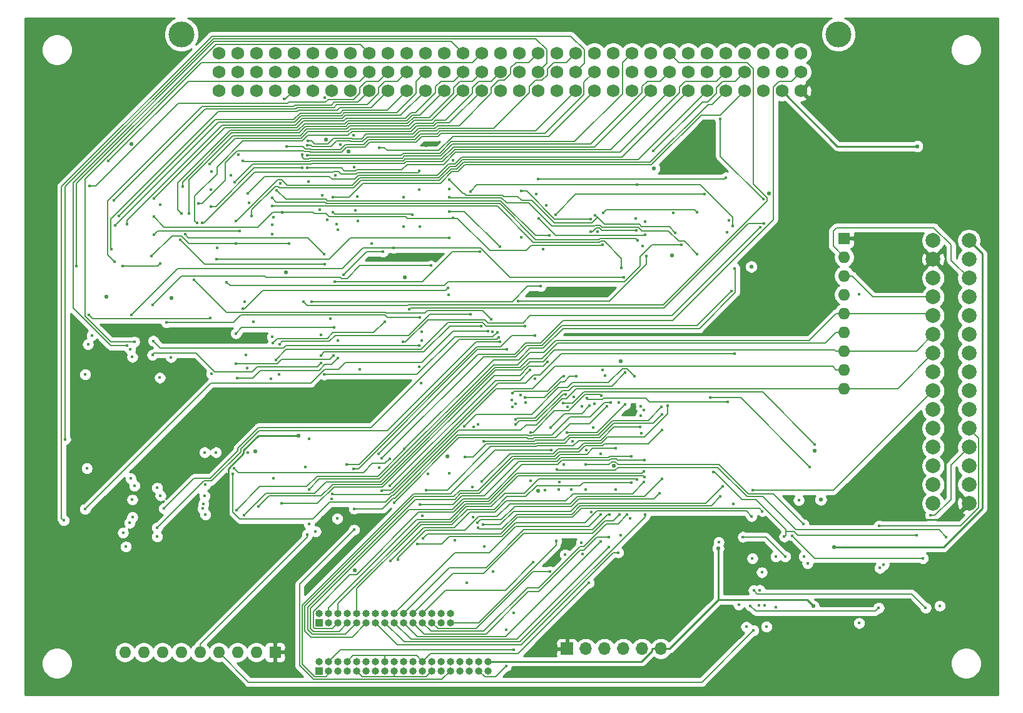
<source format=gbr>
G04 #@! TF.GenerationSoftware,KiCad,Pcbnew,(5.1.10)-1*
G04 #@! TF.CreationDate,2021-07-12T23:35:15+02:00*
G04 #@! TF.ProjectId,Project_GP8B,50726f6a-6563-4745-9f47-5038422e6b69,V5.1*
G04 #@! TF.SameCoordinates,PX3a2c940PY1e0a6e0*
G04 #@! TF.FileFunction,Copper,L3,Inr*
G04 #@! TF.FilePolarity,Positive*
%FSLAX46Y46*%
G04 Gerber Fmt 4.6, Leading zero omitted, Abs format (unit mm)*
G04 Created by KiCad (PCBNEW (5.1.10)-1) date 2021-07-12 23:35:15*
%MOMM*%
%LPD*%
G01*
G04 APERTURE LIST*
G04 #@! TA.AperFunction,ComponentPad*
%ADD10C,2.000000*%
G04 #@! TD*
G04 #@! TA.AperFunction,WasherPad*
%ADD11C,3.500000*%
G04 #@! TD*
G04 #@! TA.AperFunction,ComponentPad*
%ADD12C,1.750000*%
G04 #@! TD*
G04 #@! TA.AperFunction,ComponentPad*
%ADD13R,1.600000X1.600000*%
G04 #@! TD*
G04 #@! TA.AperFunction,ComponentPad*
%ADD14O,1.600000X1.600000*%
G04 #@! TD*
G04 #@! TA.AperFunction,ComponentPad*
%ADD15R,1.000000X1.000000*%
G04 #@! TD*
G04 #@! TA.AperFunction,ComponentPad*
%ADD16O,1.000000X1.000000*%
G04 #@! TD*
G04 #@! TA.AperFunction,ComponentPad*
%ADD17R,1.700000X1.700000*%
G04 #@! TD*
G04 #@! TA.AperFunction,ComponentPad*
%ADD18O,1.700000X1.700000*%
G04 #@! TD*
G04 #@! TA.AperFunction,ViaPad*
%ADD19C,0.550000*%
G04 #@! TD*
G04 #@! TA.AperFunction,ViaPad*
%ADD20C,0.450000*%
G04 #@! TD*
G04 #@! TA.AperFunction,Conductor*
%ADD21C,0.250000*%
G04 #@! TD*
G04 #@! TA.AperFunction,Conductor*
%ADD22C,0.180000*%
G04 #@! TD*
G04 #@! TA.AperFunction,Conductor*
%ADD23C,0.254000*%
G04 #@! TD*
G04 #@! TA.AperFunction,Conductor*
%ADD24C,0.100000*%
G04 #@! TD*
G04 APERTURE END LIST*
D10*
X128400000Y-30810000D03*
X123540000Y-30810000D03*
X128400000Y-33350000D03*
X123540000Y-33350000D03*
X128400000Y-35890000D03*
X123540000Y-35890000D03*
X128400000Y-38430000D03*
X123540000Y-38430000D03*
X128400000Y-40970000D03*
X123540000Y-40970000D03*
X128400000Y-43510000D03*
X123540000Y-43510000D03*
X128400000Y-46050000D03*
X123540000Y-46050000D03*
X128400000Y-48590000D03*
X123540000Y-48590000D03*
X128400000Y-51130000D03*
X123540000Y-51130000D03*
X128400000Y-53670000D03*
X123540000Y-53670000D03*
X128400000Y-56210000D03*
X123540000Y-56210000D03*
X128400000Y-58750000D03*
X123540000Y-58750000D03*
X128400000Y-61290000D03*
X123540000Y-61290000D03*
X128400000Y-63830000D03*
X123540000Y-63830000D03*
X128400000Y-66360000D03*
X123540000Y-66370000D03*
D11*
X21820000Y-2920000D03*
X110720000Y-2920000D03*
D12*
X105640000Y-10540000D03*
X103100000Y-10540000D03*
X100560000Y-10540000D03*
X98020000Y-10540000D03*
X95480000Y-10540000D03*
X92940000Y-10540000D03*
X90400000Y-10540000D03*
X87860000Y-10540000D03*
X85320000Y-10540000D03*
X82780000Y-10540000D03*
X80240000Y-10540000D03*
X77700000Y-10540000D03*
X75160000Y-10540000D03*
X72620000Y-10540000D03*
X70080000Y-10540000D03*
X67540000Y-10540000D03*
X65000000Y-10540000D03*
X62460000Y-10540000D03*
X59920000Y-10540000D03*
X57380000Y-10540000D03*
X54840000Y-10540000D03*
X52300000Y-10540000D03*
X49760000Y-10540000D03*
X47220000Y-10540000D03*
X44680000Y-10540000D03*
X42140000Y-10540000D03*
X39600000Y-10540000D03*
X37060000Y-10540000D03*
X34520000Y-10540000D03*
X31980000Y-10540000D03*
X29440000Y-10540000D03*
X26900000Y-10540000D03*
X105640000Y-8000000D03*
X103100000Y-8000000D03*
X100560000Y-8000000D03*
X98020000Y-8000000D03*
X95480000Y-8000000D03*
X92940000Y-8000000D03*
X90400000Y-8000000D03*
X87860000Y-8000000D03*
X85320000Y-8000000D03*
X82780000Y-8000000D03*
X80240000Y-8000000D03*
X77700000Y-8000000D03*
X75160000Y-8000000D03*
X72620000Y-8000000D03*
X70080000Y-8000000D03*
X67540000Y-8000000D03*
X65000000Y-8000000D03*
X62460000Y-8000000D03*
X59920000Y-8000000D03*
X57380000Y-8000000D03*
X54840000Y-8000000D03*
X52300000Y-8000000D03*
X49760000Y-8000000D03*
X47220000Y-8000000D03*
X44680000Y-8000000D03*
X42140000Y-8000000D03*
X39600000Y-8000000D03*
X37060000Y-8000000D03*
X34520000Y-8000000D03*
X31980000Y-8000000D03*
X29440000Y-8000000D03*
X26900000Y-8000000D03*
X105640000Y-5460000D03*
X103100000Y-5460000D03*
X100560000Y-5460000D03*
X98020000Y-5460000D03*
X95480000Y-5460000D03*
X92940000Y-5460000D03*
X90400000Y-5460000D03*
X87860000Y-5460000D03*
X85320000Y-5460000D03*
X82780000Y-5460000D03*
X80240000Y-5460000D03*
X77700000Y-5460000D03*
X75160000Y-5460000D03*
X72620000Y-5460000D03*
X70080000Y-5460000D03*
X67540000Y-5460000D03*
X65000000Y-5460000D03*
X62460000Y-5460000D03*
X59920000Y-5460000D03*
X57380000Y-5460000D03*
X54840000Y-5460000D03*
X52300000Y-5460000D03*
X49760000Y-5460000D03*
X47220000Y-5460000D03*
X44680000Y-5460000D03*
X42140000Y-5460000D03*
X39600000Y-5460000D03*
X37060000Y-5460000D03*
X34520000Y-5460000D03*
X31980000Y-5460000D03*
X29440000Y-5460000D03*
X26900000Y-5460000D03*
D13*
X34500000Y-86500000D03*
D14*
X31960000Y-86500000D03*
X29420000Y-86500000D03*
X26880000Y-86500000D03*
X24340000Y-86500000D03*
X21800000Y-86500000D03*
X19260000Y-86500000D03*
X16720000Y-86500000D03*
X14180000Y-86500000D03*
X111500000Y-50820000D03*
X111500000Y-48280000D03*
X111500000Y-45740000D03*
X111500000Y-43200000D03*
X111500000Y-40660000D03*
X111500000Y-38120000D03*
X111500000Y-35580000D03*
X111500000Y-33040000D03*
D13*
X111500000Y-30500000D03*
D15*
X40500000Y-82500000D03*
D16*
X40500000Y-81230000D03*
X41770000Y-82500000D03*
X41770000Y-81230000D03*
X43040000Y-82500000D03*
X43040000Y-81230000D03*
X44310000Y-82500000D03*
X44310000Y-81230000D03*
X45580000Y-82500000D03*
X45580000Y-81230000D03*
X46850000Y-82500000D03*
X46850000Y-81230000D03*
X48120000Y-82500000D03*
X48120000Y-81230000D03*
X49390000Y-82500000D03*
X49390000Y-81230000D03*
X50660000Y-82500000D03*
X50660000Y-81230000D03*
X51930000Y-82500000D03*
X51930000Y-81230000D03*
X53200000Y-82500000D03*
X53200000Y-81230000D03*
X54470000Y-82500000D03*
X54470000Y-81230000D03*
X55740000Y-82500000D03*
X55740000Y-81230000D03*
X57010000Y-82500000D03*
X57010000Y-81230000D03*
X58280000Y-82500000D03*
X58280000Y-81230000D03*
D15*
X40500000Y-89000000D03*
D16*
X40500000Y-87730000D03*
X41770000Y-89000000D03*
X41770000Y-87730000D03*
X43040000Y-89000000D03*
X43040000Y-87730000D03*
X44310000Y-89000000D03*
X44310000Y-87730000D03*
X45580000Y-89000000D03*
X45580000Y-87730000D03*
X46850000Y-89000000D03*
X46850000Y-87730000D03*
X48120000Y-89000000D03*
X48120000Y-87730000D03*
X49390000Y-89000000D03*
X49390000Y-87730000D03*
X50660000Y-89000000D03*
X50660000Y-87730000D03*
X51930000Y-89000000D03*
X51930000Y-87730000D03*
X53200000Y-89000000D03*
X53200000Y-87730000D03*
X54470000Y-89000000D03*
X54470000Y-87730000D03*
X55740000Y-89000000D03*
X55740000Y-87730000D03*
X57010000Y-89000000D03*
X57010000Y-87730000D03*
X58280000Y-89000000D03*
X58280000Y-87730000D03*
X59550000Y-89000000D03*
X59550000Y-87730000D03*
X60820000Y-89000000D03*
X60820000Y-87730000D03*
X62090000Y-89000000D03*
X62090000Y-87730000D03*
X63360000Y-89000000D03*
X63360000Y-87730000D03*
D17*
X74000000Y-86000000D03*
D18*
X76540000Y-86000000D03*
X79080000Y-86000000D03*
X81620000Y-86000000D03*
X84160000Y-86000000D03*
X86700000Y-86000000D03*
D19*
X70070000Y-64627300D03*
X54950000Y-17900000D03*
X45270200Y-75417800D03*
X73510000Y-72080000D03*
X41395800Y-17184500D03*
X15062500Y-17781300D03*
X35965200Y-35140400D03*
X83140800Y-53297600D03*
X78541900Y-38264800D03*
X47600000Y-33330000D03*
X103100000Y-29448900D03*
X16680000Y-56110000D03*
X110732000Y-68522400D03*
X37700000Y-57240000D03*
X29830000Y-73200000D03*
X88550000Y-70390000D03*
D20*
X91290000Y-18790000D03*
D19*
X85786200Y-21038500D03*
X108354500Y-65852800D03*
X52104500Y-35769400D03*
X98938100Y-34337200D03*
X44445000Y-18750800D03*
X57824300Y-60010100D03*
X88241200Y-32850900D03*
X101363100Y-24441800D03*
X31802400Y-59360000D03*
X20452800Y-38576200D03*
X11721600Y-38376000D03*
X121385400Y-18052100D03*
X80309600Y-61305600D03*
X107500000Y-59215700D03*
X81313300Y-47149300D03*
X94467700Y-72438000D03*
X110175500Y-72318700D03*
X107365700Y-80266600D03*
D20*
X62364400Y-42382400D03*
X40683100Y-46372900D03*
X95500000Y-22288100D03*
X70080000Y-22480800D03*
X67840200Y-30363400D03*
X116335300Y-75112900D03*
X116873700Y-74657700D03*
X124445000Y-80206600D03*
X123193400Y-67967100D03*
X116248200Y-69388100D03*
X102246400Y-80437400D03*
X100720093Y-80165017D03*
X98263700Y-83063800D03*
X99145500Y-64600600D03*
X106550500Y-74491600D03*
X102269400Y-73556200D03*
X106071500Y-73554800D03*
X15072800Y-40873600D03*
X93408500Y-52071900D03*
X81688400Y-35760300D03*
X106885600Y-61440200D03*
X50525000Y-31801300D03*
X22342300Y-29979900D03*
X41112700Y-32618100D03*
X61944700Y-55697400D03*
X21655200Y-30693700D03*
X41264600Y-33995700D03*
X61345400Y-55989600D03*
X43033500Y-46735500D03*
X29402100Y-49442500D03*
X42380000Y-46405200D03*
X29189300Y-47445900D03*
X34233400Y-44673700D03*
X49324400Y-41793000D03*
X53069200Y-27326600D03*
X42349900Y-26997100D03*
X54065400Y-41232900D03*
X19796000Y-41883400D03*
X54023600Y-44983700D03*
X18024990Y-44379821D03*
X71217800Y-26083000D03*
X62193500Y-32348800D03*
X42576500Y-36397600D03*
X13887900Y-34293800D03*
X18949200Y-33951600D03*
X20429200Y-46584400D03*
X36374900Y-31175000D03*
X29163600Y-31209200D03*
X17810600Y-32928100D03*
X18958400Y-25994000D03*
X14897500Y-45515100D03*
X23516100Y-36142100D03*
X63758500Y-41422900D03*
X38216500Y-20997900D03*
X25816929Y-26176980D03*
X9288500Y-40823600D03*
X25738700Y-41287600D03*
X50589700Y-66248800D03*
X77174500Y-27916200D03*
X25893100Y-21489200D03*
X116190000Y-80473400D03*
X98829600Y-80204900D03*
X79393700Y-53203100D03*
X25087300Y-63843400D03*
X67800489Y-24128210D03*
X24826200Y-66436000D03*
X45185200Y-67080300D03*
X42474400Y-42585700D03*
X29215200Y-43364000D03*
X79951400Y-52702600D03*
X113542800Y-82555800D03*
X100984600Y-83049900D03*
X28546400Y-21962700D03*
X91634500Y-26998300D03*
X78920334Y-27029517D03*
X24703700Y-67068500D03*
X42921900Y-68419600D03*
X77745900Y-52878800D03*
X78152800Y-29622200D03*
X30970100Y-25737000D03*
X30594200Y-46301000D03*
X99248000Y-83545100D03*
X38847400Y-70598900D03*
X77565700Y-56083600D03*
X34268600Y-27620800D03*
X122540000Y-80473400D03*
X99278400Y-78138100D03*
X83299800Y-27867600D03*
X30808832Y-59451840D03*
X30763084Y-48025916D03*
X58556100Y-27781800D03*
X78787400Y-31411000D03*
X76664300Y-52141100D03*
X122157900Y-73783800D03*
X104486900Y-70713500D03*
X95753600Y-52672200D03*
X35723800Y-11686800D03*
X35431100Y-27014400D03*
X18086000Y-27597100D03*
X34310000Y-62922600D03*
X14954900Y-62980100D03*
X15193500Y-46572900D03*
X40552800Y-26659900D03*
X77207700Y-29607200D03*
X69674900Y-49514100D03*
X83426300Y-29476900D03*
X93815400Y-62082700D03*
X40742800Y-47375700D03*
X121354700Y-70686200D03*
X19002800Y-65297500D03*
X42131800Y-65718700D03*
X103415000Y-70878500D03*
X17909943Y-46270006D03*
X99095000Y-73805800D03*
X95679200Y-29687100D03*
X42706000Y-22024100D03*
X35346100Y-66384100D03*
X71390500Y-47240900D03*
X58100300Y-22583200D03*
X77827700Y-27380500D03*
X88678000Y-29750000D03*
X14822800Y-69005800D03*
X13936700Y-70310000D03*
X103540600Y-73540700D03*
X97825000Y-70889300D03*
X39993900Y-70172600D03*
X38605300Y-61400800D03*
X41957600Y-41402900D03*
X69812400Y-24551500D03*
X67375800Y-39012200D03*
X95946600Y-28060800D03*
X45172800Y-20892400D03*
X84732500Y-32889100D03*
X68326600Y-42363500D03*
X34597500Y-46950200D03*
X28806000Y-62410900D03*
X97237800Y-80066500D03*
X42239400Y-65088300D03*
X99987370Y-80144952D03*
X32258900Y-66797300D03*
X100085100Y-78086000D03*
X30281400Y-67985100D03*
X100368800Y-75694700D03*
X39095400Y-64486000D03*
X105366900Y-65928300D03*
X100439200Y-67409900D03*
X54490500Y-71064600D03*
X98987600Y-68087500D03*
X53731400Y-71823600D03*
X96555000Y-66456700D03*
X55162300Y-62366900D03*
X66560500Y-52415100D03*
X87637700Y-53179100D03*
X62501700Y-63391300D03*
X66603500Y-51474400D03*
X73561100Y-49154400D03*
X54473900Y-68040400D03*
X60092600Y-55907800D03*
X83133600Y-49175500D03*
X45196300Y-69932700D03*
X68425600Y-52713100D03*
X61190600Y-64154700D03*
X75291400Y-49176000D03*
X68286800Y-52075000D03*
X61292100Y-68190600D03*
X58805600Y-71338800D03*
X62803300Y-72215000D03*
X45679000Y-28172000D03*
X73754000Y-73269800D03*
X45357100Y-26732700D03*
X76107300Y-73176400D03*
X82560000Y-68348100D03*
X80639900Y-64457300D03*
X81299000Y-70691300D03*
X81052900Y-52690400D03*
X38349700Y-39077000D03*
X94739400Y-14328500D03*
X100558100Y-25234200D03*
X88363200Y-27095000D03*
X70789800Y-31945000D03*
X84261100Y-31546500D03*
X94768800Y-65455500D03*
X61998500Y-69619700D03*
X95109700Y-64027700D03*
X62636800Y-69259200D03*
X36089000Y-18056000D03*
X34121400Y-28635000D03*
X48628900Y-18217300D03*
X64896500Y-31641300D03*
X58041300Y-26863100D03*
X49092000Y-32341100D03*
X43733600Y-35481700D03*
X89493200Y-31396200D03*
X27958200Y-36438700D03*
X25812700Y-23966700D03*
X100143000Y-28987800D03*
X51830000Y-44510000D03*
X100680900Y-28532800D03*
X52674800Y-40088500D03*
X70171700Y-27823600D03*
X84573200Y-29988300D03*
X54270400Y-50099800D03*
X40868000Y-24723600D03*
X43011700Y-29329000D03*
X18105700Y-30017400D03*
X29693600Y-29482200D03*
X47558900Y-31178600D03*
X26640800Y-31810000D03*
X25908100Y-48836000D03*
X33919000Y-49494500D03*
X34111100Y-29905000D03*
X125327500Y-70897300D03*
X72630500Y-61772400D03*
X41526800Y-28019500D03*
X94542000Y-71607000D03*
X81340300Y-34506700D03*
X34116800Y-26095000D03*
X34121100Y-25073400D03*
X83559500Y-30768400D03*
X51876600Y-28968700D03*
X76505200Y-61113200D03*
X105999500Y-69180000D03*
X51938000Y-24927600D03*
X73500900Y-52777600D03*
X107562200Y-58392900D03*
X84588600Y-28253700D03*
X86546100Y-64997400D03*
X61928800Y-68967800D03*
X48623200Y-61483200D03*
X58096700Y-62280200D03*
X28974300Y-61633600D03*
X50030700Y-60329500D03*
X84444900Y-63504800D03*
X50085000Y-74099800D03*
X86893600Y-63007800D03*
X51102300Y-73943000D03*
X84461600Y-62758000D03*
X84439300Y-62000000D03*
X83499500Y-63140700D03*
X84454700Y-60497400D03*
X82711500Y-59994900D03*
X54117900Y-66534800D03*
X80627400Y-58880100D03*
X84101300Y-56883700D03*
X82711500Y-63581600D03*
X86896100Y-56428800D03*
X83896000Y-56036500D03*
X54963100Y-64598300D03*
X84023000Y-54456100D03*
X80921700Y-73006900D03*
X86827900Y-54358800D03*
X60162300Y-60105200D03*
X84383300Y-53739400D03*
X84563500Y-67890200D03*
X86815200Y-53330400D03*
X62726300Y-57990800D03*
X83997400Y-53233900D03*
X79699600Y-72268500D03*
X72536800Y-71467400D03*
X67731200Y-51674600D03*
X60465500Y-77088300D03*
X67074600Y-52862100D03*
X66649300Y-53328200D03*
X71679500Y-75581600D03*
X69451000Y-74346200D03*
X82128800Y-67887800D03*
X81125700Y-67887800D03*
X79709500Y-70950000D03*
X79774700Y-67887800D03*
X78581600Y-71480500D03*
X78604700Y-67887800D03*
X73572100Y-61101500D03*
X64027800Y-75543600D03*
X78570000Y-59688100D03*
X72971800Y-63502800D03*
X67016000Y-55009300D03*
X81887200Y-48654500D03*
X74072800Y-53316900D03*
X71912100Y-59135700D03*
X78827000Y-48302900D03*
X66761900Y-86125400D03*
X74621300Y-64498900D03*
X73967800Y-56750800D03*
X81850400Y-52992300D03*
X79123700Y-49109100D03*
X76017300Y-53196600D03*
X67024000Y-55675500D03*
X73839900Y-51607400D03*
X78614400Y-51786400D03*
X69070100Y-56745300D03*
X76500000Y-64495900D03*
X77258500Y-67527500D03*
X76948700Y-77123800D03*
X77040600Y-53183200D03*
X71754100Y-56105300D03*
X74750800Y-57981900D03*
X76599700Y-59111500D03*
X74886800Y-51938200D03*
X65749400Y-88382300D03*
X71046400Y-64587600D03*
X65757600Y-83420900D03*
X69074600Y-63281700D03*
X66762300Y-81200300D03*
X72910000Y-64493500D03*
X42314900Y-24937400D03*
X31324600Y-27525100D03*
X29167000Y-28136300D03*
X30785800Y-24466600D03*
X28998800Y-22956000D03*
X30111300Y-20055000D03*
X58110000Y-30487700D03*
X26581400Y-33318300D03*
X26524837Y-59451840D03*
X23944200Y-28446200D03*
X24951549Y-59451840D03*
X22816900Y-27175500D03*
X24962900Y-65345700D03*
X21830600Y-27113100D03*
X25077500Y-67867300D03*
X14461100Y-28563900D03*
X15473000Y-63958900D03*
X13392100Y-27506300D03*
X15191400Y-65865000D03*
X12384500Y-31957300D03*
X15200100Y-68222000D03*
X12808100Y-33694000D03*
X18540700Y-70864400D03*
X48547000Y-59620500D03*
X96264800Y-37643600D03*
X48931236Y-60291761D03*
X96711800Y-46094900D03*
X48939300Y-64661800D03*
X85694800Y-18705100D03*
X69037100Y-48331200D03*
X50032300Y-64020700D03*
X38846800Y-21008800D03*
X39154100Y-57630400D03*
X44157100Y-61114200D03*
X69682665Y-43697285D03*
X65855100Y-45556400D03*
X45120200Y-61689600D03*
X38186600Y-19215500D03*
X39101400Y-69163200D03*
X14316000Y-72215000D03*
X64946900Y-44544300D03*
X18539600Y-69646000D03*
X64765200Y-43905400D03*
X19472000Y-67046500D03*
X24149900Y-25831300D03*
X18554000Y-64263900D03*
X5900600Y-68661700D03*
X63316100Y-43044500D03*
X8785500Y-67135000D03*
X6125100Y-57672900D03*
X9030000Y-61630000D03*
X25689200Y-20422400D03*
X22010328Y-23471690D03*
X18128000Y-25135000D03*
X54032100Y-21394300D03*
X24667200Y-28452500D03*
X12896725Y-28746675D03*
X12672800Y-25407100D03*
X9381100Y-23389700D03*
X11958100Y-20055000D03*
X58564456Y-19941254D03*
X58099200Y-23865000D03*
X53974200Y-23911000D03*
X45121800Y-16552800D03*
X54122600Y-28945000D03*
X43306900Y-17839600D03*
X42836300Y-28620700D03*
X39007300Y-22801000D03*
X35203300Y-23084600D03*
X29579100Y-19171900D03*
X70443500Y-36988200D03*
X39454500Y-39071900D03*
X38827200Y-19286600D03*
X40679700Y-43595400D03*
X63952100Y-43109300D03*
X64582800Y-43196300D03*
X41153500Y-48945000D03*
X38846900Y-17935600D03*
X35039600Y-48945000D03*
X60986500Y-40763000D03*
X35112300Y-44848900D03*
X38927200Y-17305200D03*
X34116600Y-43865000D03*
X57925000Y-37191000D03*
X30138000Y-40014900D03*
X55589900Y-34217500D03*
X17925800Y-39507000D03*
X15463200Y-44497100D03*
X14477600Y-45019700D03*
X18911800Y-49367600D03*
X8818400Y-48924800D03*
X9192300Y-44836800D03*
X9708700Y-43635700D03*
X7656700Y-34293800D03*
X57966000Y-38152100D03*
X54331700Y-43115000D03*
X41245000Y-11489800D03*
X54328000Y-44371100D03*
X54033400Y-47913900D03*
X45994400Y-48255100D03*
X42998900Y-44341600D03*
X31549800Y-41756400D03*
X30378800Y-39103900D03*
X71651100Y-30145400D03*
X34717900Y-24000300D03*
X45621500Y-24840800D03*
X75955200Y-71695100D03*
X113527500Y-38030000D03*
X60921500Y-24170300D03*
X96459400Y-28839600D03*
X83500000Y-23254200D03*
X91638600Y-32624000D03*
X58093800Y-24924900D03*
X51999500Y-58983000D03*
X29266200Y-67292600D03*
X96712300Y-34632500D03*
X72441000Y-27294600D03*
X92642400Y-24555000D03*
D21*
X128400000Y-66360000D02*
X126237600Y-68522400D01*
X126237600Y-68522400D02*
X110732000Y-68522400D01*
X28155800Y-73020800D02*
X28155800Y-61651200D01*
X28155800Y-61651200D02*
X30258831Y-59548169D01*
X30258831Y-59194098D02*
X32212929Y-57240000D01*
X30258831Y-59548169D02*
X30258831Y-59194098D01*
X37700000Y-57240000D02*
X32212929Y-57240000D01*
X103100000Y-10540000D02*
X110612100Y-18052100D01*
X110612100Y-18052100D02*
X121385400Y-18052100D01*
X85524700Y-86000000D02*
X85524700Y-86298500D01*
X85524700Y-86298500D02*
X84093200Y-87730000D01*
X84093200Y-87730000D02*
X63360000Y-87730000D01*
X94467700Y-79407600D02*
X94467700Y-72438000D01*
X94467700Y-79407600D02*
X106506700Y-79407600D01*
X106506700Y-79407600D02*
X107365700Y-80266600D01*
X87875300Y-86000000D02*
X94467700Y-79407600D01*
X110175500Y-72318700D02*
X124922100Y-72318700D01*
X124922100Y-72318700D02*
X130186900Y-67053900D01*
X130186900Y-67053900D02*
X130186900Y-32596900D01*
X130186900Y-32596900D02*
X128400000Y-30810000D01*
X86700000Y-86000000D02*
X87875300Y-86000000D01*
X86112400Y-86000000D02*
X86700000Y-86000000D01*
X86112400Y-86000000D02*
X85524700Y-86000000D01*
D22*
X62364400Y-42382400D02*
X58148500Y-42382400D01*
X58148500Y-42382400D02*
X54638400Y-45892500D01*
X54638400Y-45892500D02*
X41163500Y-45892500D01*
X41163500Y-45892500D02*
X40683100Y-46372900D01*
X70080000Y-22480800D02*
X95307300Y-22480800D01*
X95307300Y-22480800D02*
X95500000Y-22288100D01*
X123193400Y-67967100D02*
X123812600Y-67967100D01*
X123812600Y-67967100D02*
X125970000Y-65809700D01*
X125970000Y-65809700D02*
X125970000Y-61180000D01*
X125970000Y-61180000D02*
X128400000Y-58750000D01*
X128400000Y-56210000D02*
X129720600Y-57530600D01*
X129720600Y-57530600D02*
X129720600Y-66932700D01*
X129720600Y-66932700D02*
X127265200Y-69388100D01*
X127265200Y-69388100D02*
X116248200Y-69388100D01*
X123540000Y-51130000D02*
X110069400Y-64600600D01*
X110069400Y-64600600D02*
X99145500Y-64600600D01*
X50525000Y-31801300D02*
X46372500Y-31801300D01*
X46372500Y-31801300D02*
X43601500Y-34572300D01*
X43601500Y-34572300D02*
X21374100Y-34572300D01*
X21374100Y-34572300D02*
X15072800Y-40873600D01*
X81688400Y-35760300D02*
X66310100Y-35760300D01*
X66310100Y-35760300D02*
X62351100Y-31801300D01*
X62351100Y-31801300D02*
X50525000Y-31801300D01*
X106885600Y-61440200D02*
X97517300Y-52071900D01*
X97517300Y-52071900D02*
X93408500Y-52071900D01*
X41112700Y-32618100D02*
X38906000Y-30411400D01*
X38906000Y-30411400D02*
X22773800Y-30411400D01*
X22773800Y-30411400D02*
X22342300Y-29979900D01*
X21655200Y-30693700D02*
X24957200Y-33995700D01*
X24957200Y-33995700D02*
X41264600Y-33995700D01*
X43033500Y-46735500D02*
X42194000Y-47575000D01*
X42194000Y-47575000D02*
X41244200Y-47575000D01*
X41244200Y-47575000D02*
X40426400Y-48392800D01*
X40426400Y-48392800D02*
X32547600Y-48392800D01*
X32547600Y-48392800D02*
X31497900Y-49442500D01*
X31497900Y-49442500D02*
X29402100Y-49442500D01*
X42380000Y-46405200D02*
X41904800Y-46880400D01*
X41904800Y-46880400D02*
X35367800Y-46880400D01*
X35367800Y-46880400D02*
X34802300Y-47445900D01*
X34802300Y-47445900D02*
X29189300Y-47445900D01*
X49324400Y-41793000D02*
X47846200Y-43271200D01*
X47846200Y-43271200D02*
X42348600Y-43271200D01*
X42348600Y-43271200D02*
X41529000Y-44090800D01*
X41529000Y-44090800D02*
X34816300Y-44090800D01*
X34816300Y-44090800D02*
X34233400Y-44673700D01*
X42349900Y-26997100D02*
X42602200Y-27249400D01*
X42602200Y-27249400D02*
X52992000Y-27249400D01*
X52992000Y-27249400D02*
X53069200Y-27326600D01*
X54065400Y-41232900D02*
X49673300Y-41232900D01*
X49673300Y-41232900D02*
X49335200Y-40894800D01*
X49335200Y-40894800D02*
X29877400Y-40894800D01*
X29877400Y-40894800D02*
X28888800Y-41883400D01*
X28888800Y-41883400D02*
X19796000Y-41883400D01*
X18989369Y-45344200D02*
X18024990Y-44379821D01*
X35975000Y-45005300D02*
X35636100Y-45344200D01*
X35636100Y-45344200D02*
X18989369Y-45344200D01*
X54002000Y-45005300D02*
X35975000Y-45005300D01*
X54023600Y-44983700D02*
X54002000Y-45005300D01*
X62193500Y-32348800D02*
X58494000Y-32348800D01*
X58494000Y-32348800D02*
X54445200Y-36397600D01*
X54445200Y-36397600D02*
X42576500Y-36397600D01*
X18949200Y-33951600D02*
X18607000Y-34293800D01*
X18607000Y-34293800D02*
X13887900Y-34293800D01*
X17810600Y-32928100D02*
X20540300Y-30198400D01*
X20540300Y-30198400D02*
X21860400Y-30198400D01*
X21860400Y-30198400D02*
X22871200Y-31209200D01*
X22871200Y-31209200D02*
X29163600Y-31209200D01*
X29163600Y-31209200D02*
X36340700Y-31209200D01*
X36340700Y-31209200D02*
X36374900Y-31175000D01*
X63758500Y-41422900D02*
X62603200Y-40267600D01*
X62603200Y-40267600D02*
X55130300Y-40267600D01*
X55130300Y-40267600D02*
X54807900Y-40590000D01*
X54807900Y-40590000D02*
X49540000Y-40590000D01*
X49540000Y-40590000D02*
X49484500Y-40534500D01*
X49484500Y-40534500D02*
X27908500Y-40534500D01*
X27908500Y-40534500D02*
X23516100Y-36142100D01*
X38216500Y-20997900D02*
X31687100Y-20997900D01*
X31687100Y-20997900D02*
X26508020Y-26176980D01*
X26508020Y-26176980D02*
X25816929Y-26176980D01*
X25738700Y-41287600D02*
X25657300Y-41369000D01*
X25657300Y-41369000D02*
X9833900Y-41369000D01*
X9833900Y-41369000D02*
X9288500Y-40823600D01*
X50589700Y-66248800D02*
X50589700Y-66238700D01*
X50589700Y-66238700D02*
X59350100Y-57478300D01*
X59350100Y-57478300D02*
X68593100Y-57478300D01*
X68593100Y-57478300D02*
X68715700Y-57600900D01*
X68715700Y-57600900D02*
X69424600Y-57600900D01*
X69424600Y-57600900D02*
X69547200Y-57478300D01*
X69547200Y-57478300D02*
X72484000Y-57478300D01*
X72484000Y-57478300D02*
X74388200Y-55574100D01*
X74388200Y-55574100D02*
X77022800Y-55574100D01*
X77022800Y-55574100D02*
X77022800Y-55574000D01*
X77022800Y-55574000D02*
X79393700Y-53203100D01*
X98829600Y-80204900D02*
X99558200Y-80933500D01*
X99558200Y-80933500D02*
X115729900Y-80933500D01*
X115729900Y-80933500D02*
X116190000Y-80473400D01*
X68539810Y-24128210D02*
X67800489Y-24128210D01*
X72327800Y-27916200D02*
X68539810Y-24128210D01*
X77174500Y-27916200D02*
X72327800Y-27916200D01*
X45185200Y-67080300D02*
X49057600Y-67080300D01*
X49057600Y-67080300D02*
X50498100Y-65639800D01*
X50498100Y-65639800D02*
X50679100Y-65639800D01*
X50679100Y-65639800D02*
X59200900Y-57118000D01*
X59200900Y-57118000D02*
X68742400Y-57118000D01*
X68742400Y-57118000D02*
X68865000Y-57240600D01*
X68865000Y-57240600D02*
X69275300Y-57240600D01*
X69275300Y-57240600D02*
X69397900Y-57118000D01*
X69397900Y-57118000D02*
X71951500Y-57118000D01*
X71951500Y-57118000D02*
X74382100Y-54687400D01*
X74382100Y-54687400D02*
X77092100Y-54687400D01*
X77092100Y-54687400D02*
X79076900Y-52702600D01*
X79076900Y-52702600D02*
X79951400Y-52702600D01*
X29215200Y-43364000D02*
X29993500Y-42585700D01*
X29993500Y-42585700D02*
X42474400Y-42585700D01*
X79350351Y-26599500D02*
X78920334Y-27029517D01*
X91235700Y-26599500D02*
X79350351Y-26599500D01*
X91634500Y-26998300D02*
X91235700Y-26599500D01*
X30921100Y-90541100D02*
X26880000Y-86500000D01*
X92252000Y-90541100D02*
X30921100Y-90541100D01*
X99248000Y-83545100D02*
X92252000Y-90541100D01*
X24340000Y-85429700D02*
X38847400Y-70922300D01*
X38847400Y-70922300D02*
X38847400Y-70598900D01*
X99278400Y-78138100D02*
X99743300Y-78603000D01*
X99743300Y-78603000D02*
X120669600Y-78603000D01*
X120669600Y-78603000D02*
X122540000Y-80473400D01*
X24340000Y-86500000D02*
X24340000Y-85429700D01*
X58556100Y-27829400D02*
X59212000Y-27829400D01*
X59212000Y-27829400D02*
X63552600Y-32170000D01*
X63552600Y-32170000D02*
X68486900Y-32170000D01*
X68486900Y-32170000D02*
X69207200Y-31449700D01*
X69207200Y-31449700D02*
X78748700Y-31449700D01*
X78748700Y-31449700D02*
X78787400Y-31411000D01*
X35431100Y-27125500D02*
X35460800Y-27155200D01*
X41363100Y-27155200D02*
X41817600Y-27609700D01*
X41817600Y-27609700D02*
X52159700Y-27609700D01*
X52159700Y-27609700D02*
X52379400Y-27829400D01*
X52379400Y-27829400D02*
X58556100Y-27829400D01*
X58556100Y-27829400D02*
X58556100Y-27781800D01*
X76664300Y-52141100D02*
X76806700Y-52283500D01*
X76806700Y-52283500D02*
X78817800Y-52283500D01*
X78817800Y-52283500D02*
X78942300Y-52159000D01*
X78942300Y-52159000D02*
X84637600Y-52159000D01*
X84637600Y-52159000D02*
X85150800Y-52672200D01*
X85150800Y-52672200D02*
X95753600Y-52672200D01*
X18086000Y-27597100D02*
X19468500Y-28979600D01*
X19468500Y-28979600D02*
X32209500Y-28979600D01*
X32209500Y-28979600D02*
X34174700Y-27014400D01*
X35431100Y-27014400D02*
X35431100Y-27125500D01*
X104486900Y-70713500D02*
X107557200Y-73783800D01*
X107557200Y-73783800D02*
X122157900Y-73783800D01*
X35723800Y-11686800D02*
X35913200Y-11686800D01*
X35913200Y-11686800D02*
X37060000Y-10540000D01*
X35431100Y-27014400D02*
X34174700Y-27014400D01*
X35431100Y-27014400D02*
X39624400Y-27014400D01*
X39765200Y-27155200D02*
X41363100Y-27155200D01*
X39624400Y-27014400D02*
X39765200Y-27155200D01*
X83426300Y-29476900D02*
X78708000Y-29476900D01*
X78708000Y-29476900D02*
X78358000Y-29126900D01*
X78358000Y-29126900D02*
X77947700Y-29126900D01*
X77947700Y-29126900D02*
X77467400Y-29607200D01*
X77467400Y-29607200D02*
X77207700Y-29607200D01*
X103649300Y-70190300D02*
X103649300Y-69906100D01*
X103649300Y-69906100D02*
X99559800Y-65816600D01*
X99559800Y-65816600D02*
X97735900Y-65816600D01*
X97735900Y-65816600D02*
X94002000Y-62082700D01*
X94002000Y-62082700D02*
X93815400Y-62082700D01*
X103415000Y-70878500D02*
X103649300Y-70644200D01*
X103649300Y-70644200D02*
X103649300Y-70190300D01*
X121354700Y-70686200D02*
X105215800Y-70686200D01*
X105215800Y-70686200D02*
X104719900Y-70190300D01*
X104719900Y-70190300D02*
X103649300Y-70190300D01*
X32074800Y-47864900D02*
X31395300Y-48544400D01*
X40742800Y-47375700D02*
X40253600Y-47864900D01*
X23817607Y-46045007D02*
X18134942Y-46045007D01*
X40253600Y-47864900D02*
X32074800Y-47864900D01*
X31395300Y-48544400D02*
X26317000Y-48544400D01*
X18134942Y-46045007D02*
X17909943Y-46270006D01*
X26317000Y-48544400D02*
X23817607Y-46045007D01*
X35346100Y-66384100D02*
X40242900Y-66384100D01*
X40242900Y-66384100D02*
X42460600Y-64166400D01*
X42460600Y-64166400D02*
X49054300Y-64166400D01*
X49054300Y-64166400D02*
X64169800Y-49050900D01*
X64169800Y-49050900D02*
X67617100Y-49050900D01*
X67617100Y-49050900D02*
X68832100Y-47835900D01*
X68832100Y-47835900D02*
X70795500Y-47835900D01*
X70795500Y-47835900D02*
X71390500Y-47240900D01*
X78134100Y-27686800D02*
X77409300Y-28411600D01*
X77409300Y-28411600D02*
X72283900Y-28411600D01*
X72283900Y-28411600D02*
X69243900Y-25371600D01*
X69243900Y-25371600D02*
X67862700Y-25371600D01*
X67862700Y-25371600D02*
X67337000Y-24845900D01*
X67337000Y-24845900D02*
X65465700Y-24845900D01*
X65465700Y-24845900D02*
X65285500Y-24665700D01*
X65285500Y-24665700D02*
X60356100Y-24665700D01*
X60356100Y-24665700D02*
X60122600Y-24432200D01*
X60122600Y-24432200D02*
X59949300Y-24432200D01*
X59949300Y-24432200D02*
X58100300Y-22583200D01*
X78134100Y-27686800D02*
X77827700Y-27380500D01*
X88678000Y-29750000D02*
X87880500Y-28952500D01*
X87880500Y-28952500D02*
X84112000Y-28952500D01*
X84112000Y-28952500D02*
X83780800Y-28621300D01*
X83780800Y-28621300D02*
X79068500Y-28621300D01*
X79068500Y-28621300D02*
X78134100Y-27686800D01*
X97825000Y-70889300D02*
X100889200Y-70889300D01*
X100889200Y-70889300D02*
X103540600Y-73540700D01*
X84732500Y-32889100D02*
X84732500Y-34012000D01*
X84732500Y-34012000D02*
X79732300Y-39012200D01*
X79732300Y-39012200D02*
X67375800Y-39012200D01*
X68326600Y-42363500D02*
X63046000Y-42363500D01*
X63046000Y-42363500D02*
X62569600Y-41887100D01*
X62569600Y-41887100D02*
X57901300Y-41887100D01*
X57901300Y-41887100D02*
X54256400Y-45532000D01*
X54256400Y-45532000D02*
X36015700Y-45532000D01*
X36015700Y-45532000D02*
X34597500Y-46950200D01*
X28806000Y-62410900D02*
X28770900Y-62446000D01*
X28770900Y-62446000D02*
X28770900Y-67497700D01*
X28770900Y-67497700D02*
X29753600Y-68480400D01*
X29753600Y-68480400D02*
X39660100Y-68480400D01*
X39660100Y-68480400D02*
X41926500Y-66214000D01*
X41926500Y-66214000D02*
X49414300Y-66214000D01*
X49414300Y-66214000D02*
X50348800Y-65279500D01*
X50348800Y-65279500D02*
X50529800Y-65279500D01*
X50529800Y-65279500D02*
X59324400Y-56484900D01*
X59324400Y-56484900D02*
X67724400Y-56484900D01*
X67724400Y-56484900D02*
X68469400Y-55739900D01*
X68469400Y-55739900D02*
X69834500Y-55739900D01*
X69834500Y-55739900D02*
X73339500Y-52234900D01*
X73339500Y-52234900D02*
X73920000Y-52234900D01*
X73920000Y-52234900D02*
X74335300Y-51819600D01*
X74335300Y-51819600D02*
X74335300Y-51758600D01*
X74335300Y-51758600D02*
X75252100Y-50841800D01*
X75252100Y-50841800D02*
X110407900Y-50841800D01*
X110407900Y-50841800D02*
X110429700Y-50820000D01*
X111500000Y-50820000D02*
X110429700Y-50820000D01*
X111500000Y-50820000D02*
X118770000Y-50820000D01*
X118770000Y-50820000D02*
X123540000Y-46050000D01*
X42239400Y-65088300D02*
X42352700Y-65201600D01*
X42352700Y-65201600D02*
X49917100Y-65201600D01*
X49917100Y-65201600D02*
X50199500Y-64919200D01*
X50199500Y-64919200D02*
X50355200Y-64919200D01*
X50355200Y-64919200D02*
X64455500Y-50818900D01*
X64455500Y-50818900D02*
X69369300Y-50818900D01*
X69369300Y-50818900D02*
X72390300Y-47797900D01*
X72390300Y-47797900D02*
X109947600Y-47797900D01*
X109947600Y-47797900D02*
X110429700Y-48280000D01*
X111500000Y-48280000D02*
X110429700Y-48280000D01*
X32258900Y-66797300D02*
X33694200Y-65362000D01*
X33694200Y-65362000D02*
X40755400Y-65362000D01*
X40755400Y-65362000D02*
X42311300Y-63806100D01*
X42311300Y-63806100D02*
X48905000Y-63806100D01*
X48905000Y-63806100D02*
X64380700Y-48330400D01*
X64380700Y-48330400D02*
X67828000Y-48330400D01*
X67828000Y-48330400D02*
X68977500Y-47180900D01*
X68977500Y-47180900D02*
X70749900Y-47180900D01*
X70749900Y-47180900D02*
X72332700Y-45598100D01*
X72332700Y-45598100D02*
X110287800Y-45598100D01*
X110287800Y-45598100D02*
X110429700Y-45740000D01*
X111500000Y-45740000D02*
X110429700Y-45740000D01*
X123540000Y-43510000D02*
X121310000Y-45740000D01*
X121310000Y-45740000D02*
X111500000Y-45740000D01*
X30281400Y-67985100D02*
X33264800Y-65001700D01*
X33264800Y-65001700D02*
X39832600Y-65001700D01*
X39832600Y-65001700D02*
X41388600Y-63445700D01*
X41388600Y-63445700D02*
X48755800Y-63445700D01*
X48755800Y-63445700D02*
X64231400Y-47970100D01*
X64231400Y-47970100D02*
X67678700Y-47970100D01*
X67678700Y-47970100D02*
X68828200Y-46820600D01*
X68828200Y-46820600D02*
X70600600Y-46820600D01*
X70600600Y-46820600D02*
X72751600Y-44669600D01*
X72751600Y-44669600D02*
X108960100Y-44669600D01*
X108960100Y-44669600D02*
X110429700Y-43200000D01*
X111500000Y-43200000D02*
X110429700Y-43200000D01*
X110429700Y-40660000D02*
X106780500Y-44309200D01*
X106780500Y-44309200D02*
X72474900Y-44309200D01*
X72474900Y-44309200D02*
X70864300Y-45919800D01*
X70864300Y-45919800D02*
X68962600Y-45919800D01*
X68962600Y-45919800D02*
X67272700Y-47609700D01*
X67272700Y-47609700D02*
X64082000Y-47609700D01*
X64082000Y-47609700D02*
X48606400Y-63085300D01*
X48606400Y-63085300D02*
X40496100Y-63085300D01*
X40496100Y-63085300D02*
X39095400Y-64486000D01*
X111500000Y-40660000D02*
X110429700Y-40660000D01*
X111500000Y-40660000D02*
X123230000Y-40660000D01*
X123230000Y-40660000D02*
X123540000Y-40970000D01*
X54490500Y-71064600D02*
X55071900Y-70483200D01*
X55071900Y-70483200D02*
X65053300Y-70483200D01*
X65053300Y-70483200D02*
X67341300Y-68195200D01*
X67341300Y-68195200D02*
X74785200Y-68195200D01*
X74785200Y-68195200D02*
X75948300Y-67032100D01*
X75948300Y-67032100D02*
X100061400Y-67032100D01*
X100061400Y-67032100D02*
X100439200Y-67409900D01*
X53731400Y-71823600D02*
X57087200Y-71823600D01*
X57087200Y-71823600D02*
X58067300Y-70843500D01*
X58067300Y-70843500D02*
X65202600Y-70843500D01*
X65202600Y-70843500D02*
X67032200Y-69013900D01*
X67032200Y-69013900D02*
X76472500Y-69013900D01*
X76472500Y-69013900D02*
X78094000Y-67392400D01*
X78094000Y-67392400D02*
X98292500Y-67392400D01*
X98292500Y-67392400D02*
X98987600Y-68087500D01*
X111500000Y-35580000D02*
X112570300Y-35580000D01*
X112570300Y-35580000D02*
X115420300Y-38430000D01*
X115420300Y-38430000D02*
X123540000Y-38430000D01*
X125984200Y-33474200D02*
X128400000Y-35890000D01*
X125984200Y-31396500D02*
X125984200Y-33474200D01*
X123647700Y-29060000D02*
X125984200Y-31396500D01*
X110470000Y-29060000D02*
X123647700Y-29060000D01*
X110050000Y-29480000D02*
X110470000Y-29060000D01*
X110050000Y-31590000D02*
X110050000Y-29480000D01*
X111500000Y-33040000D02*
X110050000Y-31590000D01*
X62501700Y-63391300D02*
X66262000Y-59631000D01*
X66262000Y-59631000D02*
X72156000Y-59631000D01*
X72156000Y-59631000D02*
X72769800Y-59017200D01*
X72769800Y-59017200D02*
X75483600Y-59017200D01*
X75483600Y-59017200D02*
X76293700Y-58207100D01*
X76293700Y-58207100D02*
X78674100Y-58207100D01*
X78674100Y-58207100D02*
X79502200Y-57379000D01*
X79502200Y-57379000D02*
X84517700Y-57379000D01*
X84517700Y-57379000D02*
X87637700Y-54259000D01*
X87637700Y-54259000D02*
X87637700Y-53179100D01*
X66603500Y-51474400D02*
X66898600Y-51179300D01*
X66898600Y-51179300D02*
X71337200Y-51179300D01*
X71337200Y-51179300D02*
X73362100Y-49154400D01*
X73362100Y-49154400D02*
X73561100Y-49154400D01*
X60092600Y-55907800D02*
X61701700Y-54298700D01*
X61701700Y-54298700D02*
X69237200Y-54298700D01*
X69237200Y-54298700D02*
X72829300Y-50706600D01*
X72829300Y-50706600D02*
X74108500Y-50706600D01*
X74108500Y-50706600D02*
X74765600Y-50049500D01*
X74765600Y-50049500D02*
X79613500Y-50049500D01*
X79613500Y-50049500D02*
X81504700Y-48158300D01*
X81504700Y-48158300D02*
X82116400Y-48158300D01*
X82116400Y-48158300D02*
X83133600Y-49175500D01*
X45196300Y-69932700D02*
X37825300Y-77303700D01*
X37825300Y-77303700D02*
X37825300Y-88314200D01*
X37825300Y-88314200D02*
X39691800Y-90180700D01*
X39691800Y-90180700D02*
X57099300Y-90180700D01*
X57099300Y-90180700D02*
X58280000Y-89000000D01*
X75291400Y-49176000D02*
X74359800Y-49176000D01*
X74359800Y-49176000D02*
X73625400Y-49910400D01*
X73625400Y-49910400D02*
X73115800Y-49910400D01*
X73115800Y-49910400D02*
X70951200Y-52075000D01*
X70951200Y-52075000D02*
X68286800Y-52075000D01*
X38349700Y-39077000D02*
X38866000Y-39593300D01*
X38866000Y-39593300D02*
X52387400Y-39593300D01*
X52387400Y-39593300D02*
X52473200Y-39507500D01*
X52473200Y-39507500D02*
X87038900Y-39507500D01*
X87038900Y-39507500D02*
X101102800Y-25443600D01*
X101102800Y-25443600D02*
X101102800Y-25011500D01*
X101102800Y-25011500D02*
X99252700Y-23161400D01*
X99252700Y-23161400D02*
X99252700Y-7598100D01*
X99252700Y-7598100D02*
X98384600Y-6730000D01*
X98384600Y-6730000D02*
X89130000Y-6730000D01*
X89130000Y-6730000D02*
X87860000Y-5460000D01*
X100558100Y-25234200D02*
X94739400Y-19415500D01*
X94739400Y-19415500D02*
X94739400Y-14328500D01*
X61998500Y-69619700D02*
X62178500Y-69799700D01*
X62178500Y-69799700D02*
X65227200Y-69799700D01*
X65227200Y-69799700D02*
X67192000Y-67834900D01*
X67192000Y-67834900D02*
X74635900Y-67834900D01*
X74635900Y-67834900D02*
X75799000Y-66671800D01*
X75799000Y-66671800D02*
X93552500Y-66671800D01*
X93552500Y-66671800D02*
X94768800Y-65455500D01*
X62636800Y-69259200D02*
X64959300Y-69259200D01*
X64959300Y-69259200D02*
X66796600Y-67421900D01*
X66796600Y-67421900D02*
X74486000Y-67421900D01*
X74486000Y-67421900D02*
X75596400Y-66311500D01*
X75596400Y-66311500D02*
X92825900Y-66311500D01*
X92825900Y-66311500D02*
X95109700Y-64027700D01*
X75160000Y-10540000D02*
X69724900Y-15975100D01*
X69724900Y-15975100D02*
X56840500Y-15975100D01*
X56840500Y-15975100D02*
X56443600Y-16372000D01*
X56443600Y-16372000D02*
X54205400Y-16372000D01*
X54205400Y-16372000D02*
X53435000Y-17142400D01*
X53435000Y-17142400D02*
X47150500Y-17142400D01*
X47150500Y-17142400D02*
X46496900Y-17796000D01*
X46496900Y-17796000D02*
X44050900Y-17796000D01*
X44050900Y-17796000D02*
X43367300Y-18479600D01*
X43367300Y-18479600D02*
X39393300Y-18479600D01*
X39393300Y-18479600D02*
X39344600Y-18430900D01*
X39344600Y-18430900D02*
X38641800Y-18430900D01*
X38641800Y-18430900D02*
X38266900Y-18056000D01*
X38266900Y-18056000D02*
X36089000Y-18056000D01*
X71544300Y-16695700D02*
X77700000Y-10540000D01*
X58564300Y-16695700D02*
X71544300Y-16695700D01*
X56630000Y-18630000D02*
X58564300Y-16695700D01*
X49282200Y-18252200D02*
X49660000Y-18630000D01*
X48663800Y-18252200D02*
X49282200Y-18252200D01*
X49660000Y-18630000D02*
X56630000Y-18630000D01*
X48628900Y-18217300D02*
X48663800Y-18252200D01*
X64896500Y-31641300D02*
X60118300Y-26863100D01*
X60118300Y-26863100D02*
X58041300Y-26863100D01*
X43733600Y-35481700D02*
X46874200Y-32341100D01*
X46874200Y-32341100D02*
X49092000Y-32341100D01*
X27958200Y-36438700D02*
X28431600Y-36912100D01*
X28431600Y-36912100D02*
X57385300Y-36912100D01*
X57385300Y-36912100D02*
X57900000Y-36397400D01*
X57900000Y-36397400D02*
X81794700Y-36397400D01*
X81794700Y-36397400D02*
X83902700Y-34289400D01*
X83902700Y-34289400D02*
X83902700Y-32974400D01*
X83902700Y-32974400D02*
X85480900Y-31396200D01*
X85480900Y-31396200D02*
X89493200Y-31396200D01*
X100143000Y-28987800D02*
X88180400Y-40950400D01*
X88180400Y-40950400D02*
X69039300Y-40950400D01*
X69039300Y-40950400D02*
X68049200Y-41940500D01*
X68049200Y-41940500D02*
X63291600Y-41940500D01*
X63291600Y-41940500D02*
X62877900Y-41526800D01*
X62877900Y-41526800D02*
X55161800Y-41526800D01*
X55161800Y-41526800D02*
X52178600Y-44510000D01*
X52178600Y-44510000D02*
X51830000Y-44510000D01*
X100680900Y-28532800D02*
X100631300Y-28483200D01*
X100631300Y-28483200D02*
X98572900Y-28483200D01*
X98572900Y-28483200D02*
X87148800Y-39907300D01*
X87148800Y-39907300D02*
X52856000Y-39907300D01*
X52856000Y-39907300D02*
X52674800Y-40088500D01*
X84573200Y-29988300D02*
X84437800Y-30123700D01*
X84437800Y-30123700D02*
X72471800Y-30123700D01*
X72471800Y-30123700D02*
X70171700Y-27823600D01*
X18105700Y-30017400D02*
X18640900Y-29482200D01*
X18640900Y-29482200D02*
X29693600Y-29482200D01*
X72630500Y-61772400D02*
X72729000Y-61870900D01*
X72729000Y-61870900D02*
X80543900Y-61870900D01*
X80543900Y-61870900D02*
X80916700Y-61498100D01*
X80916700Y-61498100D02*
X94408500Y-61498100D01*
X94408500Y-61498100D02*
X98366700Y-65456300D01*
X98366700Y-65456300D02*
X100495500Y-65456300D01*
X100495500Y-65456300D02*
X104944600Y-69905400D01*
X104944600Y-69905400D02*
X124335600Y-69905400D01*
X124335600Y-69905400D02*
X125327500Y-70897300D01*
X81340300Y-34506700D02*
X81340300Y-33213200D01*
X81340300Y-33213200D02*
X79037800Y-30910700D01*
X79037800Y-30910700D02*
X78566900Y-30910700D01*
X78566900Y-30910700D02*
X78414600Y-31063000D01*
X78414600Y-31063000D02*
X69464000Y-31063000D01*
X69464000Y-31063000D02*
X64566600Y-26165600D01*
X64566600Y-26165600D02*
X40883200Y-26165600D01*
X40883200Y-26165600D02*
X40812600Y-26095000D01*
X40812600Y-26095000D02*
X34116800Y-26095000D01*
X83559500Y-30768400D02*
X83290700Y-30499600D01*
X83290700Y-30499600D02*
X78468400Y-30499600D01*
X78468400Y-30499600D02*
X78300300Y-30667700D01*
X78300300Y-30667700D02*
X69758700Y-30667700D01*
X69758700Y-30667700D02*
X64896300Y-25805300D01*
X64896300Y-25805300D02*
X41451300Y-25805300D01*
X41451300Y-25805300D02*
X41235700Y-25589700D01*
X41235700Y-25589700D02*
X34637400Y-25589700D01*
X34637400Y-25589700D02*
X34121100Y-25073400D01*
X76505200Y-61113200D02*
X79702600Y-61113200D01*
X79702600Y-61113200D02*
X79702600Y-61113100D01*
X79702600Y-61113100D02*
X80075400Y-60740300D01*
X80075400Y-60740300D02*
X80543900Y-60740300D01*
X80543900Y-60740300D02*
X80916800Y-61113200D01*
X80916800Y-61113200D02*
X94533200Y-61113200D01*
X94533200Y-61113200D02*
X98516000Y-65096000D01*
X98516000Y-65096000D02*
X101915500Y-65096000D01*
X101915500Y-65096000D02*
X105999500Y-69180000D01*
X107562200Y-58392900D02*
X100454800Y-51285500D01*
X100454800Y-51285500D02*
X76239900Y-51285500D01*
X76239900Y-51285500D02*
X74747800Y-52777600D01*
X74747800Y-52777600D02*
X73500900Y-52777600D01*
X86546100Y-64997400D02*
X85772500Y-65771000D01*
X85772500Y-65771000D02*
X75573900Y-65771000D01*
X75573900Y-65771000D02*
X74590900Y-66754000D01*
X74590900Y-66754000D02*
X66954800Y-66754000D01*
X66954800Y-66754000D02*
X65139300Y-68569500D01*
X65139300Y-68569500D02*
X62327000Y-68569500D01*
X62327000Y-68569500D02*
X62327000Y-68569600D01*
X62327000Y-68569600D02*
X61928800Y-68967800D01*
X28974300Y-61633600D02*
X29525600Y-62184900D01*
X29525600Y-62184900D02*
X46469500Y-62184900D01*
X46469500Y-62184900D02*
X47680700Y-60973700D01*
X47680700Y-60973700D02*
X49386500Y-60973700D01*
X49386500Y-60973700D02*
X50030700Y-60329500D01*
X50085000Y-74099800D02*
X54568200Y-69616600D01*
X54568200Y-69616600D02*
X58783300Y-69616600D01*
X58783300Y-69616600D02*
X60867500Y-67532400D01*
X60867500Y-67532400D02*
X64288500Y-67532400D01*
X64288500Y-67532400D02*
X65787600Y-66033300D01*
X65787600Y-66033300D02*
X73859600Y-66033300D01*
X73859600Y-66033300D02*
X74842500Y-65050400D01*
X74842500Y-65050400D02*
X82899300Y-65050400D01*
X82899300Y-65050400D02*
X84444900Y-63504800D01*
X86893600Y-63007800D02*
X84490700Y-65410700D01*
X84490700Y-65410700D02*
X75424600Y-65410700D01*
X75424600Y-65410700D02*
X74441600Y-66393700D01*
X74441600Y-66393700D02*
X66295900Y-66393700D01*
X66295900Y-66393700D02*
X64529800Y-68159800D01*
X64529800Y-68159800D02*
X62023500Y-68159800D01*
X62023500Y-68159800D02*
X60206400Y-69976900D01*
X60206400Y-69976900D02*
X54877500Y-69976900D01*
X54877500Y-69976900D02*
X51122200Y-73732200D01*
X51122200Y-73732200D02*
X51122200Y-73923200D01*
X51122200Y-73923200D02*
X51122100Y-73923200D01*
X51122100Y-73923200D02*
X51102300Y-73943000D01*
X41770000Y-80459700D02*
X53694000Y-68535700D01*
X53694000Y-68535700D02*
X58155400Y-68535700D01*
X58155400Y-68535700D02*
X60239600Y-66451500D01*
X60239600Y-66451500D02*
X63585600Y-66451500D01*
X63585600Y-66451500D02*
X67391700Y-62645400D01*
X67391700Y-62645400D02*
X84349000Y-62645400D01*
X84349000Y-62645400D02*
X84461600Y-62758000D01*
X41770000Y-81230000D02*
X41770000Y-80459700D01*
X84439300Y-62000000D02*
X84154200Y-62285100D01*
X84154200Y-62285100D02*
X67242400Y-62285100D01*
X67242400Y-62285100D02*
X63436300Y-66091200D01*
X63436300Y-66091200D02*
X60090300Y-66091200D01*
X60090300Y-66091200D02*
X58636400Y-67545100D01*
X58636400Y-67545100D02*
X53962700Y-67545100D01*
X53962700Y-67545100D02*
X45524700Y-75983100D01*
X45524700Y-75983100D02*
X44656200Y-75983100D01*
X44656200Y-75983100D02*
X39662600Y-80976700D01*
X39662600Y-80976700D02*
X39662600Y-83112800D01*
X39662600Y-83112800D02*
X39840200Y-83290400D01*
X39840200Y-83290400D02*
X42249600Y-83290400D01*
X42249600Y-83290400D02*
X43040000Y-82500000D01*
X43040000Y-81230000D02*
X43040000Y-79934800D01*
X43040000Y-79934800D02*
X54078800Y-68896000D01*
X54078800Y-68896000D02*
X58304700Y-68896000D01*
X58304700Y-68896000D02*
X60388900Y-66811800D01*
X60388900Y-66811800D02*
X63734900Y-66811800D01*
X63734900Y-66811800D02*
X65573800Y-64972900D01*
X65573800Y-64972900D02*
X68234800Y-64972900D01*
X68234800Y-64972900D02*
X70200200Y-63007500D01*
X70200200Y-63007500D02*
X83366300Y-63007500D01*
X83366300Y-63007500D02*
X83499500Y-63140700D01*
X84454700Y-60497400D02*
X80810600Y-60497400D01*
X80810600Y-60497400D02*
X80693200Y-60380000D01*
X80693200Y-60380000D02*
X79926100Y-60380000D01*
X79926100Y-60380000D02*
X79757700Y-60548400D01*
X79757700Y-60548400D02*
X73277100Y-60548400D01*
X73277100Y-60548400D02*
X72744300Y-61081200D01*
X72744300Y-61081200D02*
X67936700Y-61081200D01*
X67936700Y-61081200D02*
X63287000Y-65730900D01*
X63287000Y-65730900D02*
X59941000Y-65730900D01*
X59941000Y-65730900D02*
X58487100Y-67184800D01*
X58487100Y-67184800D02*
X52647400Y-67184800D01*
X52647400Y-67184800D02*
X39266700Y-80565500D01*
X39266700Y-80565500D02*
X39266700Y-83268900D01*
X39266700Y-83268900D02*
X39667100Y-83669300D01*
X39667100Y-83669300D02*
X43140700Y-83669300D01*
X43140700Y-83669300D02*
X44310000Y-82500000D01*
X82711500Y-59994900D02*
X79801600Y-59994900D01*
X79801600Y-59994900D02*
X79608600Y-60187900D01*
X79608600Y-60187900D02*
X73128000Y-60187900D01*
X73128000Y-60187900D02*
X72604000Y-60711900D01*
X72604000Y-60711900D02*
X67480300Y-60711900D01*
X67480300Y-60711900D02*
X62821600Y-65370600D01*
X62821600Y-65370600D02*
X59791700Y-65370600D01*
X59791700Y-65370600D02*
X58627500Y-66534800D01*
X58627500Y-66534800D02*
X54117900Y-66534800D01*
X80627400Y-58880100D02*
X80579800Y-58927700D01*
X80579800Y-58927700D02*
X77483900Y-58927700D01*
X77483900Y-58927700D02*
X76673800Y-59737800D01*
X76673800Y-59737800D02*
X73068400Y-59737800D01*
X73068400Y-59737800D02*
X72454600Y-60351600D01*
X72454600Y-60351600D02*
X66766700Y-60351600D01*
X66766700Y-60351600D02*
X62108000Y-65010300D01*
X62108000Y-65010300D02*
X59642400Y-65010300D01*
X59642400Y-65010300D02*
X58838500Y-65814200D01*
X58838500Y-65814200D02*
X53508300Y-65814200D01*
X53508300Y-65814200D02*
X38906300Y-80416200D01*
X38906300Y-80416200D02*
X38906300Y-83419800D01*
X38906300Y-83419800D02*
X39530900Y-84044400D01*
X39530900Y-84044400D02*
X44035600Y-84044400D01*
X44035600Y-84044400D02*
X45580000Y-82500000D01*
X45580000Y-81230000D02*
X45580000Y-77904400D01*
X45580000Y-77904400D02*
X54228100Y-69256300D01*
X54228100Y-69256300D02*
X58454100Y-69256300D01*
X58454100Y-69256300D02*
X60538300Y-67172100D01*
X60538300Y-67172100D02*
X64139100Y-67172100D01*
X64139100Y-67172100D02*
X65850800Y-65460400D01*
X65850800Y-65460400D02*
X68437200Y-65460400D01*
X68437200Y-65460400D02*
X69899500Y-63998100D01*
X69899500Y-63998100D02*
X75767200Y-63998100D01*
X75767200Y-63998100D02*
X76183700Y-63581600D01*
X76183700Y-63581600D02*
X82711500Y-63581600D01*
X86896100Y-56428800D02*
X85001300Y-58323600D01*
X85001300Y-58323600D02*
X79067200Y-58323600D01*
X79067200Y-58323600D02*
X78823400Y-58567400D01*
X78823400Y-58567400D02*
X76443100Y-58567400D01*
X76443100Y-58567400D02*
X75633000Y-59377500D01*
X75633000Y-59377500D02*
X72919100Y-59377500D01*
X72919100Y-59377500D02*
X72305300Y-59991300D01*
X72305300Y-59991300D02*
X66617200Y-59991300D01*
X66617200Y-59991300D02*
X61958500Y-64650000D01*
X61958500Y-64650000D02*
X59493100Y-64650000D01*
X59493100Y-64650000D02*
X58689200Y-65453900D01*
X58689200Y-65453900D02*
X53358900Y-65453900D01*
X53358900Y-65453900D02*
X38545900Y-80266900D01*
X38545900Y-80266900D02*
X38545900Y-83655100D01*
X38545900Y-83655100D02*
X39327700Y-84436900D01*
X39327700Y-84436900D02*
X44913100Y-84436900D01*
X44913100Y-84436900D02*
X46850000Y-82500000D01*
X54963100Y-64598300D02*
X57787300Y-64598300D01*
X57787300Y-64598300D02*
X63703800Y-58681800D01*
X63703800Y-58681800D02*
X69872500Y-58681800D01*
X69872500Y-58681800D02*
X69987600Y-58566700D01*
X69987600Y-58566700D02*
X74866400Y-58566700D01*
X74866400Y-58566700D02*
X75586300Y-57846800D01*
X75586300Y-57846800D02*
X78524800Y-57846800D01*
X78524800Y-57846800D02*
X80335100Y-56036500D01*
X80335100Y-56036500D02*
X83896000Y-56036500D01*
X48120000Y-82500000D02*
X51073800Y-85453800D01*
X51073800Y-85453800D02*
X67824000Y-85453800D01*
X67824000Y-85453800D02*
X80270900Y-73006900D01*
X80270900Y-73006900D02*
X80921700Y-73006900D01*
X60162300Y-60105200D02*
X61312400Y-60105200D01*
X61312400Y-60105200D02*
X63096100Y-58321500D01*
X63096100Y-58321500D02*
X69723200Y-58321500D01*
X69723200Y-58321500D02*
X69842500Y-58202200D01*
X69842500Y-58202200D02*
X73726500Y-58202200D01*
X73726500Y-58202200D02*
X74442200Y-57486500D01*
X74442200Y-57486500D02*
X78375500Y-57486500D01*
X78375500Y-57486500D02*
X80326800Y-55535200D01*
X80326800Y-55535200D02*
X85651500Y-55535200D01*
X85651500Y-55535200D02*
X86827900Y-54358800D01*
X84563500Y-67890200D02*
X84563400Y-67890200D01*
X84563400Y-67890200D02*
X84563400Y-68204700D01*
X84563400Y-68204700D02*
X67674700Y-85093400D01*
X67674700Y-85093400D02*
X51983400Y-85093400D01*
X51983400Y-85093400D02*
X49390000Y-82500000D01*
X62726300Y-57990800D02*
X62755900Y-57961200D01*
X62755900Y-57961200D02*
X69573900Y-57961200D01*
X69573900Y-57961200D02*
X69696500Y-57838600D01*
X69696500Y-57838600D02*
X73580500Y-57838600D01*
X73580500Y-57838600D02*
X74292900Y-57126200D01*
X74292900Y-57126200D02*
X78226200Y-57126200D01*
X78226200Y-57126200D02*
X80177600Y-55174800D01*
X80177600Y-55174800D02*
X84970800Y-55174800D01*
X84970800Y-55174800D02*
X86815200Y-53330400D01*
X79699600Y-72268500D02*
X67236700Y-84731400D01*
X67236700Y-84731400D02*
X52891400Y-84731400D01*
X52891400Y-84731400D02*
X50660000Y-82500000D01*
X59050300Y-82500000D02*
X59050300Y-82499900D01*
X59050300Y-82499900D02*
X62024400Y-82499900D01*
X62024400Y-82499900D02*
X72536800Y-71987500D01*
X72536800Y-71987500D02*
X72536800Y-71467400D01*
X58280000Y-82500000D02*
X59050300Y-82500000D01*
X55740000Y-82500000D02*
X56526000Y-83286000D01*
X56526000Y-83286000D02*
X61747800Y-83286000D01*
X61747800Y-83286000D02*
X69452200Y-75581600D01*
X69452200Y-75581600D02*
X71679500Y-75581600D01*
X54470000Y-81230000D02*
X57581000Y-78119000D01*
X57581000Y-78119000D02*
X65678200Y-78119000D01*
X65678200Y-78119000D02*
X69451000Y-74346200D01*
X54470000Y-82500000D02*
X55616400Y-83646400D01*
X55616400Y-83646400D02*
X62724100Y-83646400D01*
X62724100Y-83646400D02*
X68625700Y-77744800D01*
X68625700Y-77744800D02*
X70224300Y-77744800D01*
X70224300Y-77744800D02*
X75749400Y-72219700D01*
X75749400Y-72219700D02*
X76249100Y-72219700D01*
X76249100Y-72219700D02*
X79362700Y-69106100D01*
X79362700Y-69106100D02*
X80910500Y-69106100D01*
X80910500Y-69106100D02*
X82128800Y-67887800D01*
X53200000Y-81230000D02*
X58556700Y-75873300D01*
X58556700Y-75873300D02*
X62723800Y-75873300D01*
X62723800Y-75873300D02*
X68144100Y-70453000D01*
X68144100Y-70453000D02*
X77447400Y-70453000D01*
X77447400Y-70453000D02*
X79154700Y-68745700D01*
X79154700Y-68745700D02*
X80267800Y-68745700D01*
X80267800Y-68745700D02*
X81125700Y-67887800D01*
X53200000Y-82500000D02*
X54710700Y-84010700D01*
X54710700Y-84010700D02*
X63049300Y-84010700D01*
X63049300Y-84010700D02*
X68774800Y-78285200D01*
X68774800Y-78285200D02*
X70193600Y-78285200D01*
X70193600Y-78285200D02*
X75805300Y-72673500D01*
X75805300Y-72673500D02*
X76305000Y-72673500D01*
X76305000Y-72673500D02*
X78028500Y-70950000D01*
X78028500Y-70950000D02*
X79709500Y-70950000D01*
X51930000Y-81230000D02*
X58111800Y-75048200D01*
X58111800Y-75048200D02*
X63039200Y-75048200D01*
X63039200Y-75048200D02*
X68159800Y-69927600D01*
X68159800Y-69927600D02*
X77463200Y-69927600D01*
X77463200Y-69927600D02*
X79503000Y-67887800D01*
X79503000Y-67887800D02*
X79774700Y-67887800D01*
X51930000Y-82500000D02*
X53801100Y-84371100D01*
X53801100Y-84371100D02*
X65691000Y-84371100D01*
X65691000Y-84371100D02*
X78581600Y-71480500D01*
X50660000Y-81230000D02*
X58816700Y-73073300D01*
X58816700Y-73073300D02*
X63482600Y-73073300D01*
X63482600Y-73073300D02*
X67032300Y-69523600D01*
X67032300Y-69523600D02*
X76968900Y-69523600D01*
X76968900Y-69523600D02*
X78604700Y-67887800D01*
X81887200Y-48654500D02*
X80060200Y-50481500D01*
X80060200Y-50481500D02*
X74843300Y-50481500D01*
X74843300Y-50481500D02*
X74212800Y-51112000D01*
X74212800Y-51112000D02*
X73443100Y-51112000D01*
X73443100Y-51112000D02*
X69715900Y-54839200D01*
X69715900Y-54839200D02*
X67186100Y-54839200D01*
X67186100Y-54839200D02*
X67016000Y-55009300D01*
X39833900Y-89790400D02*
X38185600Y-88142100D01*
X38185600Y-88142100D02*
X38185600Y-80117600D01*
X38185600Y-80117600D02*
X53209600Y-65093600D01*
X53209600Y-65093600D02*
X58288000Y-65093600D01*
X58288000Y-65093600D02*
X64245900Y-59135700D01*
X64245900Y-59135700D02*
X71912100Y-59135700D01*
X41770000Y-89410000D02*
X41389600Y-89790400D01*
X41770000Y-89000000D02*
X41770000Y-89410000D01*
X41389600Y-89790400D02*
X39833900Y-89790400D01*
X81850400Y-52992300D02*
X78092000Y-56750700D01*
X78092000Y-56750700D02*
X73967800Y-56750700D01*
X73967800Y-56750700D02*
X73967800Y-56750800D01*
X66761900Y-86125400D02*
X43374600Y-86125400D01*
X43374600Y-86125400D02*
X41770000Y-87730000D01*
X73839900Y-51607400D02*
X73457300Y-51607400D01*
X73457300Y-51607400D02*
X69865200Y-55199500D01*
X69865200Y-55199500D02*
X67540800Y-55199500D01*
X67540800Y-55199500D02*
X67064800Y-55675500D01*
X67064800Y-55675500D02*
X67024000Y-55675500D01*
X69070100Y-56745300D02*
X69407900Y-56745300D01*
X69407900Y-56745300D02*
X72308600Y-53844600D01*
X72308600Y-53844600D02*
X74245800Y-53844600D01*
X74245800Y-53844600D02*
X76444600Y-51645800D01*
X76444600Y-51645800D02*
X78473800Y-51645800D01*
X78473800Y-51645800D02*
X78614400Y-51786400D01*
X76948700Y-77123800D02*
X67423700Y-86648800D01*
X67423700Y-86648800D02*
X55551200Y-86648800D01*
X55551200Y-86648800D02*
X54470000Y-87730000D01*
X71754100Y-56105300D02*
X73654500Y-54204900D01*
X73654500Y-54204900D02*
X76018900Y-54204900D01*
X76018900Y-54204900D02*
X77040600Y-53183200D01*
X49390000Y-86959700D02*
X53699700Y-86959700D01*
X53699700Y-86959700D02*
X54470000Y-87730000D01*
X49390000Y-86959700D02*
X45080300Y-86959700D01*
X45080300Y-86959700D02*
X44310000Y-87730000D01*
X49390000Y-87730000D02*
X49390000Y-86959700D01*
X55740000Y-89000000D02*
X54969700Y-89770300D01*
X54969700Y-89770300D02*
X50660000Y-89770300D01*
X50660000Y-89770300D02*
X46350300Y-89770300D01*
X46350300Y-89770300D02*
X45580000Y-89000000D01*
X50660000Y-89000000D02*
X50660000Y-89770300D01*
X62090000Y-89000000D02*
X62892700Y-89802700D01*
X62892700Y-89802700D02*
X64329000Y-89802700D01*
X64329000Y-89802700D02*
X65749400Y-88382300D01*
X92187000Y-13833100D02*
X85437900Y-20582200D01*
X44556400Y-24937400D02*
X42314900Y-24937400D01*
X58439424Y-21516287D02*
X56893408Y-23062300D01*
X85437900Y-20582200D02*
X60183508Y-20582200D01*
X94726900Y-13833100D02*
X92187000Y-13833100D01*
X56893408Y-23062300D02*
X46431500Y-23062300D01*
X60183508Y-20582200D02*
X59249421Y-21516287D01*
X59249421Y-21516287D02*
X58439424Y-21516287D01*
X46431500Y-23062300D02*
X44556400Y-24937400D01*
X98020000Y-10540000D02*
X94726900Y-13833100D01*
X60034676Y-20221900D02*
X85288500Y-20221900D01*
X31324600Y-26677100D02*
X34504000Y-23497700D01*
X58290304Y-21156276D02*
X59100300Y-21156276D01*
X34504000Y-23497700D02*
X34916000Y-23497700D01*
X93610000Y-12410000D02*
X95480000Y-10540000D01*
X56744576Y-22702000D02*
X58290304Y-21156276D01*
X45097700Y-23706600D02*
X46102300Y-22702000D01*
X31324600Y-27525100D02*
X31324600Y-26677100D01*
X34916000Y-23497700D02*
X35124900Y-23706600D01*
X46102300Y-22702000D02*
X56744576Y-22702000D01*
X59100300Y-21156276D02*
X60034676Y-20221900D01*
X35124900Y-23706600D02*
X45097700Y-23706600D01*
X85288500Y-20221900D02*
X93100400Y-12410000D01*
X93100400Y-12410000D02*
X93610000Y-12410000D01*
X59885844Y-19861600D02*
X58951178Y-20796266D01*
X56595744Y-22341700D02*
X45952900Y-22341700D01*
X83618400Y-19861600D02*
X59885844Y-19861600D01*
X58141178Y-20796266D02*
X56595744Y-22341700D01*
X44965900Y-23328700D02*
X36179800Y-23328700D01*
X36179800Y-23328700D02*
X35408400Y-22557300D01*
X45952900Y-22341700D02*
X44965900Y-23328700D01*
X29303500Y-28136300D02*
X29167000Y-28136300D01*
X35408400Y-22557300D02*
X34882500Y-22557300D01*
X34882500Y-22557300D02*
X29303500Y-28136300D01*
X58951178Y-20796266D02*
X58141178Y-20796266D01*
X92940000Y-10540000D02*
X83618400Y-19861600D01*
X59737012Y-19501300D02*
X58802057Y-20436255D01*
X45803600Y-21981400D02*
X45264800Y-22520200D01*
X45264800Y-22520200D02*
X42208200Y-22520200D01*
X90400000Y-10540000D02*
X81438700Y-19501300D01*
X56446912Y-21981400D02*
X45803600Y-21981400D01*
X33090800Y-22161600D02*
X30785800Y-24466600D01*
X41849600Y-22161600D02*
X33090800Y-22161600D01*
X42208200Y-22520200D02*
X41849600Y-22161600D01*
X57992057Y-20436255D02*
X56446912Y-21981400D01*
X58802057Y-20436255D02*
X57992057Y-20436255D01*
X81438700Y-19501300D02*
X59737012Y-19501300D01*
X39331000Y-20502500D02*
X31452300Y-20502500D01*
X52239400Y-20163100D02*
X52005400Y-20397100D01*
X31452300Y-20502500D02*
X28998800Y-22956000D01*
X39436400Y-20397100D02*
X39331000Y-20502500D01*
X52005400Y-20397100D02*
X39436400Y-20397100D01*
X57133428Y-20163100D02*
X52239400Y-20163100D01*
X58799328Y-18497200D02*
X57133428Y-20163100D01*
X87860000Y-10540000D02*
X79902800Y-18497200D01*
X79902800Y-18497200D02*
X58799328Y-18497200D01*
X39287100Y-20036800D02*
X39181700Y-20142200D01*
X30198500Y-20142200D02*
X30111300Y-20055000D01*
X58650496Y-18136900D02*
X56984596Y-19802800D01*
X56984596Y-19802800D02*
X52090100Y-19802800D01*
X51856100Y-20036800D02*
X39287100Y-20036800D01*
X77723100Y-18136900D02*
X58650496Y-18136900D01*
X85320000Y-10540000D02*
X77723100Y-18136900D01*
X39181700Y-20142200D02*
X30198500Y-20142200D01*
X52090100Y-19802800D02*
X51856100Y-20036800D01*
X58110000Y-30487700D02*
X44672400Y-30487700D01*
X44672400Y-30487700D02*
X41841800Y-33318300D01*
X41841800Y-33318300D02*
X26581400Y-33318300D01*
X62460000Y-10540000D02*
X58105800Y-14894200D01*
X58105800Y-14894200D02*
X56392600Y-14894200D01*
X56392600Y-14894200D02*
X55995700Y-15291100D01*
X55995700Y-15291100D02*
X53658300Y-15291100D01*
X53658300Y-15291100D02*
X52891900Y-16057500D01*
X52891900Y-16057500D02*
X44916800Y-16057500D01*
X44916800Y-16057500D02*
X44372000Y-16602300D01*
X44372000Y-16602300D02*
X38929400Y-16602300D01*
X38929400Y-16602300D02*
X38187200Y-17344500D01*
X38187200Y-17344500D02*
X30177200Y-17344500D01*
X30177200Y-17344500D02*
X26626700Y-20895000D01*
X26626700Y-20895000D02*
X26626700Y-21787500D01*
X26626700Y-21787500D02*
X23654600Y-24759600D01*
X23654600Y-24759600D02*
X23654600Y-28156600D01*
X23654600Y-28156600D02*
X23944200Y-28446200D01*
X59920000Y-10540000D02*
X59727600Y-10540000D01*
X59727600Y-10540000D02*
X55697100Y-14570500D01*
X55697100Y-14570500D02*
X53359700Y-14570500D01*
X53359700Y-14570500D02*
X52593300Y-15336900D01*
X52593300Y-15336900D02*
X44618100Y-15336900D01*
X44618100Y-15336900D02*
X44231900Y-15723100D01*
X44231900Y-15723100D02*
X38789400Y-15723100D01*
X38789400Y-15723100D02*
X37888600Y-16623900D01*
X37888600Y-16623900D02*
X28776900Y-16623900D01*
X28776900Y-16623900D02*
X22816900Y-22583900D01*
X22816900Y-22583900D02*
X22816900Y-27175500D01*
X57380000Y-10540000D02*
X54070100Y-13849900D01*
X54070100Y-13849900D02*
X53061100Y-13849900D01*
X53061100Y-13849900D02*
X52294700Y-14616300D01*
X52294700Y-14616300D02*
X44319500Y-14616300D01*
X44319500Y-14616300D02*
X43933300Y-15002500D01*
X43933300Y-15002500D02*
X38490800Y-15002500D01*
X38490800Y-15002500D02*
X37590000Y-15903300D01*
X37590000Y-15903300D02*
X28469200Y-15903300D01*
X28469200Y-15903300D02*
X21366800Y-23005700D01*
X21366800Y-23005700D02*
X21366800Y-26649300D01*
X21366800Y-26649300D02*
X21830600Y-27113100D01*
X54840000Y-10540000D02*
X51484300Y-13895700D01*
X51484300Y-13895700D02*
X44020900Y-13895700D01*
X44020900Y-13895700D02*
X43634700Y-14281900D01*
X43634700Y-14281900D02*
X38192200Y-14281900D01*
X38192200Y-14281900D02*
X37291400Y-15182700D01*
X37291400Y-15182700D02*
X27379800Y-15182700D01*
X27379800Y-15182700D02*
X14461100Y-28101400D01*
X14461100Y-28101400D02*
X14461100Y-28563900D01*
X13392100Y-27506300D02*
X26436300Y-14462100D01*
X26436300Y-14462100D02*
X36992800Y-14462100D01*
X36992800Y-14462100D02*
X37893600Y-13561300D01*
X37893600Y-13561300D02*
X43336100Y-13561300D01*
X43336100Y-13561300D02*
X43722300Y-13175100D01*
X43722300Y-13175100D02*
X49664900Y-13175100D01*
X49664900Y-13175100D02*
X52300000Y-10540000D01*
X12384500Y-31957300D02*
X12292900Y-31865700D01*
X12292900Y-31865700D02*
X12292900Y-27902200D01*
X12292900Y-27902200D02*
X26813900Y-13381200D01*
X26813900Y-13381200D02*
X37500500Y-13381200D01*
X37500500Y-13381200D02*
X37680800Y-13200900D01*
X37680800Y-13200900D02*
X42905100Y-13200900D01*
X42905100Y-13200900D02*
X43291300Y-12814700D01*
X43291300Y-12814700D02*
X47485300Y-12814700D01*
X47485300Y-12814700D02*
X49760000Y-10540000D01*
X12808100Y-33694000D02*
X11840900Y-32726800D01*
X11840900Y-32726800D02*
X11840900Y-25490100D01*
X11840900Y-25490100D02*
X24670400Y-12660600D01*
X24670400Y-12660600D02*
X37010900Y-12660600D01*
X37010900Y-12660600D02*
X37191200Y-12480300D01*
X37191200Y-12480300D02*
X42121500Y-12480300D01*
X42121500Y-12480300D02*
X42518100Y-12083700D01*
X42518100Y-12083700D02*
X45676300Y-12083700D01*
X45676300Y-12083700D02*
X47220000Y-10540000D01*
X105640000Y-8000000D02*
X104384100Y-9255900D01*
X104384100Y-9255900D02*
X102692000Y-9255900D01*
X102692000Y-9255900D02*
X101934500Y-10013400D01*
X101934500Y-10013400D02*
X101934500Y-27996700D01*
X101934500Y-27996700D02*
X88322000Y-41609200D01*
X88322000Y-41609200D02*
X73518700Y-41609200D01*
X73518700Y-41609200D02*
X70469100Y-44658800D01*
X70469100Y-44658800D02*
X68440200Y-44658800D01*
X68440200Y-44658800D02*
X66930400Y-46168600D01*
X66930400Y-46168600D02*
X61998900Y-46168600D01*
X61998900Y-46168600D02*
X48547000Y-59620500D01*
X62694097Y-46528900D02*
X48931236Y-60291761D01*
X67079700Y-46528900D02*
X62694097Y-46528900D01*
X68589500Y-45019100D02*
X67079700Y-46528900D01*
X73307700Y-42329800D02*
X70618400Y-45019100D01*
X70618400Y-45019100D02*
X68589500Y-45019100D01*
X96264800Y-37643600D02*
X91578600Y-42329800D01*
X91578600Y-42329800D02*
X73307700Y-42329800D01*
X96711800Y-46094900D02*
X73236900Y-46094900D01*
X73236900Y-46094900D02*
X70313000Y-49018800D01*
X70313000Y-49018800D02*
X69469900Y-49018800D01*
X69469900Y-49018800D02*
X68390400Y-50098300D01*
X68390400Y-50098300D02*
X64666500Y-50098300D01*
X64666500Y-50098300D02*
X50205900Y-64558900D01*
X50205900Y-64558900D02*
X49042200Y-64558900D01*
X49042200Y-64558900D02*
X48939300Y-64661800D01*
X69037100Y-48331200D02*
X67630400Y-49737900D01*
X67630400Y-49737900D02*
X64315100Y-49737900D01*
X64315100Y-49737900D02*
X50032300Y-64020700D01*
X85694800Y-18705100D02*
X92350300Y-12049600D01*
X92350300Y-12049600D02*
X93075200Y-12049600D01*
X93075200Y-12049600D02*
X94210000Y-10914800D01*
X94210000Y-10914800D02*
X94210000Y-10168600D01*
X94210000Y-10168600D02*
X95108600Y-9270000D01*
X95108600Y-9270000D02*
X96750000Y-9270000D01*
X96750000Y-9270000D02*
X98020000Y-8000000D01*
X43891500Y-21407800D02*
X43492500Y-21008800D01*
X45358000Y-21407800D02*
X43891500Y-21407800D01*
X58948160Y-18857500D02*
X57282260Y-20523400D01*
X90012900Y-9270000D02*
X89254600Y-10028300D01*
X51668400Y-21260800D02*
X45505000Y-21260800D01*
X89254600Y-10028300D02*
X89254600Y-10786800D01*
X94210000Y-9270000D02*
X90012900Y-9270000D01*
X57282260Y-20523400D02*
X52405800Y-20523400D01*
X43492500Y-21008800D02*
X38846800Y-21008800D01*
X45505000Y-21260800D02*
X45358000Y-21407800D01*
X52405800Y-20523400D02*
X51668400Y-21260800D01*
X81183900Y-18857500D02*
X58948160Y-18857500D01*
X89254600Y-10786800D02*
X81183900Y-18857500D01*
X95480000Y-8000000D02*
X94210000Y-9270000D01*
X66507015Y-43697285D02*
X69682665Y-43697285D01*
X65026400Y-45177900D02*
X66507015Y-43697285D01*
X44157100Y-61114200D02*
X45843300Y-61114200D01*
X45843300Y-61114200D02*
X61779600Y-45177900D01*
X61779600Y-45177900D02*
X65026400Y-45177900D01*
X45120200Y-61689600D02*
X45777400Y-61689600D01*
X45777400Y-61689600D02*
X61910600Y-45556400D01*
X61910600Y-45556400D02*
X65855100Y-45556400D01*
X86590000Y-9270000D02*
X87860000Y-8000000D01*
X38186600Y-19215500D02*
X38186600Y-19533698D01*
X38186600Y-19533698D02*
X38434802Y-19781900D01*
X77184800Y-17776600D02*
X84174600Y-10786800D01*
X84909000Y-9270000D02*
X86590000Y-9270000D01*
X38434802Y-19781900D02*
X39032400Y-19781900D01*
X39032400Y-19781900D02*
X39137800Y-19676500D01*
X84174600Y-10786800D02*
X84174600Y-10004400D01*
X39137800Y-19676500D02*
X51706800Y-19676500D01*
X51706800Y-19676500D02*
X51981650Y-19401650D01*
X58501664Y-17776600D02*
X77184800Y-17776600D01*
X51981650Y-19401650D02*
X56876614Y-19401650D01*
X56876614Y-19401650D02*
X58501664Y-17776600D01*
X84174600Y-10004400D02*
X84909000Y-9270000D01*
X29843820Y-59375780D02*
X25911300Y-63308300D01*
X29843821Y-59022194D02*
X29843820Y-59375780D01*
X61713600Y-44544300D02*
X49718950Y-56538950D01*
X24877300Y-63308300D02*
X18539600Y-69646000D01*
X25911300Y-63308300D02*
X24877300Y-63308300D01*
X32327065Y-56538950D02*
X29843821Y-59022194D01*
X49718950Y-56538950D02*
X32327065Y-56538950D01*
X64946900Y-44544300D02*
X61713600Y-44544300D01*
X25762100Y-62947900D02*
X23570600Y-62947900D01*
X29483810Y-59226190D02*
X25762100Y-62947900D01*
X32293634Y-56063250D02*
X29483811Y-58873073D01*
X29483811Y-58873073D02*
X29483810Y-59226190D01*
X47533250Y-56063250D02*
X32293634Y-56063250D01*
X23570600Y-62947900D02*
X19472000Y-67046500D01*
X59412600Y-44183900D02*
X47533250Y-56063250D01*
X64486700Y-44183900D02*
X59412600Y-44183900D01*
X64765200Y-43905400D02*
X64486700Y-44183900D01*
X77700000Y-8000000D02*
X76305400Y-9394600D01*
X76305400Y-9394600D02*
X76305400Y-11042700D01*
X76305400Y-11042700D02*
X71012700Y-16335400D01*
X71012700Y-16335400D02*
X56989900Y-16335400D01*
X56989900Y-16335400D02*
X56593000Y-16732300D01*
X56593000Y-16732300D02*
X54354800Y-16732300D01*
X54354800Y-16732300D02*
X53584400Y-17502700D01*
X53584400Y-17502700D02*
X47299800Y-17502700D01*
X47299800Y-17502700D02*
X46643400Y-18159100D01*
X46643400Y-18159100D02*
X44197400Y-18159100D01*
X44197400Y-18159100D02*
X43516600Y-18839900D01*
X43516600Y-18839900D02*
X39244000Y-18839900D01*
X39244000Y-18839900D02*
X39195300Y-18791200D01*
X39195300Y-18791200D02*
X38492500Y-18791200D01*
X38492500Y-18791200D02*
X38377900Y-18676600D01*
X38377900Y-18676600D02*
X29374000Y-18676600D01*
X29374000Y-18676600D02*
X27780800Y-20269800D01*
X27780800Y-20269800D02*
X27780800Y-22699100D01*
X27780800Y-22699100D02*
X24648600Y-25831300D01*
X24648600Y-25831300D02*
X24149900Y-25831300D01*
X75160000Y-8000000D02*
X76350600Y-6809400D01*
X76350600Y-6809400D02*
X76350600Y-4981500D01*
X76350600Y-4981500D02*
X74516400Y-3147300D01*
X74516400Y-3147300D02*
X25947300Y-3147300D01*
X25947300Y-3147300D02*
X5616400Y-23478200D01*
X5616400Y-23478200D02*
X5616400Y-68377500D01*
X5616400Y-68377500D02*
X5900600Y-68661700D01*
X63316100Y-43044500D02*
X58589400Y-43044500D01*
X58589400Y-43044500D02*
X54375100Y-47258800D01*
X54375100Y-47258800D02*
X44046400Y-47258800D01*
X44046400Y-47258800D02*
X43106300Y-48198900D01*
X43106300Y-48198900D02*
X41199200Y-48198900D01*
X41199200Y-48198900D02*
X39336200Y-50061900D01*
X39336200Y-50061900D02*
X25858600Y-50061900D01*
X25858600Y-50061900D02*
X8785500Y-67135000D01*
X70080000Y-8000000D02*
X71259900Y-6820100D01*
X71259900Y-6820100D02*
X71259900Y-4990200D01*
X71259900Y-4990200D02*
X69777400Y-3507700D01*
X69777400Y-3507700D02*
X26147900Y-3507700D01*
X26147900Y-3507700D02*
X6125100Y-23530500D01*
X6125100Y-23530500D02*
X6125100Y-57672900D01*
X65000000Y-8000000D02*
X63730000Y-9270000D01*
X63730000Y-9270000D02*
X62088600Y-9270000D01*
X62088600Y-9270000D02*
X61190000Y-10168600D01*
X61190000Y-10168600D02*
X61190000Y-10921000D01*
X61190000Y-10921000D02*
X57577100Y-14533900D01*
X57577100Y-14533900D02*
X56243300Y-14533900D01*
X56243300Y-14533900D02*
X55846400Y-14930800D01*
X55846400Y-14930800D02*
X53509000Y-14930800D01*
X53509000Y-14930800D02*
X52742600Y-15697200D01*
X52742600Y-15697200D02*
X44767400Y-15697200D01*
X44767400Y-15697200D02*
X44381200Y-16083400D01*
X44381200Y-16083400D02*
X38938700Y-16083400D01*
X38938700Y-16083400D02*
X38037900Y-16984200D01*
X38037900Y-16984200D02*
X29127400Y-16984200D01*
X29127400Y-16984200D02*
X25689200Y-20422400D01*
X22010328Y-22880672D02*
X22010328Y-23471690D01*
X44082600Y-15362800D02*
X38640100Y-15362800D01*
X52444000Y-14976600D02*
X44468800Y-14976600D01*
X62460000Y-8000000D02*
X61190000Y-9270000D01*
X38640100Y-15362800D02*
X37739300Y-16263600D01*
X55338300Y-14210200D02*
X53210400Y-14210200D01*
X28627400Y-16263600D02*
X22010328Y-22880672D01*
X44468800Y-14976600D02*
X44082600Y-15362800D01*
X53210400Y-14210200D02*
X52444000Y-14976600D01*
X61190000Y-9270000D02*
X59548600Y-9270000D01*
X37739300Y-16263600D02*
X28627400Y-16263600D01*
X58650000Y-10168600D02*
X58650000Y-10898500D01*
X58650000Y-10898500D02*
X55338300Y-14210200D01*
X59548600Y-9270000D02*
X58650000Y-10168600D01*
X59920000Y-8000000D02*
X58650000Y-9270000D01*
X58650000Y-9270000D02*
X56969000Y-9270000D01*
X56969000Y-9270000D02*
X56234600Y-10004400D01*
X56234600Y-10004400D02*
X56234600Y-10768900D01*
X56234600Y-10768900D02*
X53513900Y-13489600D01*
X53513900Y-13489600D02*
X52911800Y-13489600D01*
X52911800Y-13489600D02*
X52145400Y-14256000D01*
X52145400Y-14256000D02*
X44170200Y-14256000D01*
X44170200Y-14256000D02*
X43784000Y-14642200D01*
X43784000Y-14642200D02*
X38341500Y-14642200D01*
X38341500Y-14642200D02*
X37440700Y-15543000D01*
X37440700Y-15543000D02*
X27720000Y-15543000D01*
X27720000Y-15543000D02*
X18128000Y-25135000D01*
X54032100Y-21394300D02*
X53805300Y-21621100D01*
X53805300Y-21621100D02*
X45654300Y-21621100D01*
X45654300Y-21621100D02*
X45483100Y-21792300D01*
X45483100Y-21792300D02*
X43404800Y-21792300D01*
X43404800Y-21792300D02*
X43089700Y-21477200D01*
X43089700Y-21477200D02*
X42432100Y-21477200D01*
X42432100Y-21477200D02*
X42324100Y-21585200D01*
X42324100Y-21585200D02*
X31778900Y-21585200D01*
X31778900Y-21585200D02*
X24911600Y-28452500D01*
X24911600Y-28452500D02*
X24667200Y-28452500D01*
X26821000Y-14822400D02*
X12896725Y-28746675D01*
X43871600Y-13535400D02*
X43485400Y-13921600D01*
X37142100Y-14822400D02*
X26821000Y-14822400D01*
X38042900Y-13921600D02*
X37142100Y-14822400D01*
X43485400Y-13921600D02*
X38042900Y-13921600D01*
X53570000Y-9270000D02*
X53570000Y-10911400D01*
X50946000Y-13535400D02*
X43871600Y-13535400D01*
X54840000Y-8000000D02*
X53570000Y-9270000D01*
X53570000Y-10911400D02*
X50946000Y-13535400D01*
X12672800Y-25407100D02*
X25059000Y-13020900D01*
X25059000Y-13020900D02*
X37287500Y-13020900D01*
X37287500Y-13020900D02*
X37467800Y-12840600D01*
X37467800Y-12840600D02*
X42473900Y-12840600D01*
X42473900Y-12840600D02*
X42860100Y-12454400D01*
X42860100Y-12454400D02*
X46947000Y-12454400D01*
X46947000Y-12454400D02*
X48490000Y-10911400D01*
X48490000Y-10911400D02*
X48490000Y-10168600D01*
X48490000Y-10168600D02*
X49388600Y-9270000D01*
X49388600Y-9270000D02*
X51030000Y-9270000D01*
X51030000Y-9270000D02*
X52300000Y-8000000D01*
X49760000Y-8000000D02*
X48490000Y-9270000D01*
X48490000Y-9270000D02*
X46848600Y-9270000D01*
X46848600Y-9270000D02*
X45950000Y-10168600D01*
X45950000Y-10168600D02*
X45950000Y-10911400D01*
X45950000Y-10911400D02*
X45138100Y-11723300D01*
X45138100Y-11723300D02*
X41740400Y-11723300D01*
X41740400Y-11723300D02*
X41343800Y-12119900D01*
X41343800Y-12119900D02*
X36336300Y-12119900D01*
X36336300Y-12119900D02*
X36230500Y-12225700D01*
X36230500Y-12225700D02*
X21435300Y-12225700D01*
X21435300Y-12225700D02*
X10271300Y-23389700D01*
X10271300Y-23389700D02*
X9381100Y-23389700D01*
X47220000Y-8000000D02*
X45950000Y-9270000D01*
X45950000Y-9270000D02*
X22743100Y-9270000D01*
X22743100Y-9270000D02*
X11958100Y-20055000D01*
X39454500Y-39071900D02*
X66615800Y-39071900D01*
X66615800Y-39071900D02*
X68699500Y-36988200D01*
X68699500Y-36988200D02*
X70443500Y-36988200D01*
X81510000Y-6730000D02*
X82780000Y-5460000D01*
X58352832Y-17416300D02*
X75036900Y-17416300D01*
X81510000Y-10943200D02*
X81510000Y-6730000D01*
X51557500Y-19316200D02*
X51876850Y-18996850D01*
X75036900Y-17416300D02*
X81510000Y-10943200D01*
X56772282Y-18996850D02*
X58352832Y-17416300D01*
X51876850Y-18996850D02*
X56772282Y-18996850D01*
X38856800Y-19316200D02*
X51557500Y-19316200D01*
X38827200Y-19286600D02*
X38856800Y-19316200D01*
X41153500Y-48945000D02*
X53714900Y-48945000D01*
X53714900Y-48945000D02*
X58836400Y-43823500D01*
X58836400Y-43823500D02*
X63955600Y-43823500D01*
X63955600Y-43823500D02*
X64582800Y-43196300D01*
X75160000Y-5460000D02*
X73890000Y-6730000D01*
X73890000Y-6730000D02*
X72188800Y-6730000D01*
X72188800Y-6730000D02*
X71350000Y-7568800D01*
X71350000Y-7568800D02*
X71350000Y-8411000D01*
X71350000Y-8411000D02*
X70615600Y-9145400D01*
X70615600Y-9145400D02*
X69793600Y-9145400D01*
X69793600Y-9145400D02*
X68934600Y-10004400D01*
X68934600Y-10004400D02*
X68934600Y-10776000D01*
X68934600Y-10776000D02*
X64095800Y-15614800D01*
X64095800Y-15614800D02*
X56691200Y-15614800D01*
X56691200Y-15614800D02*
X56294300Y-16011700D01*
X56294300Y-16011700D02*
X54056100Y-16011700D01*
X54056100Y-16011700D02*
X53285700Y-16782100D01*
X53285700Y-16782100D02*
X47001200Y-16782100D01*
X47001200Y-16782100D02*
X46347600Y-17435700D01*
X46347600Y-17435700D02*
X44794700Y-17435700D01*
X44794700Y-17435700D02*
X44703200Y-17344200D01*
X44703200Y-17344200D02*
X42815500Y-17344200D01*
X42815500Y-17344200D02*
X42045100Y-18114600D01*
X42045100Y-18114600D02*
X39537900Y-18114600D01*
X39537900Y-18114600D02*
X39358900Y-17935600D01*
X39358900Y-17935600D02*
X38846900Y-17935600D01*
X35112300Y-44848900D02*
X35510100Y-44451100D01*
X35510100Y-44451100D02*
X41819200Y-44451100D01*
X41819200Y-44451100D02*
X42638700Y-43631600D01*
X42638700Y-43631600D02*
X52547300Y-43631600D01*
X52547300Y-43631600D02*
X55415900Y-40763000D01*
X55415900Y-40763000D02*
X60986500Y-40763000D01*
X70080000Y-5460000D02*
X68810000Y-6730000D01*
X68810000Y-6730000D02*
X67129000Y-6730000D01*
X67129000Y-6730000D02*
X66394600Y-7464400D01*
X66394600Y-7464400D02*
X66394600Y-8286400D01*
X66394600Y-8286400D02*
X65535600Y-9145400D01*
X65535600Y-9145400D02*
X64737200Y-9145400D01*
X64737200Y-9145400D02*
X63730100Y-10152500D01*
X63730100Y-10152500D02*
X63730100Y-10917200D01*
X63730100Y-10917200D02*
X59392800Y-15254500D01*
X59392800Y-15254500D02*
X56541900Y-15254500D01*
X56541900Y-15254500D02*
X56145000Y-15651400D01*
X56145000Y-15651400D02*
X53906800Y-15651400D01*
X53906800Y-15651400D02*
X53136400Y-16421800D01*
X53136400Y-16421800D02*
X46851800Y-16421800D01*
X46851800Y-16421800D02*
X46198200Y-17075400D01*
X46198200Y-17075400D02*
X44944000Y-17075400D01*
X44944000Y-17075400D02*
X44852500Y-16983900D01*
X44852500Y-16983900D02*
X42416700Y-16983900D01*
X42416700Y-16983900D02*
X41646300Y-17754300D01*
X41646300Y-17754300D02*
X39857500Y-17754300D01*
X39857500Y-17754300D02*
X39408400Y-17305200D01*
X39408400Y-17305200D02*
X38927200Y-17305200D01*
X57925000Y-37191000D02*
X57567400Y-37548600D01*
X57567400Y-37548600D02*
X32826700Y-37548600D01*
X32826700Y-37548600D02*
X30360400Y-40014900D01*
X30360400Y-40014900D02*
X30138000Y-40014900D01*
X17925800Y-39507000D02*
X21800100Y-35632700D01*
X21800100Y-35632700D02*
X33104300Y-35632700D01*
X33104300Y-35632700D02*
X33247500Y-35775900D01*
X33247500Y-35775900D02*
X43327400Y-35775900D01*
X43327400Y-35775900D02*
X43528500Y-35977000D01*
X43528500Y-35977000D02*
X44245200Y-35977000D01*
X44245200Y-35977000D02*
X46004700Y-34217500D01*
X46004700Y-34217500D02*
X55589900Y-34217500D01*
X62460000Y-5460000D02*
X61190000Y-6730000D01*
X61190000Y-6730000D02*
X24559100Y-6730000D01*
X24559100Y-6730000D02*
X8767600Y-22521500D01*
X8767600Y-22521500D02*
X8767600Y-41023000D01*
X8767600Y-41023000D02*
X12241700Y-44497100D01*
X12241700Y-44497100D02*
X15463200Y-44497100D01*
X59920000Y-5460000D02*
X58367200Y-3907200D01*
X58367200Y-3907200D02*
X26263100Y-3907200D01*
X26263100Y-3907200D02*
X7161400Y-23008900D01*
X7161400Y-23008900D02*
X7161400Y-39943400D01*
X7161400Y-39943400D02*
X12237700Y-45019700D01*
X12237700Y-45019700D02*
X14477600Y-45019700D01*
X47220000Y-5460000D02*
X46027600Y-4267600D01*
X46027600Y-4267600D02*
X26458600Y-4267600D01*
X26458600Y-4267600D02*
X7656700Y-23069500D01*
X7656700Y-23069500D02*
X7656700Y-34293800D01*
X34717900Y-24000300D02*
X35947000Y-25229400D01*
X35947000Y-25229400D02*
X41385000Y-25229400D01*
X41385000Y-25229400D02*
X41600400Y-25444800D01*
X41600400Y-25444800D02*
X65045400Y-25444800D01*
X65045400Y-25444800D02*
X69746000Y-30145400D01*
X69746000Y-30145400D02*
X71651100Y-30145400D01*
X83500000Y-23254200D02*
X61837600Y-23254200D01*
X61837600Y-23254200D02*
X60921500Y-24170300D01*
X96459400Y-28839600D02*
X96459400Y-27659800D01*
X96459400Y-27659800D02*
X92053800Y-23254200D01*
X92053800Y-23254200D02*
X83500000Y-23254200D01*
X91638600Y-32624000D02*
X89915500Y-30900900D01*
X89915500Y-30900900D02*
X89117400Y-30900900D01*
X89117400Y-30900900D02*
X87709300Y-29492800D01*
X87709300Y-29492800D02*
X84142700Y-29492800D01*
X84142700Y-29492800D02*
X83631500Y-28981600D01*
X83631500Y-28981600D02*
X78722300Y-28981600D01*
X78722300Y-28981600D02*
X78507300Y-28766600D01*
X78507300Y-28766600D02*
X77798400Y-28766600D01*
X77798400Y-28766600D02*
X77717100Y-28847900D01*
X77717100Y-28847900D02*
X71955800Y-28847900D01*
X71955800Y-28847900D02*
X68839900Y-25732000D01*
X68839900Y-25732000D02*
X65842200Y-25732000D01*
X65842200Y-25732000D02*
X65136200Y-25026000D01*
X65136200Y-25026000D02*
X58194900Y-25026000D01*
X58194900Y-25026000D02*
X58093800Y-24924900D01*
X96712300Y-34632500D02*
X96811100Y-34731300D01*
X96811100Y-34731300D02*
X96811100Y-37800400D01*
X96811100Y-37800400D02*
X91921400Y-42690100D01*
X91921400Y-42690100D02*
X73456900Y-42690100D01*
X73456900Y-42690100D02*
X70767500Y-45379500D01*
X70767500Y-45379500D02*
X68993400Y-45379500D01*
X68993400Y-45379500D02*
X67453000Y-46919900D01*
X67453000Y-46919900D02*
X64062600Y-46919900D01*
X64062600Y-46919900D02*
X51999500Y-58983000D01*
X51999500Y-58983000D02*
X51999500Y-59083000D01*
X51999500Y-59083000D02*
X48388000Y-62694500D01*
X48388000Y-62694500D02*
X40186600Y-62694500D01*
X40186600Y-62694500D02*
X38777300Y-64103800D01*
X38777300Y-64103800D02*
X32455000Y-64103800D01*
X32455000Y-64103800D02*
X29266200Y-67292600D01*
X92642400Y-24555000D02*
X75180600Y-24555000D01*
X75180600Y-24555000D02*
X72441000Y-27294600D01*
D23*
X20690279Y-806440D02*
X20299651Y-1067450D01*
X19967450Y-1399651D01*
X19706440Y-1790279D01*
X19526654Y-2224321D01*
X19435000Y-2685098D01*
X19435000Y-3154902D01*
X19526654Y-3615679D01*
X19706440Y-4049721D01*
X19967450Y-4440349D01*
X20299651Y-4772550D01*
X20690279Y-5033560D01*
X21124321Y-5213346D01*
X21585098Y-5305000D01*
X22054902Y-5305000D01*
X22515679Y-5213346D01*
X22949721Y-5033560D01*
X23208941Y-4860355D01*
X5128924Y-22940372D01*
X5101268Y-22963069D01*
X5078572Y-22990724D01*
X5078570Y-22990726D01*
X5063655Y-23008900D01*
X5010669Y-23073464D01*
X4943347Y-23199413D01*
X4901891Y-23336076D01*
X4891400Y-23442594D01*
X4891400Y-23442603D01*
X4887894Y-23478200D01*
X4891400Y-23513797D01*
X4891401Y-68341893D01*
X4887894Y-68377500D01*
X4891401Y-68413107D01*
X4901892Y-68519625D01*
X4906768Y-68535700D01*
X4943347Y-68656287D01*
X5010669Y-68782236D01*
X5059583Y-68841838D01*
X5073649Y-68912553D01*
X5138478Y-69069063D01*
X5232595Y-69209918D01*
X5352382Y-69329705D01*
X5493237Y-69423822D01*
X5649747Y-69488651D01*
X5815897Y-69521700D01*
X5985303Y-69521700D01*
X6151453Y-69488651D01*
X6307963Y-69423822D01*
X6448818Y-69329705D01*
X6568605Y-69209918D01*
X6662722Y-69069063D01*
X6727551Y-68912553D01*
X6760600Y-68746403D01*
X6760600Y-68576997D01*
X6727551Y-68410847D01*
X6662722Y-68254337D01*
X6568605Y-68113482D01*
X6448818Y-67993695D01*
X6341400Y-67921920D01*
X6341400Y-61545297D01*
X8170000Y-61545297D01*
X8170000Y-61714703D01*
X8203049Y-61880853D01*
X8267878Y-62037363D01*
X8361995Y-62178218D01*
X8481782Y-62298005D01*
X8622637Y-62392122D01*
X8779147Y-62456951D01*
X8945297Y-62490000D01*
X9114703Y-62490000D01*
X9280853Y-62456951D01*
X9437363Y-62392122D01*
X9578218Y-62298005D01*
X9698005Y-62178218D01*
X9792122Y-62037363D01*
X9856951Y-61880853D01*
X9890000Y-61714703D01*
X9890000Y-61545297D01*
X9856951Y-61379147D01*
X9792122Y-61222637D01*
X9698005Y-61081782D01*
X9578218Y-60961995D01*
X9437363Y-60867878D01*
X9280853Y-60803049D01*
X9114703Y-60770000D01*
X8945297Y-60770000D01*
X8779147Y-60803049D01*
X8622637Y-60867878D01*
X8481782Y-60961995D01*
X8361995Y-61081782D01*
X8267878Y-61222637D01*
X8203049Y-61379147D01*
X8170000Y-61545297D01*
X6341400Y-61545297D01*
X6341400Y-58506724D01*
X6375953Y-58499851D01*
X6532463Y-58435022D01*
X6673318Y-58340905D01*
X6793105Y-58221118D01*
X6887222Y-58080263D01*
X6952051Y-57923753D01*
X6985100Y-57757603D01*
X6985100Y-57588197D01*
X6952051Y-57422047D01*
X6887222Y-57265537D01*
X6850100Y-57209980D01*
X6850100Y-48840097D01*
X7958400Y-48840097D01*
X7958400Y-49009503D01*
X7991449Y-49175653D01*
X8056278Y-49332163D01*
X8150395Y-49473018D01*
X8270182Y-49592805D01*
X8411037Y-49686922D01*
X8567547Y-49751751D01*
X8733697Y-49784800D01*
X8903103Y-49784800D01*
X9069253Y-49751751D01*
X9225763Y-49686922D01*
X9366618Y-49592805D01*
X9486405Y-49473018D01*
X9580522Y-49332163D01*
X9600928Y-49282897D01*
X18051800Y-49282897D01*
X18051800Y-49452303D01*
X18084849Y-49618453D01*
X18149678Y-49774963D01*
X18243795Y-49915818D01*
X18363582Y-50035605D01*
X18504437Y-50129722D01*
X18660947Y-50194551D01*
X18827097Y-50227600D01*
X18996503Y-50227600D01*
X19162653Y-50194551D01*
X19319163Y-50129722D01*
X19460018Y-50035605D01*
X19579805Y-49915818D01*
X19673922Y-49774963D01*
X19738751Y-49618453D01*
X19771800Y-49452303D01*
X19771800Y-49282897D01*
X19738751Y-49116747D01*
X19673922Y-48960237D01*
X19579805Y-48819382D01*
X19460018Y-48699595D01*
X19319163Y-48605478D01*
X19162653Y-48540649D01*
X18996503Y-48507600D01*
X18827097Y-48507600D01*
X18660947Y-48540649D01*
X18504437Y-48605478D01*
X18363582Y-48699595D01*
X18243795Y-48819382D01*
X18149678Y-48960237D01*
X18084849Y-49116747D01*
X18051800Y-49282897D01*
X9600928Y-49282897D01*
X9645351Y-49175653D01*
X9678400Y-49009503D01*
X9678400Y-48840097D01*
X9645351Y-48673947D01*
X9580522Y-48517437D01*
X9486405Y-48376582D01*
X9366618Y-48256795D01*
X9225763Y-48162678D01*
X9069253Y-48097849D01*
X8903103Y-48064800D01*
X8733697Y-48064800D01*
X8567547Y-48097849D01*
X8411037Y-48162678D01*
X8270182Y-48256795D01*
X8150395Y-48376582D01*
X8056278Y-48517437D01*
X7991449Y-48673947D01*
X7958400Y-48840097D01*
X6850100Y-48840097D01*
X6850100Y-40657404D01*
X9160436Y-42967741D01*
X9040695Y-43087482D01*
X8946578Y-43228337D01*
X8881749Y-43384847D01*
X8848700Y-43550997D01*
X8848700Y-43720403D01*
X8881749Y-43886553D01*
X8934084Y-44012899D01*
X8784937Y-44074678D01*
X8644082Y-44168795D01*
X8524295Y-44288582D01*
X8430178Y-44429437D01*
X8365349Y-44585947D01*
X8332300Y-44752097D01*
X8332300Y-44921503D01*
X8365349Y-45087653D01*
X8430178Y-45244163D01*
X8524295Y-45385018D01*
X8644082Y-45504805D01*
X8784937Y-45598922D01*
X8941447Y-45663751D01*
X9107597Y-45696800D01*
X9277003Y-45696800D01*
X9443153Y-45663751D01*
X9599663Y-45598922D01*
X9740518Y-45504805D01*
X9860305Y-45385018D01*
X9954422Y-45244163D01*
X10019251Y-45087653D01*
X10052300Y-44921503D01*
X10052300Y-44752097D01*
X10019251Y-44585947D01*
X9966916Y-44459601D01*
X10116063Y-44397822D01*
X10256918Y-44303705D01*
X10376659Y-44183964D01*
X11699872Y-45507177D01*
X11722568Y-45534832D01*
X11750223Y-45557528D01*
X11750225Y-45557530D01*
X11818683Y-45613712D01*
X11832963Y-45625431D01*
X11958912Y-45692753D01*
X12095575Y-45734209D01*
X12202093Y-45744700D01*
X12202102Y-45744700D01*
X12237699Y-45748206D01*
X12273296Y-45744700D01*
X14014680Y-45744700D01*
X14070237Y-45781822D01*
X14078548Y-45785265D01*
X14135378Y-45922463D01*
X14229495Y-46063318D01*
X14349282Y-46183105D01*
X14407882Y-46222261D01*
X14366549Y-46322047D01*
X14333500Y-46488197D01*
X14333500Y-46657603D01*
X14366549Y-46823753D01*
X14431378Y-46980263D01*
X14525495Y-47121118D01*
X14645282Y-47240905D01*
X14786137Y-47335022D01*
X14942647Y-47399851D01*
X15108797Y-47432900D01*
X15278203Y-47432900D01*
X15444353Y-47399851D01*
X15600863Y-47335022D01*
X15741718Y-47240905D01*
X15861505Y-47121118D01*
X15955622Y-46980263D01*
X16020451Y-46823753D01*
X16053500Y-46657603D01*
X16053500Y-46488197D01*
X16020451Y-46322047D01*
X15955622Y-46165537D01*
X15861505Y-46024682D01*
X15741718Y-45904895D01*
X15683118Y-45865739D01*
X15724451Y-45765953D01*
X15757500Y-45599803D01*
X15757500Y-45430397D01*
X15734650Y-45315520D01*
X15870563Y-45259222D01*
X16011418Y-45165105D01*
X16131205Y-45045318D01*
X16225322Y-44904463D01*
X16290151Y-44747953D01*
X16323200Y-44581803D01*
X16323200Y-44412397D01*
X16290151Y-44246247D01*
X16225322Y-44089737D01*
X16131205Y-43948882D01*
X16011418Y-43829095D01*
X15870563Y-43734978D01*
X15714053Y-43670149D01*
X15547903Y-43637100D01*
X15378497Y-43637100D01*
X15212347Y-43670149D01*
X15055837Y-43734978D01*
X15000280Y-43772100D01*
X12542005Y-43772100D01*
X10863904Y-42094000D01*
X18961042Y-42094000D01*
X18969049Y-42134253D01*
X19033878Y-42290763D01*
X19127995Y-42431618D01*
X19247782Y-42551405D01*
X19388637Y-42645522D01*
X19545147Y-42710351D01*
X19711297Y-42743400D01*
X19880703Y-42743400D01*
X20046853Y-42710351D01*
X20203363Y-42645522D01*
X20258920Y-42608400D01*
X28798076Y-42608400D01*
X28666982Y-42695995D01*
X28547195Y-42815782D01*
X28453078Y-42956637D01*
X28388249Y-43113147D01*
X28355200Y-43279297D01*
X28355200Y-43448703D01*
X28388249Y-43614853D01*
X28453078Y-43771363D01*
X28547195Y-43912218D01*
X28666982Y-44032005D01*
X28807837Y-44126122D01*
X28964347Y-44190951D01*
X29130497Y-44224000D01*
X29299903Y-44224000D01*
X29466053Y-44190951D01*
X29622563Y-44126122D01*
X29763418Y-44032005D01*
X29883205Y-43912218D01*
X29977322Y-43771363D01*
X30042151Y-43614853D01*
X30055187Y-43549318D01*
X30293805Y-43310700D01*
X33454677Y-43310700D01*
X33448595Y-43316782D01*
X33354478Y-43457637D01*
X33289649Y-43614147D01*
X33256600Y-43780297D01*
X33256600Y-43949703D01*
X33289649Y-44115853D01*
X33354478Y-44272363D01*
X33425040Y-44377965D01*
X33406449Y-44422847D01*
X33373400Y-44588997D01*
X33373400Y-44619200D01*
X19289674Y-44619200D01*
X18864977Y-44194503D01*
X18851941Y-44128968D01*
X18787112Y-43972458D01*
X18692995Y-43831603D01*
X18573208Y-43711816D01*
X18432353Y-43617699D01*
X18275843Y-43552870D01*
X18109693Y-43519821D01*
X17940287Y-43519821D01*
X17774137Y-43552870D01*
X17617627Y-43617699D01*
X17476772Y-43711816D01*
X17356985Y-43831603D01*
X17262868Y-43972458D01*
X17198039Y-44128968D01*
X17164990Y-44295118D01*
X17164990Y-44464524D01*
X17198039Y-44630674D01*
X17262868Y-44787184D01*
X17356985Y-44928039D01*
X17476772Y-45047826D01*
X17617627Y-45141943D01*
X17774137Y-45206772D01*
X17839672Y-45219808D01*
X17960244Y-45340379D01*
X17856154Y-45371954D01*
X17761094Y-45422765D01*
X17659090Y-45443055D01*
X17502580Y-45507884D01*
X17361725Y-45602001D01*
X17241938Y-45721788D01*
X17147821Y-45862643D01*
X17082992Y-46019153D01*
X17049943Y-46185303D01*
X17049943Y-46354709D01*
X17082992Y-46520859D01*
X17147821Y-46677369D01*
X17241938Y-46818224D01*
X17361725Y-46938011D01*
X17502580Y-47032128D01*
X17659090Y-47096957D01*
X17825240Y-47130006D01*
X17994646Y-47130006D01*
X18160796Y-47096957D01*
X18317306Y-47032128D01*
X18458161Y-46938011D01*
X18577948Y-46818224D01*
X18610166Y-46770007D01*
X19589271Y-46770007D01*
X19602249Y-46835253D01*
X19667078Y-46991763D01*
X19761195Y-47132618D01*
X19880982Y-47252405D01*
X20021837Y-47346522D01*
X20178347Y-47411351D01*
X20344497Y-47444400D01*
X20513903Y-47444400D01*
X20680053Y-47411351D01*
X20836563Y-47346522D01*
X20977418Y-47252405D01*
X21097205Y-47132618D01*
X21191322Y-46991763D01*
X21256151Y-46835253D01*
X21269129Y-46770007D01*
X23517303Y-46770007D01*
X25157976Y-48410681D01*
X25145978Y-48428637D01*
X25081149Y-48585147D01*
X25048100Y-48751297D01*
X25048100Y-48920703D01*
X25081149Y-49086853D01*
X25145978Y-49243363D01*
X25240095Y-49384218D01*
X25359882Y-49504005D01*
X25379556Y-49517151D01*
X25371125Y-49524070D01*
X25371123Y-49524072D01*
X25343468Y-49546768D01*
X25320772Y-49574423D01*
X8600183Y-66295013D01*
X8534647Y-66308049D01*
X8378137Y-66372878D01*
X8237282Y-66466995D01*
X8117495Y-66586782D01*
X8023378Y-66727637D01*
X7958549Y-66884147D01*
X7925500Y-67050297D01*
X7925500Y-67219703D01*
X7958549Y-67385853D01*
X8023378Y-67542363D01*
X8117495Y-67683218D01*
X8237282Y-67803005D01*
X8378137Y-67897122D01*
X8534647Y-67961951D01*
X8700797Y-67995000D01*
X8870203Y-67995000D01*
X9036353Y-67961951D01*
X9192863Y-67897122D01*
X9333718Y-67803005D01*
X9453505Y-67683218D01*
X9547622Y-67542363D01*
X9612451Y-67385853D01*
X9625487Y-67320317D01*
X11165507Y-65780297D01*
X14331400Y-65780297D01*
X14331400Y-65949703D01*
X14364449Y-66115853D01*
X14429278Y-66272363D01*
X14523395Y-66413218D01*
X14643182Y-66533005D01*
X14784037Y-66627122D01*
X14940547Y-66691951D01*
X15106697Y-66725000D01*
X15276103Y-66725000D01*
X15442253Y-66691951D01*
X15598763Y-66627122D01*
X15739618Y-66533005D01*
X15859405Y-66413218D01*
X15953522Y-66272363D01*
X16018351Y-66115853D01*
X16051400Y-65949703D01*
X16051400Y-65780297D01*
X16018351Y-65614147D01*
X15953522Y-65457637D01*
X15859405Y-65316782D01*
X15739618Y-65196995D01*
X15598763Y-65102878D01*
X15442253Y-65038049D01*
X15276103Y-65005000D01*
X15106697Y-65005000D01*
X14940547Y-65038049D01*
X14784037Y-65102878D01*
X14643182Y-65196995D01*
X14523395Y-65316782D01*
X14429278Y-65457637D01*
X14364449Y-65614147D01*
X14331400Y-65780297D01*
X11165507Y-65780297D01*
X14105948Y-62839857D01*
X14094900Y-62895397D01*
X14094900Y-63064803D01*
X14127949Y-63230953D01*
X14192778Y-63387463D01*
X14286895Y-63528318D01*
X14406682Y-63648105D01*
X14547537Y-63742222D01*
X14632270Y-63777320D01*
X14613000Y-63874197D01*
X14613000Y-64043603D01*
X14646049Y-64209753D01*
X14710878Y-64366263D01*
X14804995Y-64507118D01*
X14924782Y-64626905D01*
X15065637Y-64721022D01*
X15222147Y-64785851D01*
X15388297Y-64818900D01*
X15557703Y-64818900D01*
X15723853Y-64785851D01*
X15880363Y-64721022D01*
X16021218Y-64626905D01*
X16141005Y-64507118D01*
X16235122Y-64366263D01*
X16299951Y-64209753D01*
X16333000Y-64043603D01*
X16333000Y-63874197D01*
X16299951Y-63708047D01*
X16235122Y-63551537D01*
X16141005Y-63410682D01*
X16021218Y-63290895D01*
X15880363Y-63196778D01*
X15795630Y-63161680D01*
X15814900Y-63064803D01*
X15814900Y-62895397D01*
X15781851Y-62729247D01*
X15717022Y-62572737D01*
X15622905Y-62431882D01*
X15503118Y-62312095D01*
X15362263Y-62217978D01*
X15205753Y-62153149D01*
X15039603Y-62120100D01*
X14870197Y-62120100D01*
X14814657Y-62131148D01*
X17578668Y-59367137D01*
X24091549Y-59367137D01*
X24091549Y-59536543D01*
X24124598Y-59702693D01*
X24189427Y-59859203D01*
X24283544Y-60000058D01*
X24403331Y-60119845D01*
X24544186Y-60213962D01*
X24700696Y-60278791D01*
X24866846Y-60311840D01*
X25036252Y-60311840D01*
X25202402Y-60278791D01*
X25358912Y-60213962D01*
X25499767Y-60119845D01*
X25619554Y-60000058D01*
X25713671Y-59859203D01*
X25738193Y-59800002D01*
X25762715Y-59859203D01*
X25856832Y-60000058D01*
X25976619Y-60119845D01*
X26117474Y-60213962D01*
X26273984Y-60278791D01*
X26440134Y-60311840D01*
X26609540Y-60311840D01*
X26775690Y-60278791D01*
X26932200Y-60213962D01*
X27073055Y-60119845D01*
X27192842Y-60000058D01*
X27286959Y-59859203D01*
X27351788Y-59702693D01*
X27384837Y-59536543D01*
X27384837Y-59367137D01*
X27351788Y-59200987D01*
X27286959Y-59044477D01*
X27192842Y-58903622D01*
X27073055Y-58783835D01*
X26932200Y-58689718D01*
X26775690Y-58624889D01*
X26609540Y-58591840D01*
X26440134Y-58591840D01*
X26273984Y-58624889D01*
X26117474Y-58689718D01*
X25976619Y-58783835D01*
X25856832Y-58903622D01*
X25762715Y-59044477D01*
X25738193Y-59103678D01*
X25713671Y-59044477D01*
X25619554Y-58903622D01*
X25499767Y-58783835D01*
X25358912Y-58689718D01*
X25202402Y-58624889D01*
X25036252Y-58591840D01*
X24866846Y-58591840D01*
X24700696Y-58624889D01*
X24544186Y-58689718D01*
X24403331Y-58783835D01*
X24283544Y-58903622D01*
X24189427Y-59044477D01*
X24124598Y-59200987D01*
X24091549Y-59367137D01*
X17578668Y-59367137D01*
X26158905Y-50786900D01*
X39300603Y-50786900D01*
X39336200Y-50790406D01*
X39371797Y-50786900D01*
X39371807Y-50786900D01*
X39478325Y-50776409D01*
X39614988Y-50734953D01*
X39740937Y-50667631D01*
X39851332Y-50577032D01*
X39874032Y-50549372D01*
X40728241Y-49695164D01*
X40746137Y-49707122D01*
X40902647Y-49771951D01*
X41068797Y-49805000D01*
X41238203Y-49805000D01*
X41404353Y-49771951D01*
X41560863Y-49707122D01*
X41616420Y-49670000D01*
X52901196Y-49670000D01*
X47232946Y-55338250D01*
X32329231Y-55338250D01*
X32293634Y-55334744D01*
X32258037Y-55338250D01*
X32258027Y-55338250D01*
X32151509Y-55348741D01*
X32014846Y-55390197D01*
X31888897Y-55457519D01*
X31806159Y-55525420D01*
X31806157Y-55525422D01*
X31778502Y-55548118D01*
X31755806Y-55575773D01*
X28996335Y-58335245D01*
X28968681Y-58357940D01*
X28945985Y-58385595D01*
X28945981Y-58385599D01*
X28878080Y-58468337D01*
X28810758Y-58594286D01*
X28805434Y-58611837D01*
X28769303Y-58730946D01*
X28759734Y-58828100D01*
X28755305Y-58873073D01*
X28758812Y-58908677D01*
X28758812Y-58925883D01*
X25461796Y-62222900D01*
X23606197Y-62222900D01*
X23570600Y-62219394D01*
X23535003Y-62222900D01*
X23534993Y-62222900D01*
X23428475Y-62233391D01*
X23311826Y-62268776D01*
X23291812Y-62274847D01*
X23165863Y-62342169D01*
X23083125Y-62410070D01*
X23083123Y-62410072D01*
X23055468Y-62432768D01*
X23032772Y-62460423D01*
X19717779Y-65775417D01*
X19764922Y-65704863D01*
X19829751Y-65548353D01*
X19862800Y-65382203D01*
X19862800Y-65212797D01*
X19829751Y-65046647D01*
X19764922Y-64890137D01*
X19670805Y-64749282D01*
X19551018Y-64629495D01*
X19410163Y-64535378D01*
X19377937Y-64522029D01*
X19380951Y-64514753D01*
X19414000Y-64348603D01*
X19414000Y-64179197D01*
X19380951Y-64013047D01*
X19316122Y-63856537D01*
X19222005Y-63715682D01*
X19102218Y-63595895D01*
X18961363Y-63501778D01*
X18804853Y-63436949D01*
X18638703Y-63403900D01*
X18469297Y-63403900D01*
X18303147Y-63436949D01*
X18146637Y-63501778D01*
X18005782Y-63595895D01*
X17885995Y-63715682D01*
X17791878Y-63856537D01*
X17727049Y-64013047D01*
X17694000Y-64179197D01*
X17694000Y-64348603D01*
X17727049Y-64514753D01*
X17791878Y-64671263D01*
X17885995Y-64812118D01*
X18005782Y-64931905D01*
X18146637Y-65026022D01*
X18178863Y-65039371D01*
X18175849Y-65046647D01*
X18142800Y-65212797D01*
X18142800Y-65382203D01*
X18175849Y-65548353D01*
X18240678Y-65704863D01*
X18334795Y-65845718D01*
X18454582Y-65965505D01*
X18595437Y-66059622D01*
X18751947Y-66124451D01*
X18918097Y-66157500D01*
X19087503Y-66157500D01*
X19253653Y-66124451D01*
X19410163Y-66059622D01*
X19480717Y-66012479D01*
X19286683Y-66206513D01*
X19221147Y-66219549D01*
X19064637Y-66284378D01*
X18923782Y-66378495D01*
X18803995Y-66498282D01*
X18709878Y-66639137D01*
X18645049Y-66795647D01*
X18612000Y-66961797D01*
X18612000Y-67131203D01*
X18645049Y-67297353D01*
X18709878Y-67453863D01*
X18803995Y-67594718D01*
X18923782Y-67714505D01*
X19064637Y-67808622D01*
X19221147Y-67873451D01*
X19275945Y-67884351D01*
X18354283Y-68806013D01*
X18288747Y-68819049D01*
X18132237Y-68883878D01*
X17991382Y-68977995D01*
X17871595Y-69097782D01*
X17777478Y-69238637D01*
X17712649Y-69395147D01*
X17679600Y-69561297D01*
X17679600Y-69730703D01*
X17712649Y-69896853D01*
X17777478Y-70053363D01*
X17871595Y-70194218D01*
X17933127Y-70255750D01*
X17872695Y-70316182D01*
X17778578Y-70457037D01*
X17713749Y-70613547D01*
X17680700Y-70779697D01*
X17680700Y-70949103D01*
X17713749Y-71115253D01*
X17778578Y-71271763D01*
X17872695Y-71412618D01*
X17992482Y-71532405D01*
X18133337Y-71626522D01*
X18289847Y-71691351D01*
X18455997Y-71724400D01*
X18625403Y-71724400D01*
X18791553Y-71691351D01*
X18948063Y-71626522D01*
X19088918Y-71532405D01*
X19208705Y-71412618D01*
X19302822Y-71271763D01*
X19367651Y-71115253D01*
X19400700Y-70949103D01*
X19400700Y-70779697D01*
X19367651Y-70613547D01*
X19302822Y-70457037D01*
X19208705Y-70316182D01*
X19147173Y-70254650D01*
X19207605Y-70194218D01*
X19301722Y-70053363D01*
X19366551Y-69896853D01*
X19379587Y-69831317D01*
X24150014Y-65060890D01*
X24135949Y-65094847D01*
X24102900Y-65260997D01*
X24102900Y-65430403D01*
X24135949Y-65596553D01*
X24200778Y-65753063D01*
X24237683Y-65808294D01*
X24158195Y-65887782D01*
X24064078Y-66028637D01*
X23999249Y-66185147D01*
X23966200Y-66351297D01*
X23966200Y-66520703D01*
X23982078Y-66600526D01*
X23941578Y-66661137D01*
X23876749Y-66817647D01*
X23843700Y-66983797D01*
X23843700Y-67153203D01*
X23876749Y-67319353D01*
X23941578Y-67475863D01*
X24035695Y-67616718D01*
X24155482Y-67736505D01*
X24218317Y-67778490D01*
X24217500Y-67782597D01*
X24217500Y-67952003D01*
X24250549Y-68118153D01*
X24315378Y-68274663D01*
X24409495Y-68415518D01*
X24529282Y-68535305D01*
X24670137Y-68629422D01*
X24826647Y-68694251D01*
X24992797Y-68727300D01*
X25162203Y-68727300D01*
X25328353Y-68694251D01*
X25484863Y-68629422D01*
X25625718Y-68535305D01*
X25745505Y-68415518D01*
X25839622Y-68274663D01*
X25904451Y-68118153D01*
X25937500Y-67952003D01*
X25937500Y-67782597D01*
X25904451Y-67616447D01*
X25839622Y-67459937D01*
X25745505Y-67319082D01*
X25625718Y-67199295D01*
X25562883Y-67157310D01*
X25563700Y-67153203D01*
X25563700Y-66983797D01*
X25547822Y-66903974D01*
X25588322Y-66843363D01*
X25653151Y-66686853D01*
X25686200Y-66520703D01*
X25686200Y-66351297D01*
X25653151Y-66185147D01*
X25588322Y-66028637D01*
X25551417Y-65973406D01*
X25630905Y-65893918D01*
X25725022Y-65753063D01*
X25789851Y-65596553D01*
X25822900Y-65430403D01*
X25822900Y-65260997D01*
X25789851Y-65094847D01*
X25725022Y-64938337D01*
X25630905Y-64797482D01*
X25511118Y-64677695D01*
X25438142Y-64628934D01*
X25494663Y-64605522D01*
X25635518Y-64511405D01*
X25755305Y-64391618D01*
X25849422Y-64250763D01*
X25914251Y-64094253D01*
X25925965Y-64035362D01*
X25946897Y-64033300D01*
X25946907Y-64033300D01*
X26053425Y-64022809D01*
X26190088Y-63981353D01*
X26316037Y-63914031D01*
X26426432Y-63823432D01*
X26449132Y-63795772D01*
X27952777Y-62292128D01*
X27946000Y-62326197D01*
X27946000Y-62495603D01*
X27979049Y-62661753D01*
X28043878Y-62818263D01*
X28045900Y-62821289D01*
X28045901Y-67462093D01*
X28042394Y-67497700D01*
X28045901Y-67533307D01*
X28056392Y-67639825D01*
X28065906Y-67671188D01*
X28097847Y-67776487D01*
X28165169Y-67902436D01*
X28233070Y-67985174D01*
X28233073Y-67985177D01*
X28255769Y-68012832D01*
X28283423Y-68035527D01*
X29215772Y-68967877D01*
X29238468Y-68995532D01*
X29266123Y-69018228D01*
X29266125Y-69018230D01*
X29331013Y-69071482D01*
X29348863Y-69086131D01*
X29474812Y-69153453D01*
X29611475Y-69194909D01*
X29717993Y-69205400D01*
X29718000Y-69205400D01*
X29753600Y-69208906D01*
X29789200Y-69205400D01*
X38241400Y-69205400D01*
X38241400Y-69247903D01*
X38274449Y-69414053D01*
X38339278Y-69570563D01*
X38433395Y-69711418D01*
X38523983Y-69802006D01*
X38440037Y-69836778D01*
X38299182Y-69930895D01*
X38179395Y-70050682D01*
X38085278Y-70191537D01*
X38020449Y-70348047D01*
X37987400Y-70514197D01*
X37987400Y-70683603D01*
X37999576Y-70744819D01*
X23852523Y-84891872D01*
X23824869Y-84914568D01*
X23802173Y-84942223D01*
X23802170Y-84942226D01*
X23734269Y-85024964D01*
X23666947Y-85150913D01*
X23659637Y-85175012D01*
X23639194Y-85242404D01*
X23425241Y-85385363D01*
X23225363Y-85585241D01*
X23070000Y-85817759D01*
X22914637Y-85585241D01*
X22714759Y-85385363D01*
X22479727Y-85228320D01*
X22218574Y-85120147D01*
X21941335Y-85065000D01*
X21658665Y-85065000D01*
X21381426Y-85120147D01*
X21120273Y-85228320D01*
X20885241Y-85385363D01*
X20685363Y-85585241D01*
X20530000Y-85817759D01*
X20374637Y-85585241D01*
X20174759Y-85385363D01*
X19939727Y-85228320D01*
X19678574Y-85120147D01*
X19401335Y-85065000D01*
X19118665Y-85065000D01*
X18841426Y-85120147D01*
X18580273Y-85228320D01*
X18345241Y-85385363D01*
X18145363Y-85585241D01*
X17990000Y-85817759D01*
X17834637Y-85585241D01*
X17634759Y-85385363D01*
X17399727Y-85228320D01*
X17138574Y-85120147D01*
X16861335Y-85065000D01*
X16578665Y-85065000D01*
X16301426Y-85120147D01*
X16040273Y-85228320D01*
X15805241Y-85385363D01*
X15605363Y-85585241D01*
X15450000Y-85817759D01*
X15294637Y-85585241D01*
X15094759Y-85385363D01*
X14859727Y-85228320D01*
X14598574Y-85120147D01*
X14321335Y-85065000D01*
X14038665Y-85065000D01*
X13761426Y-85120147D01*
X13500273Y-85228320D01*
X13265241Y-85385363D01*
X13065363Y-85585241D01*
X12908320Y-85820273D01*
X12800147Y-86081426D01*
X12745000Y-86358665D01*
X12745000Y-86641335D01*
X12800147Y-86918574D01*
X12908320Y-87179727D01*
X13065363Y-87414759D01*
X13265241Y-87614637D01*
X13500273Y-87771680D01*
X13761426Y-87879853D01*
X14038665Y-87935000D01*
X14321335Y-87935000D01*
X14598574Y-87879853D01*
X14859727Y-87771680D01*
X15094759Y-87614637D01*
X15294637Y-87414759D01*
X15450000Y-87182241D01*
X15605363Y-87414759D01*
X15805241Y-87614637D01*
X16040273Y-87771680D01*
X16301426Y-87879853D01*
X16578665Y-87935000D01*
X16861335Y-87935000D01*
X17138574Y-87879853D01*
X17399727Y-87771680D01*
X17634759Y-87614637D01*
X17834637Y-87414759D01*
X17990000Y-87182241D01*
X18145363Y-87414759D01*
X18345241Y-87614637D01*
X18580273Y-87771680D01*
X18841426Y-87879853D01*
X19118665Y-87935000D01*
X19401335Y-87935000D01*
X19678574Y-87879853D01*
X19939727Y-87771680D01*
X20174759Y-87614637D01*
X20374637Y-87414759D01*
X20530000Y-87182241D01*
X20685363Y-87414759D01*
X20885241Y-87614637D01*
X21120273Y-87771680D01*
X21381426Y-87879853D01*
X21658665Y-87935000D01*
X21941335Y-87935000D01*
X22218574Y-87879853D01*
X22479727Y-87771680D01*
X22714759Y-87614637D01*
X22914637Y-87414759D01*
X23070000Y-87182241D01*
X23225363Y-87414759D01*
X23425241Y-87614637D01*
X23660273Y-87771680D01*
X23921426Y-87879853D01*
X24198665Y-87935000D01*
X24481335Y-87935000D01*
X24758574Y-87879853D01*
X25019727Y-87771680D01*
X25254759Y-87614637D01*
X25454637Y-87414759D01*
X25610000Y-87182241D01*
X25765363Y-87414759D01*
X25965241Y-87614637D01*
X26200273Y-87771680D01*
X26461426Y-87879853D01*
X26738665Y-87935000D01*
X27021335Y-87935000D01*
X27245171Y-87890476D01*
X30383272Y-91028577D01*
X30405968Y-91056232D01*
X30433623Y-91078928D01*
X30433625Y-91078930D01*
X30516363Y-91146831D01*
X30642312Y-91214153D01*
X30778975Y-91255609D01*
X30885493Y-91266100D01*
X30885502Y-91266100D01*
X30921099Y-91269606D01*
X30956696Y-91266100D01*
X92216403Y-91266100D01*
X92252000Y-91269606D01*
X92287597Y-91266100D01*
X92287607Y-91266100D01*
X92394125Y-91255609D01*
X92530788Y-91214153D01*
X92656737Y-91146831D01*
X92767132Y-91056232D01*
X92789832Y-91028572D01*
X96028683Y-87789721D01*
X125865000Y-87789721D01*
X125865000Y-88210279D01*
X125947047Y-88622756D01*
X126107988Y-89011302D01*
X126341637Y-89360983D01*
X126639017Y-89658363D01*
X126988698Y-89892012D01*
X127377244Y-90052953D01*
X127789721Y-90135000D01*
X128210279Y-90135000D01*
X128622756Y-90052953D01*
X129011302Y-89892012D01*
X129360983Y-89658363D01*
X129658363Y-89360983D01*
X129892012Y-89011302D01*
X130052953Y-88622756D01*
X130135000Y-88210279D01*
X130135000Y-87789721D01*
X130052953Y-87377244D01*
X129892012Y-86988698D01*
X129658363Y-86639017D01*
X129360983Y-86341637D01*
X129011302Y-86107988D01*
X128622756Y-85947047D01*
X128210279Y-85865000D01*
X127789721Y-85865000D01*
X127377244Y-85947047D01*
X126988698Y-86107988D01*
X126639017Y-86341637D01*
X126341637Y-86639017D01*
X126107988Y-86988698D01*
X125947047Y-87377244D01*
X125865000Y-87789721D01*
X96028683Y-87789721D01*
X99433318Y-84385087D01*
X99498853Y-84372051D01*
X99655363Y-84307222D01*
X99796218Y-84213105D01*
X99916005Y-84093318D01*
X100010122Y-83952463D01*
X100074951Y-83795953D01*
X100108000Y-83629803D01*
X100108000Y-83460397D01*
X100074951Y-83294247D01*
X100010122Y-83137737D01*
X99916005Y-82996882D01*
X99884320Y-82965197D01*
X100124600Y-82965197D01*
X100124600Y-83134603D01*
X100157649Y-83300753D01*
X100222478Y-83457263D01*
X100316595Y-83598118D01*
X100436382Y-83717905D01*
X100577237Y-83812022D01*
X100733747Y-83876851D01*
X100899897Y-83909900D01*
X101069303Y-83909900D01*
X101235453Y-83876851D01*
X101391963Y-83812022D01*
X101532818Y-83717905D01*
X101652605Y-83598118D01*
X101746722Y-83457263D01*
X101811551Y-83300753D01*
X101844600Y-83134603D01*
X101844600Y-82965197D01*
X101811551Y-82799047D01*
X101746722Y-82642537D01*
X101652605Y-82501682D01*
X101622020Y-82471097D01*
X112682800Y-82471097D01*
X112682800Y-82640503D01*
X112715849Y-82806653D01*
X112780678Y-82963163D01*
X112874795Y-83104018D01*
X112994582Y-83223805D01*
X113135437Y-83317922D01*
X113291947Y-83382751D01*
X113458097Y-83415800D01*
X113627503Y-83415800D01*
X113793653Y-83382751D01*
X113950163Y-83317922D01*
X114091018Y-83223805D01*
X114210805Y-83104018D01*
X114304922Y-82963163D01*
X114369751Y-82806653D01*
X114402800Y-82640503D01*
X114402800Y-82471097D01*
X114369751Y-82304947D01*
X114304922Y-82148437D01*
X114210805Y-82007582D01*
X114091018Y-81887795D01*
X113950163Y-81793678D01*
X113793653Y-81728849D01*
X113627503Y-81695800D01*
X113458097Y-81695800D01*
X113291947Y-81728849D01*
X113135437Y-81793678D01*
X112994582Y-81887795D01*
X112874795Y-82007582D01*
X112780678Y-82148437D01*
X112715849Y-82304947D01*
X112682800Y-82471097D01*
X101622020Y-82471097D01*
X101532818Y-82381895D01*
X101391963Y-82287778D01*
X101235453Y-82222949D01*
X101069303Y-82189900D01*
X100899897Y-82189900D01*
X100733747Y-82222949D01*
X100577237Y-82287778D01*
X100436382Y-82381895D01*
X100316595Y-82501682D01*
X100222478Y-82642537D01*
X100157649Y-82799047D01*
X100124600Y-82965197D01*
X99884320Y-82965197D01*
X99796218Y-82877095D01*
X99655363Y-82782978D01*
X99498853Y-82718149D01*
X99332703Y-82685100D01*
X99163297Y-82685100D01*
X99047256Y-82708182D01*
X99025822Y-82656437D01*
X98931705Y-82515582D01*
X98811918Y-82395795D01*
X98671063Y-82301678D01*
X98514553Y-82236849D01*
X98348403Y-82203800D01*
X98178997Y-82203800D01*
X98012847Y-82236849D01*
X97856337Y-82301678D01*
X97715482Y-82395795D01*
X97595695Y-82515582D01*
X97501578Y-82656437D01*
X97436749Y-82812947D01*
X97403700Y-82979097D01*
X97403700Y-83148503D01*
X97436749Y-83314653D01*
X97501578Y-83471163D01*
X97595695Y-83612018D01*
X97715482Y-83731805D01*
X97856337Y-83825922D01*
X97916820Y-83850975D01*
X91951696Y-89816100D01*
X65340904Y-89816100D01*
X65934718Y-89222287D01*
X66000253Y-89209251D01*
X66156763Y-89144422D01*
X66297618Y-89050305D01*
X66417405Y-88930518D01*
X66511522Y-88789663D01*
X66576351Y-88633153D01*
X66604826Y-88490000D01*
X84055878Y-88490000D01*
X84093200Y-88493676D01*
X84130522Y-88490000D01*
X84130533Y-88490000D01*
X84242186Y-88479003D01*
X84385447Y-88435546D01*
X84517476Y-88364974D01*
X84633201Y-88270001D01*
X84657004Y-88240997D01*
X85748947Y-87149054D01*
X85753368Y-87153475D01*
X85996589Y-87315990D01*
X86266842Y-87427932D01*
X86553740Y-87485000D01*
X86846260Y-87485000D01*
X87133158Y-87427932D01*
X87403411Y-87315990D01*
X87646632Y-87153475D01*
X87853475Y-86946632D01*
X87982796Y-86753089D01*
X88024286Y-86749003D01*
X88167547Y-86705546D01*
X88299576Y-86634974D01*
X88415301Y-86540001D01*
X88439104Y-86510997D01*
X94782503Y-80167600D01*
X96381062Y-80167600D01*
X96410849Y-80317353D01*
X96475678Y-80473863D01*
X96569795Y-80614718D01*
X96689582Y-80734505D01*
X96830437Y-80828622D01*
X96986947Y-80893451D01*
X97153097Y-80926500D01*
X97322503Y-80926500D01*
X97488653Y-80893451D01*
X97645163Y-80828622D01*
X97786018Y-80734505D01*
X97905805Y-80614718D01*
X97999922Y-80473863D01*
X98005036Y-80461516D01*
X98067478Y-80612263D01*
X98161595Y-80753118D01*
X98281382Y-80872905D01*
X98422237Y-80967022D01*
X98578747Y-81031851D01*
X98644282Y-81044887D01*
X99020372Y-81420977D01*
X99043068Y-81448632D01*
X99070723Y-81471328D01*
X99070725Y-81471330D01*
X99095707Y-81491832D01*
X99153463Y-81539231D01*
X99279412Y-81606553D01*
X99416075Y-81648009D01*
X99522593Y-81658500D01*
X99522602Y-81658500D01*
X99558199Y-81662006D01*
X99593796Y-81658500D01*
X115694303Y-81658500D01*
X115729900Y-81662006D01*
X115765497Y-81658500D01*
X115765507Y-81658500D01*
X115872025Y-81648009D01*
X116008688Y-81606553D01*
X116134637Y-81539231D01*
X116245032Y-81448632D01*
X116267732Y-81420972D01*
X116375317Y-81313387D01*
X116440853Y-81300351D01*
X116597363Y-81235522D01*
X116738218Y-81141405D01*
X116858005Y-81021618D01*
X116952122Y-80880763D01*
X117016951Y-80724253D01*
X117050000Y-80558103D01*
X117050000Y-80388697D01*
X117016951Y-80222547D01*
X116952122Y-80066037D01*
X116858005Y-79925182D01*
X116738218Y-79805395D01*
X116597363Y-79711278D01*
X116440853Y-79646449D01*
X116274703Y-79613400D01*
X116105297Y-79613400D01*
X115939147Y-79646449D01*
X115782637Y-79711278D01*
X115641782Y-79805395D01*
X115521995Y-79925182D01*
X115427878Y-80066037D01*
X115368867Y-80208500D01*
X108275700Y-80208500D01*
X108275700Y-80176973D01*
X108240729Y-80001163D01*
X108172131Y-79835553D01*
X108072543Y-79686509D01*
X107945791Y-79559757D01*
X107796747Y-79460169D01*
X107631137Y-79391571D01*
X107549169Y-79375266D01*
X107501902Y-79328000D01*
X120369296Y-79328000D01*
X121700013Y-80658718D01*
X121713049Y-80724253D01*
X121777878Y-80880763D01*
X121871995Y-81021618D01*
X121991782Y-81141405D01*
X122132637Y-81235522D01*
X122289147Y-81300351D01*
X122455297Y-81333400D01*
X122624703Y-81333400D01*
X122790853Y-81300351D01*
X122947363Y-81235522D01*
X123088218Y-81141405D01*
X123208005Y-81021618D01*
X123302122Y-80880763D01*
X123366951Y-80724253D01*
X123400000Y-80558103D01*
X123400000Y-80388697D01*
X123366951Y-80222547D01*
X123325261Y-80121897D01*
X123585000Y-80121897D01*
X123585000Y-80291303D01*
X123618049Y-80457453D01*
X123682878Y-80613963D01*
X123776995Y-80754818D01*
X123896782Y-80874605D01*
X124037637Y-80968722D01*
X124194147Y-81033551D01*
X124360297Y-81066600D01*
X124529703Y-81066600D01*
X124695853Y-81033551D01*
X124852363Y-80968722D01*
X124993218Y-80874605D01*
X125113005Y-80754818D01*
X125207122Y-80613963D01*
X125271951Y-80457453D01*
X125305000Y-80291303D01*
X125305000Y-80121897D01*
X125271951Y-79955747D01*
X125207122Y-79799237D01*
X125113005Y-79658382D01*
X124993218Y-79538595D01*
X124852363Y-79444478D01*
X124695853Y-79379649D01*
X124529703Y-79346600D01*
X124360297Y-79346600D01*
X124194147Y-79379649D01*
X124037637Y-79444478D01*
X123896782Y-79538595D01*
X123776995Y-79658382D01*
X123682878Y-79799237D01*
X123618049Y-79955747D01*
X123585000Y-80121897D01*
X123325261Y-80121897D01*
X123302122Y-80066037D01*
X123208005Y-79925182D01*
X123088218Y-79805395D01*
X122947363Y-79711278D01*
X122790853Y-79646449D01*
X122725318Y-79633413D01*
X121207430Y-78115526D01*
X121184732Y-78087868D01*
X121074337Y-77997269D01*
X120948388Y-77929947D01*
X120811725Y-77888491D01*
X120705207Y-77878000D01*
X120705197Y-77878000D01*
X120669600Y-77874494D01*
X120634003Y-77878000D01*
X100920575Y-77878000D01*
X100912051Y-77835147D01*
X100847222Y-77678637D01*
X100753105Y-77537782D01*
X100633318Y-77417995D01*
X100492463Y-77323878D01*
X100335953Y-77259049D01*
X100169803Y-77226000D01*
X100000397Y-77226000D01*
X99834247Y-77259049D01*
X99677737Y-77323878D01*
X99632675Y-77353988D01*
X99529253Y-77311149D01*
X99363103Y-77278100D01*
X99193697Y-77278100D01*
X99027547Y-77311149D01*
X98871037Y-77375978D01*
X98730182Y-77470095D01*
X98610395Y-77589882D01*
X98516278Y-77730737D01*
X98451449Y-77887247D01*
X98418400Y-78053397D01*
X98418400Y-78222803D01*
X98451449Y-78388953D01*
X98516278Y-78545463D01*
X98584524Y-78647600D01*
X95227700Y-78647600D01*
X95227700Y-75609997D01*
X99508800Y-75609997D01*
X99508800Y-75779403D01*
X99541849Y-75945553D01*
X99606678Y-76102063D01*
X99700795Y-76242918D01*
X99820582Y-76362705D01*
X99961437Y-76456822D01*
X100117947Y-76521651D01*
X100284097Y-76554700D01*
X100453503Y-76554700D01*
X100619653Y-76521651D01*
X100776163Y-76456822D01*
X100917018Y-76362705D01*
X101036805Y-76242918D01*
X101130922Y-76102063D01*
X101195751Y-75945553D01*
X101228800Y-75779403D01*
X101228800Y-75609997D01*
X101195751Y-75443847D01*
X101130922Y-75287337D01*
X101036805Y-75146482D01*
X100917018Y-75026695D01*
X100776163Y-74932578D01*
X100619653Y-74867749D01*
X100453503Y-74834700D01*
X100284097Y-74834700D01*
X100117947Y-74867749D01*
X99961437Y-74932578D01*
X99820582Y-75026695D01*
X99700795Y-75146482D01*
X99606678Y-75287337D01*
X99541849Y-75443847D01*
X99508800Y-75609997D01*
X95227700Y-75609997D01*
X95227700Y-73721097D01*
X98235000Y-73721097D01*
X98235000Y-73890503D01*
X98268049Y-74056653D01*
X98332878Y-74213163D01*
X98426995Y-74354018D01*
X98546782Y-74473805D01*
X98687637Y-74567922D01*
X98844147Y-74632751D01*
X99010297Y-74665800D01*
X99179703Y-74665800D01*
X99345853Y-74632751D01*
X99502363Y-74567922D01*
X99643218Y-74473805D01*
X99763005Y-74354018D01*
X99857122Y-74213163D01*
X99921951Y-74056653D01*
X99955000Y-73890503D01*
X99955000Y-73721097D01*
X99921951Y-73554947D01*
X99857122Y-73398437D01*
X99763005Y-73257582D01*
X99643218Y-73137795D01*
X99502363Y-73043678D01*
X99345853Y-72978849D01*
X99179703Y-72945800D01*
X99010297Y-72945800D01*
X98844147Y-72978849D01*
X98687637Y-73043678D01*
X98546782Y-73137795D01*
X98426995Y-73257582D01*
X98332878Y-73398437D01*
X98268049Y-73554947D01*
X98235000Y-73721097D01*
X95227700Y-73721097D01*
X95227700Y-72938536D01*
X95274131Y-72869047D01*
X95342729Y-72703437D01*
X95377700Y-72527627D01*
X95377700Y-72348373D01*
X95342729Y-72172563D01*
X95287503Y-72039235D01*
X95304122Y-72014363D01*
X95368951Y-71857853D01*
X95402000Y-71691703D01*
X95402000Y-71522297D01*
X95368951Y-71356147D01*
X95304122Y-71199637D01*
X95210005Y-71058782D01*
X95090218Y-70938995D01*
X94949363Y-70844878D01*
X94852117Y-70804597D01*
X96965000Y-70804597D01*
X96965000Y-70974003D01*
X96998049Y-71140153D01*
X97062878Y-71296663D01*
X97156995Y-71437518D01*
X97276782Y-71557305D01*
X97417637Y-71651422D01*
X97574147Y-71716251D01*
X97740297Y-71749300D01*
X97909703Y-71749300D01*
X98075853Y-71716251D01*
X98232363Y-71651422D01*
X98287920Y-71614300D01*
X100588896Y-71614300D01*
X101806070Y-72831474D01*
X101721182Y-72888195D01*
X101601395Y-73007982D01*
X101507278Y-73148837D01*
X101442449Y-73305347D01*
X101409400Y-73471497D01*
X101409400Y-73640903D01*
X101442449Y-73807053D01*
X101507278Y-73963563D01*
X101601395Y-74104418D01*
X101721182Y-74224205D01*
X101862037Y-74318322D01*
X102018547Y-74383151D01*
X102184697Y-74416200D01*
X102354103Y-74416200D01*
X102520253Y-74383151D01*
X102676763Y-74318322D01*
X102817618Y-74224205D01*
X102912750Y-74129073D01*
X102992382Y-74208705D01*
X103133237Y-74302822D01*
X103289747Y-74367651D01*
X103455897Y-74400700D01*
X103625303Y-74400700D01*
X103791453Y-74367651D01*
X103947963Y-74302822D01*
X104088818Y-74208705D01*
X104208605Y-74088918D01*
X104302722Y-73948063D01*
X104367551Y-73791553D01*
X104400600Y-73625403D01*
X104400600Y-73455997D01*
X104367551Y-73289847D01*
X104302722Y-73133337D01*
X104208605Y-72992482D01*
X104088818Y-72872695D01*
X103947963Y-72778578D01*
X103791453Y-72713749D01*
X103725918Y-72700713D01*
X101427032Y-70401828D01*
X101404332Y-70374168D01*
X101293937Y-70283569D01*
X101167988Y-70216247D01*
X101031325Y-70174791D01*
X100924807Y-70164300D01*
X100924797Y-70164300D01*
X100889200Y-70160794D01*
X100853603Y-70164300D01*
X98287920Y-70164300D01*
X98232363Y-70127178D01*
X98075853Y-70062349D01*
X97909703Y-70029300D01*
X97740297Y-70029300D01*
X97574147Y-70062349D01*
X97417637Y-70127178D01*
X97276782Y-70221295D01*
X97156995Y-70341082D01*
X97062878Y-70481937D01*
X96998049Y-70638447D01*
X96965000Y-70804597D01*
X94852117Y-70804597D01*
X94792853Y-70780049D01*
X94626703Y-70747000D01*
X94457297Y-70747000D01*
X94291147Y-70780049D01*
X94134637Y-70844878D01*
X93993782Y-70938995D01*
X93873995Y-71058782D01*
X93779878Y-71199637D01*
X93715049Y-71356147D01*
X93682000Y-71522297D01*
X93682000Y-71691703D01*
X93715049Y-71857853D01*
X93732593Y-71900209D01*
X93661269Y-72006953D01*
X93592671Y-72172563D01*
X93557700Y-72348373D01*
X93557700Y-72527627D01*
X93592671Y-72703437D01*
X93661269Y-72869047D01*
X93707701Y-72938537D01*
X93707700Y-79092797D01*
X87800303Y-85000196D01*
X87646632Y-84846525D01*
X87403411Y-84684010D01*
X87133158Y-84572068D01*
X86846260Y-84515000D01*
X86553740Y-84515000D01*
X86266842Y-84572068D01*
X85996589Y-84684010D01*
X85753368Y-84846525D01*
X85546525Y-85053368D01*
X85430000Y-85227760D01*
X85313475Y-85053368D01*
X85106632Y-84846525D01*
X84863411Y-84684010D01*
X84593158Y-84572068D01*
X84306260Y-84515000D01*
X84013740Y-84515000D01*
X83726842Y-84572068D01*
X83456589Y-84684010D01*
X83213368Y-84846525D01*
X83006525Y-85053368D01*
X82890000Y-85227760D01*
X82773475Y-85053368D01*
X82566632Y-84846525D01*
X82323411Y-84684010D01*
X82053158Y-84572068D01*
X81766260Y-84515000D01*
X81473740Y-84515000D01*
X81186842Y-84572068D01*
X80916589Y-84684010D01*
X80673368Y-84846525D01*
X80466525Y-85053368D01*
X80350000Y-85227760D01*
X80233475Y-85053368D01*
X80026632Y-84846525D01*
X79783411Y-84684010D01*
X79513158Y-84572068D01*
X79226260Y-84515000D01*
X78933740Y-84515000D01*
X78646842Y-84572068D01*
X78376589Y-84684010D01*
X78133368Y-84846525D01*
X77926525Y-85053368D01*
X77810000Y-85227760D01*
X77693475Y-85053368D01*
X77486632Y-84846525D01*
X77243411Y-84684010D01*
X76973158Y-84572068D01*
X76686260Y-84515000D01*
X76393740Y-84515000D01*
X76106842Y-84572068D01*
X75836589Y-84684010D01*
X75593368Y-84846525D01*
X75461513Y-84978380D01*
X75439502Y-84905820D01*
X75380537Y-84795506D01*
X75301185Y-84698815D01*
X75204494Y-84619463D01*
X75094180Y-84560498D01*
X74974482Y-84524188D01*
X74850000Y-84511928D01*
X74285750Y-84515000D01*
X74127000Y-84673750D01*
X74127000Y-85873000D01*
X74147000Y-85873000D01*
X74147000Y-86127000D01*
X74127000Y-86127000D01*
X74127000Y-86147000D01*
X73873000Y-86147000D01*
X73873000Y-86127000D01*
X72673750Y-86127000D01*
X72515000Y-86285750D01*
X72511928Y-86850000D01*
X72523747Y-86970000D01*
X68127804Y-86970000D01*
X69947804Y-85150000D01*
X72511928Y-85150000D01*
X72515000Y-85714250D01*
X72673750Y-85873000D01*
X73873000Y-85873000D01*
X73873000Y-84673750D01*
X73714250Y-84515000D01*
X73150000Y-84511928D01*
X73025518Y-84524188D01*
X72905820Y-84560498D01*
X72795506Y-84619463D01*
X72698815Y-84698815D01*
X72619463Y-84795506D01*
X72560498Y-84905820D01*
X72524188Y-85025518D01*
X72511928Y-85150000D01*
X69947804Y-85150000D01*
X77134018Y-77963787D01*
X77199553Y-77950751D01*
X77356063Y-77885922D01*
X77496918Y-77791805D01*
X77616705Y-77672018D01*
X77710822Y-77531163D01*
X77775651Y-77374653D01*
X77808700Y-77208503D01*
X77808700Y-77039097D01*
X77775651Y-76872947D01*
X77710822Y-76716437D01*
X77661093Y-76642012D01*
X80528299Y-73774805D01*
X80670847Y-73833851D01*
X80836997Y-73866900D01*
X81006403Y-73866900D01*
X81172553Y-73833851D01*
X81329063Y-73769022D01*
X81469918Y-73674905D01*
X81589705Y-73555118D01*
X81683822Y-73414263D01*
X81748651Y-73257753D01*
X81781700Y-73091603D01*
X81781700Y-72922197D01*
X81748651Y-72756047D01*
X81683822Y-72599537D01*
X81589705Y-72458682D01*
X81469918Y-72338895D01*
X81460681Y-72332723D01*
X85050877Y-68742528D01*
X85078532Y-68719832D01*
X85101292Y-68692100D01*
X85169131Y-68609437D01*
X85236453Y-68483488D01*
X85265606Y-68387383D01*
X85325622Y-68297563D01*
X85390451Y-68141053D01*
X85395156Y-68117400D01*
X97992196Y-68117400D01*
X98147613Y-68272818D01*
X98160649Y-68338353D01*
X98225478Y-68494863D01*
X98319595Y-68635718D01*
X98439382Y-68755505D01*
X98580237Y-68849622D01*
X98736747Y-68914451D01*
X98902897Y-68947500D01*
X99072303Y-68947500D01*
X99238453Y-68914451D01*
X99394963Y-68849622D01*
X99535818Y-68755505D01*
X99655605Y-68635718D01*
X99749722Y-68494863D01*
X99814551Y-68338353D01*
X99847600Y-68172203D01*
X99847600Y-68034523D01*
X99890982Y-68077905D01*
X100031837Y-68172022D01*
X100188347Y-68236851D01*
X100354497Y-68269900D01*
X100523903Y-68269900D01*
X100690053Y-68236851D01*
X100846563Y-68172022D01*
X100872552Y-68154657D01*
X102903713Y-70185818D01*
X102866782Y-70210495D01*
X102746995Y-70330282D01*
X102652878Y-70471137D01*
X102588049Y-70627647D01*
X102555000Y-70793797D01*
X102555000Y-70963203D01*
X102588049Y-71129353D01*
X102652878Y-71285863D01*
X102746995Y-71426718D01*
X102866782Y-71546505D01*
X103007637Y-71640622D01*
X103164147Y-71705451D01*
X103330297Y-71738500D01*
X103499703Y-71738500D01*
X103665853Y-71705451D01*
X103822363Y-71640622D01*
X103963218Y-71546505D01*
X104052300Y-71457423D01*
X104079537Y-71475622D01*
X104236047Y-71540451D01*
X104301583Y-71553487D01*
X105590186Y-72842091D01*
X105523282Y-72886795D01*
X105403495Y-73006582D01*
X105309378Y-73147437D01*
X105244549Y-73303947D01*
X105211500Y-73470097D01*
X105211500Y-73639503D01*
X105244549Y-73805653D01*
X105309378Y-73962163D01*
X105403495Y-74103018D01*
X105523282Y-74222805D01*
X105664137Y-74316922D01*
X105705028Y-74333860D01*
X105690500Y-74406897D01*
X105690500Y-74576303D01*
X105723549Y-74742453D01*
X105788378Y-74898963D01*
X105882495Y-75039818D01*
X106002282Y-75159605D01*
X106143137Y-75253722D01*
X106299647Y-75318551D01*
X106465797Y-75351600D01*
X106635203Y-75351600D01*
X106801353Y-75318551D01*
X106957863Y-75253722D01*
X107098718Y-75159605D01*
X107218505Y-75039818D01*
X107312622Y-74898963D01*
X107377451Y-74742453D01*
X107410500Y-74576303D01*
X107410500Y-74496921D01*
X107415075Y-74498309D01*
X107521593Y-74508800D01*
X107521603Y-74508800D01*
X107557200Y-74512306D01*
X107592797Y-74508800D01*
X115723177Y-74508800D01*
X115667295Y-74564682D01*
X115573178Y-74705537D01*
X115508349Y-74862047D01*
X115475300Y-75028197D01*
X115475300Y-75197603D01*
X115508349Y-75363753D01*
X115573178Y-75520263D01*
X115667295Y-75661118D01*
X115787082Y-75780905D01*
X115927937Y-75875022D01*
X116084447Y-75939851D01*
X116250597Y-75972900D01*
X116420003Y-75972900D01*
X116586153Y-75939851D01*
X116742663Y-75875022D01*
X116883518Y-75780905D01*
X117003305Y-75661118D01*
X117097422Y-75520263D01*
X117111061Y-75487335D01*
X117124553Y-75484651D01*
X117281063Y-75419822D01*
X117421918Y-75325705D01*
X117541705Y-75205918D01*
X117635822Y-75065063D01*
X117700651Y-74908553D01*
X117733700Y-74742403D01*
X117733700Y-74572997D01*
X117720931Y-74508800D01*
X121694980Y-74508800D01*
X121750537Y-74545922D01*
X121907047Y-74610751D01*
X122073197Y-74643800D01*
X122242603Y-74643800D01*
X122408753Y-74610751D01*
X122565263Y-74545922D01*
X122706118Y-74451805D01*
X122825905Y-74332018D01*
X122920022Y-74191163D01*
X122984851Y-74034653D01*
X123017900Y-73868503D01*
X123017900Y-73699097D01*
X122984851Y-73532947D01*
X122920022Y-73376437D01*
X122825905Y-73235582D01*
X122706118Y-73115795D01*
X122650602Y-73078700D01*
X124884778Y-73078700D01*
X124922100Y-73082376D01*
X124959422Y-73078700D01*
X124959433Y-73078700D01*
X125071086Y-73067703D01*
X125214347Y-73024246D01*
X125346376Y-72953674D01*
X125462101Y-72858701D01*
X125485904Y-72829697D01*
X130697904Y-67617698D01*
X130726901Y-67593901D01*
X130821874Y-67478176D01*
X130892446Y-67346147D01*
X130935903Y-67202886D01*
X130946900Y-67091233D01*
X130946900Y-67091232D01*
X130950577Y-67053900D01*
X130946900Y-67016567D01*
X130946900Y-32634222D01*
X130950576Y-32596899D01*
X130946900Y-32559576D01*
X130946900Y-32559567D01*
X130935903Y-32447914D01*
X130892446Y-32304653D01*
X130821874Y-32172624D01*
X130726901Y-32056899D01*
X130697903Y-32033101D01*
X129966177Y-31301375D01*
X129972168Y-31286912D01*
X130035000Y-30971033D01*
X130035000Y-30648967D01*
X129972168Y-30333088D01*
X129848918Y-30035537D01*
X129669987Y-29767748D01*
X129442252Y-29540013D01*
X129174463Y-29361082D01*
X128876912Y-29237832D01*
X128561033Y-29175000D01*
X128238967Y-29175000D01*
X127923088Y-29237832D01*
X127625537Y-29361082D01*
X127357748Y-29540013D01*
X127130013Y-29767748D01*
X126951082Y-30035537D01*
X126827832Y-30333088D01*
X126765000Y-30648967D01*
X126765000Y-30971033D01*
X126827832Y-31286912D01*
X126951082Y-31584463D01*
X127130013Y-31852252D01*
X127357748Y-32079987D01*
X127357767Y-32080000D01*
X127357748Y-32080013D01*
X127130013Y-32307748D01*
X126951082Y-32575537D01*
X126827832Y-32873088D01*
X126765000Y-33188967D01*
X126765000Y-33229696D01*
X126709200Y-33173896D01*
X126709200Y-31432097D01*
X126712706Y-31396500D01*
X126709200Y-31360903D01*
X126709200Y-31360893D01*
X126698709Y-31254375D01*
X126657253Y-31117712D01*
X126589931Y-30991763D01*
X126582780Y-30983049D01*
X126522030Y-30909025D01*
X126522023Y-30909018D01*
X126499331Y-30881368D01*
X126471682Y-30858677D01*
X124185532Y-28572528D01*
X124162832Y-28544868D01*
X124052437Y-28454269D01*
X123926488Y-28386947D01*
X123789825Y-28345491D01*
X123683307Y-28335000D01*
X123683297Y-28335000D01*
X123647700Y-28331494D01*
X123612103Y-28335000D01*
X110505597Y-28335000D01*
X110470000Y-28331494D01*
X110434403Y-28335000D01*
X110434393Y-28335000D01*
X110327875Y-28345491D01*
X110191212Y-28386947D01*
X110065263Y-28454269D01*
X109954868Y-28544868D01*
X109932168Y-28572528D01*
X109562524Y-28942172D01*
X109534869Y-28964868D01*
X109512173Y-28992523D01*
X109512170Y-28992526D01*
X109444269Y-29075264D01*
X109376947Y-29201213D01*
X109351410Y-29285400D01*
X109335492Y-29337875D01*
X109334662Y-29346300D01*
X109321494Y-29480000D01*
X109325001Y-29515607D01*
X109325000Y-31554403D01*
X109321494Y-31590000D01*
X109325000Y-31625597D01*
X109325000Y-31625606D01*
X109335491Y-31732124D01*
X109373434Y-31857205D01*
X109376947Y-31868787D01*
X109444269Y-31994736D01*
X109510782Y-32075782D01*
X109534868Y-32105131D01*
X109562524Y-32127828D01*
X110109524Y-32674829D01*
X110065000Y-32898665D01*
X110065000Y-33181335D01*
X110120147Y-33458574D01*
X110228320Y-33719727D01*
X110385363Y-33954759D01*
X110585241Y-34154637D01*
X110817759Y-34310000D01*
X110585241Y-34465363D01*
X110385363Y-34665241D01*
X110228320Y-34900273D01*
X110120147Y-35161426D01*
X110065000Y-35438665D01*
X110065000Y-35721335D01*
X110120147Y-35998574D01*
X110228320Y-36259727D01*
X110385363Y-36494759D01*
X110585241Y-36694637D01*
X110817759Y-36850000D01*
X110585241Y-37005363D01*
X110385363Y-37205241D01*
X110228320Y-37440273D01*
X110120147Y-37701426D01*
X110065000Y-37978665D01*
X110065000Y-38261335D01*
X110120147Y-38538574D01*
X110228320Y-38799727D01*
X110385363Y-39034759D01*
X110585241Y-39234637D01*
X110817759Y-39390000D01*
X110585241Y-39545363D01*
X110385363Y-39745241D01*
X110242405Y-39959193D01*
X110159740Y-39984269D01*
X110150912Y-39986947D01*
X110024963Y-40054269D01*
X109942225Y-40122170D01*
X109942223Y-40122172D01*
X109914568Y-40144868D01*
X109891872Y-40172523D01*
X106480196Y-43584200D01*
X73588105Y-43584200D01*
X73757205Y-43415100D01*
X91885803Y-43415100D01*
X91921400Y-43418606D01*
X91956997Y-43415100D01*
X91957007Y-43415100D01*
X92063525Y-43404609D01*
X92200188Y-43363153D01*
X92326137Y-43295831D01*
X92436532Y-43205232D01*
X92459232Y-43177572D01*
X97298577Y-38338228D01*
X97326232Y-38315532D01*
X97350163Y-38286373D01*
X97416831Y-38205137D01*
X97484153Y-38079188D01*
X97488841Y-38063732D01*
X97525609Y-37942525D01*
X97536100Y-37836007D01*
X97536100Y-37835998D01*
X97539606Y-37800401D01*
X97536100Y-37764804D01*
X97536100Y-34890960D01*
X97539251Y-34883353D01*
X97572300Y-34717203D01*
X97572300Y-34547797D01*
X97539251Y-34381647D01*
X97483716Y-34247573D01*
X98028100Y-34247573D01*
X98028100Y-34426827D01*
X98063071Y-34602637D01*
X98131669Y-34768247D01*
X98231257Y-34917291D01*
X98358009Y-35044043D01*
X98507053Y-35143631D01*
X98672663Y-35212229D01*
X98848473Y-35247200D01*
X99027727Y-35247200D01*
X99203537Y-35212229D01*
X99369147Y-35143631D01*
X99518191Y-35044043D01*
X99644943Y-34917291D01*
X99744531Y-34768247D01*
X99813129Y-34602637D01*
X99848100Y-34426827D01*
X99848100Y-34247573D01*
X99813129Y-34071763D01*
X99744531Y-33906153D01*
X99644943Y-33757109D01*
X99518191Y-33630357D01*
X99369147Y-33530769D01*
X99203537Y-33462171D01*
X99027727Y-33427200D01*
X98848473Y-33427200D01*
X98672663Y-33462171D01*
X98507053Y-33530769D01*
X98358009Y-33630357D01*
X98231257Y-33757109D01*
X98131669Y-33906153D01*
X98063071Y-34071763D01*
X98028100Y-34247573D01*
X97483716Y-34247573D01*
X97474422Y-34225137D01*
X97380305Y-34084282D01*
X97260518Y-33964495D01*
X97119663Y-33870378D01*
X97095949Y-33860555D01*
X102421977Y-28534528D01*
X102449632Y-28511832D01*
X102475100Y-28480800D01*
X102540231Y-28401437D01*
X102607553Y-28275488D01*
X102612465Y-28259294D01*
X102649009Y-28138825D01*
X102659500Y-28032307D01*
X102659500Y-28032298D01*
X102663006Y-27996701D01*
X102659500Y-27961104D01*
X102659500Y-11991951D01*
X102659549Y-11991971D01*
X102951278Y-12050000D01*
X103248722Y-12050000D01*
X103487669Y-12002470D01*
X110048301Y-18563103D01*
X110072099Y-18592101D01*
X110187824Y-18687074D01*
X110319853Y-18757646D01*
X110463114Y-18801103D01*
X110574767Y-18812100D01*
X110574775Y-18812100D01*
X110612100Y-18815776D01*
X110649425Y-18812100D01*
X120884864Y-18812100D01*
X120954353Y-18858531D01*
X121119963Y-18927129D01*
X121295773Y-18962100D01*
X121475027Y-18962100D01*
X121650837Y-18927129D01*
X121816447Y-18858531D01*
X121965491Y-18758943D01*
X122092243Y-18632191D01*
X122191831Y-18483147D01*
X122260429Y-18317537D01*
X122295400Y-18141727D01*
X122295400Y-17962473D01*
X122260429Y-17786663D01*
X122191831Y-17621053D01*
X122092243Y-17472009D01*
X121965491Y-17345257D01*
X121816447Y-17245669D01*
X121650837Y-17177071D01*
X121475027Y-17142100D01*
X121295773Y-17142100D01*
X121119963Y-17177071D01*
X120954353Y-17245669D01*
X120884864Y-17292100D01*
X110926902Y-17292100D01*
X105689644Y-12054843D01*
X105707543Y-12055804D01*
X106001963Y-12013501D01*
X106282474Y-11914572D01*
X106425975Y-11837868D01*
X106506635Y-11586240D01*
X105640000Y-10719605D01*
X105625858Y-10733748D01*
X105446253Y-10554143D01*
X105460395Y-10540000D01*
X105819605Y-10540000D01*
X106686240Y-11406635D01*
X106937868Y-11325975D01*
X107066267Y-11057671D01*
X107139855Y-10769474D01*
X107155804Y-10472457D01*
X107113501Y-10178037D01*
X107014572Y-9897526D01*
X106937868Y-9754025D01*
X106686240Y-9673365D01*
X105819605Y-10540000D01*
X105460395Y-10540000D01*
X105446253Y-10525858D01*
X105625858Y-10346253D01*
X105640000Y-10360395D01*
X106506635Y-9493760D01*
X106438847Y-9282288D01*
X106602569Y-9172893D01*
X106812893Y-8962569D01*
X106978144Y-8715253D01*
X107091971Y-8440451D01*
X107150000Y-8148722D01*
X107150000Y-7851278D01*
X107091971Y-7559549D01*
X106978144Y-7284747D01*
X106812893Y-7037431D01*
X106602569Y-6827107D01*
X106457238Y-6730000D01*
X106602569Y-6632893D01*
X106812893Y-6422569D01*
X106978144Y-6175253D01*
X107091971Y-5900451D01*
X107150000Y-5608722D01*
X107150000Y-5311278D01*
X107091971Y-5019549D01*
X106978144Y-4744747D01*
X106812893Y-4497431D01*
X106602569Y-4287107D01*
X106355253Y-4121856D01*
X106080451Y-4008029D01*
X105788722Y-3950000D01*
X105491278Y-3950000D01*
X105199549Y-4008029D01*
X104924747Y-4121856D01*
X104677431Y-4287107D01*
X104467107Y-4497431D01*
X104370000Y-4642762D01*
X104272893Y-4497431D01*
X104062569Y-4287107D01*
X103815253Y-4121856D01*
X103540451Y-4008029D01*
X103248722Y-3950000D01*
X102951278Y-3950000D01*
X102659549Y-4008029D01*
X102384747Y-4121856D01*
X102137431Y-4287107D01*
X101927107Y-4497431D01*
X101830000Y-4642762D01*
X101732893Y-4497431D01*
X101522569Y-4287107D01*
X101275253Y-4121856D01*
X101000451Y-4008029D01*
X100708722Y-3950000D01*
X100411278Y-3950000D01*
X100119549Y-4008029D01*
X99844747Y-4121856D01*
X99597431Y-4287107D01*
X99387107Y-4497431D01*
X99290000Y-4642762D01*
X99192893Y-4497431D01*
X98982569Y-4287107D01*
X98735253Y-4121856D01*
X98460451Y-4008029D01*
X98168722Y-3950000D01*
X97871278Y-3950000D01*
X97579549Y-4008029D01*
X97304747Y-4121856D01*
X97057431Y-4287107D01*
X96847107Y-4497431D01*
X96750000Y-4642762D01*
X96652893Y-4497431D01*
X96442569Y-4287107D01*
X96195253Y-4121856D01*
X95920451Y-4008029D01*
X95628722Y-3950000D01*
X95331278Y-3950000D01*
X95039549Y-4008029D01*
X94764747Y-4121856D01*
X94517431Y-4287107D01*
X94307107Y-4497431D01*
X94210000Y-4642762D01*
X94112893Y-4497431D01*
X93902569Y-4287107D01*
X93655253Y-4121856D01*
X93380451Y-4008029D01*
X93088722Y-3950000D01*
X92791278Y-3950000D01*
X92499549Y-4008029D01*
X92224747Y-4121856D01*
X91977431Y-4287107D01*
X91767107Y-4497431D01*
X91670000Y-4642762D01*
X91572893Y-4497431D01*
X91362569Y-4287107D01*
X91115253Y-4121856D01*
X90840451Y-4008029D01*
X90548722Y-3950000D01*
X90251278Y-3950000D01*
X89959549Y-4008029D01*
X89684747Y-4121856D01*
X89437431Y-4287107D01*
X89227107Y-4497431D01*
X89130000Y-4642762D01*
X89032893Y-4497431D01*
X88822569Y-4287107D01*
X88575253Y-4121856D01*
X88300451Y-4008029D01*
X88008722Y-3950000D01*
X87711278Y-3950000D01*
X87419549Y-4008029D01*
X87144747Y-4121856D01*
X86897431Y-4287107D01*
X86687107Y-4497431D01*
X86590000Y-4642762D01*
X86492893Y-4497431D01*
X86282569Y-4287107D01*
X86035253Y-4121856D01*
X85760451Y-4008029D01*
X85468722Y-3950000D01*
X85171278Y-3950000D01*
X84879549Y-4008029D01*
X84604747Y-4121856D01*
X84357431Y-4287107D01*
X84147107Y-4497431D01*
X84050000Y-4642762D01*
X83952893Y-4497431D01*
X83742569Y-4287107D01*
X83495253Y-4121856D01*
X83220451Y-4008029D01*
X82928722Y-3950000D01*
X82631278Y-3950000D01*
X82339549Y-4008029D01*
X82064747Y-4121856D01*
X81817431Y-4287107D01*
X81607107Y-4497431D01*
X81510000Y-4642762D01*
X81412893Y-4497431D01*
X81202569Y-4287107D01*
X80955253Y-4121856D01*
X80680451Y-4008029D01*
X80388722Y-3950000D01*
X80091278Y-3950000D01*
X79799549Y-4008029D01*
X79524747Y-4121856D01*
X79277431Y-4287107D01*
X79067107Y-4497431D01*
X78970000Y-4642762D01*
X78872893Y-4497431D01*
X78662569Y-4287107D01*
X78415253Y-4121856D01*
X78140451Y-4008029D01*
X77848722Y-3950000D01*
X77551278Y-3950000D01*
X77259549Y-4008029D01*
X76984747Y-4121856D01*
X76737431Y-4287107D01*
X76709471Y-4315067D01*
X75054232Y-2659828D01*
X75031532Y-2632168D01*
X74921137Y-2541569D01*
X74795188Y-2474247D01*
X74658525Y-2432791D01*
X74552007Y-2422300D01*
X74551997Y-2422300D01*
X74516400Y-2418794D01*
X74480803Y-2422300D01*
X25982907Y-2422300D01*
X25947300Y-2418793D01*
X25911693Y-2422300D01*
X25805175Y-2432791D01*
X25668512Y-2474247D01*
X25542563Y-2541568D01*
X25459825Y-2609470D01*
X25459823Y-2609472D01*
X25432168Y-2632168D01*
X25409472Y-2659823D01*
X23760355Y-4308940D01*
X23933560Y-4049721D01*
X24113346Y-3615679D01*
X24205000Y-3154902D01*
X24205000Y-2685098D01*
X24113346Y-2224321D01*
X23933560Y-1790279D01*
X23672550Y-1399651D01*
X23340349Y-1067450D01*
X22949721Y-806440D01*
X22716894Y-710000D01*
X109823106Y-710000D01*
X109590279Y-806440D01*
X109199651Y-1067450D01*
X108867450Y-1399651D01*
X108606440Y-1790279D01*
X108426654Y-2224321D01*
X108335000Y-2685098D01*
X108335000Y-3154902D01*
X108426654Y-3615679D01*
X108606440Y-4049721D01*
X108867450Y-4440349D01*
X109199651Y-4772550D01*
X109590279Y-5033560D01*
X110024321Y-5213346D01*
X110485098Y-5305000D01*
X110954902Y-5305000D01*
X111415679Y-5213346D01*
X111849721Y-5033560D01*
X112214650Y-4789721D01*
X125865000Y-4789721D01*
X125865000Y-5210279D01*
X125947047Y-5622756D01*
X126107988Y-6011302D01*
X126341637Y-6360983D01*
X126639017Y-6658363D01*
X126988698Y-6892012D01*
X127377244Y-7052953D01*
X127789721Y-7135000D01*
X128210279Y-7135000D01*
X128622756Y-7052953D01*
X129011302Y-6892012D01*
X129360983Y-6658363D01*
X129658363Y-6360983D01*
X129892012Y-6011302D01*
X130052953Y-5622756D01*
X130135000Y-5210279D01*
X130135000Y-4789721D01*
X130052953Y-4377244D01*
X129892012Y-3988698D01*
X129658363Y-3639017D01*
X129360983Y-3341637D01*
X129011302Y-3107988D01*
X128622756Y-2947047D01*
X128210279Y-2865000D01*
X127789721Y-2865000D01*
X127377244Y-2947047D01*
X126988698Y-3107988D01*
X126639017Y-3341637D01*
X126341637Y-3639017D01*
X126107988Y-3988698D01*
X125947047Y-4377244D01*
X125865000Y-4789721D01*
X112214650Y-4789721D01*
X112240349Y-4772550D01*
X112572550Y-4440349D01*
X112833560Y-4049721D01*
X113013346Y-3615679D01*
X113105000Y-3154902D01*
X113105000Y-2685098D01*
X113013346Y-2224321D01*
X112833560Y-1790279D01*
X112572550Y-1399651D01*
X112240349Y-1067450D01*
X111849721Y-806440D01*
X111616894Y-710000D01*
X132290001Y-710000D01*
X132290000Y-63465123D01*
X132290000Y-63465124D01*
X132290001Y-92290000D01*
X710000Y-92290000D01*
X710000Y-87789721D01*
X2865000Y-87789721D01*
X2865000Y-88210279D01*
X2947047Y-88622756D01*
X3107988Y-89011302D01*
X3341637Y-89360983D01*
X3639017Y-89658363D01*
X3988698Y-89892012D01*
X4377244Y-90052953D01*
X4789721Y-90135000D01*
X5210279Y-90135000D01*
X5622756Y-90052953D01*
X6011302Y-89892012D01*
X6360983Y-89658363D01*
X6658363Y-89360983D01*
X6892012Y-89011302D01*
X7052953Y-88622756D01*
X7135000Y-88210279D01*
X7135000Y-87789721D01*
X7052953Y-87377244D01*
X6892012Y-86988698D01*
X6658363Y-86639017D01*
X6360983Y-86341637D01*
X6011302Y-86107988D01*
X5622756Y-85947047D01*
X5210279Y-85865000D01*
X4789721Y-85865000D01*
X4377244Y-85947047D01*
X3988698Y-86107988D01*
X3639017Y-86341637D01*
X3341637Y-86639017D01*
X3107988Y-86988698D01*
X2947047Y-87377244D01*
X2865000Y-87789721D01*
X710000Y-87789721D01*
X710000Y-72130297D01*
X13456000Y-72130297D01*
X13456000Y-72299703D01*
X13489049Y-72465853D01*
X13553878Y-72622363D01*
X13647995Y-72763218D01*
X13767782Y-72883005D01*
X13908637Y-72977122D01*
X14065147Y-73041951D01*
X14231297Y-73075000D01*
X14400703Y-73075000D01*
X14566853Y-73041951D01*
X14723363Y-72977122D01*
X14864218Y-72883005D01*
X14984005Y-72763218D01*
X15078122Y-72622363D01*
X15142951Y-72465853D01*
X15176000Y-72299703D01*
X15176000Y-72130297D01*
X15142951Y-71964147D01*
X15078122Y-71807637D01*
X14984005Y-71666782D01*
X14864218Y-71546995D01*
X14723363Y-71452878D01*
X14566853Y-71388049D01*
X14400703Y-71355000D01*
X14231297Y-71355000D01*
X14065147Y-71388049D01*
X13908637Y-71452878D01*
X13767782Y-71546995D01*
X13647995Y-71666782D01*
X13553878Y-71807637D01*
X13489049Y-71964147D01*
X13456000Y-72130297D01*
X710000Y-72130297D01*
X710000Y-70225297D01*
X13076700Y-70225297D01*
X13076700Y-70394703D01*
X13109749Y-70560853D01*
X13174578Y-70717363D01*
X13268695Y-70858218D01*
X13388482Y-70978005D01*
X13529337Y-71072122D01*
X13685847Y-71136951D01*
X13851997Y-71170000D01*
X14021403Y-71170000D01*
X14187553Y-71136951D01*
X14344063Y-71072122D01*
X14484918Y-70978005D01*
X14604705Y-70858218D01*
X14698822Y-70717363D01*
X14763651Y-70560853D01*
X14796700Y-70394703D01*
X14796700Y-70225297D01*
X14763651Y-70059147D01*
X14698822Y-69902637D01*
X14664415Y-69851144D01*
X14738097Y-69865800D01*
X14907503Y-69865800D01*
X15073653Y-69832751D01*
X15230163Y-69767922D01*
X15371018Y-69673805D01*
X15490805Y-69554018D01*
X15584922Y-69413163D01*
X15649751Y-69256653D01*
X15682800Y-69090503D01*
X15682800Y-68933783D01*
X15748318Y-68890005D01*
X15868105Y-68770218D01*
X15962222Y-68629363D01*
X16027051Y-68472853D01*
X16060100Y-68306703D01*
X16060100Y-68137297D01*
X16027051Y-67971147D01*
X15962222Y-67814637D01*
X15868105Y-67673782D01*
X15748318Y-67553995D01*
X15607463Y-67459878D01*
X15450953Y-67395049D01*
X15284803Y-67362000D01*
X15115397Y-67362000D01*
X14949247Y-67395049D01*
X14792737Y-67459878D01*
X14651882Y-67553995D01*
X14532095Y-67673782D01*
X14437978Y-67814637D01*
X14373149Y-67971147D01*
X14340100Y-68137297D01*
X14340100Y-68294017D01*
X14274582Y-68337795D01*
X14154795Y-68457582D01*
X14060678Y-68598437D01*
X13995849Y-68754947D01*
X13962800Y-68921097D01*
X13962800Y-69090503D01*
X13995849Y-69256653D01*
X14060678Y-69413163D01*
X14095085Y-69464656D01*
X14021403Y-69450000D01*
X13851997Y-69450000D01*
X13685847Y-69483049D01*
X13529337Y-69547878D01*
X13388482Y-69641995D01*
X13268695Y-69761782D01*
X13174578Y-69902637D01*
X13109749Y-70059147D01*
X13076700Y-70225297D01*
X710000Y-70225297D01*
X710000Y-4789721D01*
X2865000Y-4789721D01*
X2865000Y-5210279D01*
X2947047Y-5622756D01*
X3107988Y-6011302D01*
X3341637Y-6360983D01*
X3639017Y-6658363D01*
X3988698Y-6892012D01*
X4377244Y-7052953D01*
X4789721Y-7135000D01*
X5210279Y-7135000D01*
X5622756Y-7052953D01*
X6011302Y-6892012D01*
X6360983Y-6658363D01*
X6658363Y-6360983D01*
X6892012Y-6011302D01*
X7052953Y-5622756D01*
X7135000Y-5210279D01*
X7135000Y-4789721D01*
X7052953Y-4377244D01*
X6892012Y-3988698D01*
X6658363Y-3639017D01*
X6360983Y-3341637D01*
X6011302Y-3107988D01*
X5622756Y-2947047D01*
X5210279Y-2865000D01*
X4789721Y-2865000D01*
X4377244Y-2947047D01*
X3988698Y-3107988D01*
X3639017Y-3341637D01*
X3341637Y-3639017D01*
X3107988Y-3988698D01*
X2947047Y-4377244D01*
X2865000Y-4789721D01*
X710000Y-4789721D01*
X710000Y-710000D01*
X20923106Y-710000D01*
X20690279Y-806440D01*
G04 #@! TA.AperFunction,Conductor*
D24*
G36*
X20690279Y-806440D02*
G01*
X20299651Y-1067450D01*
X19967450Y-1399651D01*
X19706440Y-1790279D01*
X19526654Y-2224321D01*
X19435000Y-2685098D01*
X19435000Y-3154902D01*
X19526654Y-3615679D01*
X19706440Y-4049721D01*
X19967450Y-4440349D01*
X20299651Y-4772550D01*
X20690279Y-5033560D01*
X21124321Y-5213346D01*
X21585098Y-5305000D01*
X22054902Y-5305000D01*
X22515679Y-5213346D01*
X22949721Y-5033560D01*
X23208941Y-4860355D01*
X5128924Y-22940372D01*
X5101268Y-22963069D01*
X5078572Y-22990724D01*
X5078570Y-22990726D01*
X5063655Y-23008900D01*
X5010669Y-23073464D01*
X4943347Y-23199413D01*
X4901891Y-23336076D01*
X4891400Y-23442594D01*
X4891400Y-23442603D01*
X4887894Y-23478200D01*
X4891400Y-23513797D01*
X4891401Y-68341893D01*
X4887894Y-68377500D01*
X4891401Y-68413107D01*
X4901892Y-68519625D01*
X4906768Y-68535700D01*
X4943347Y-68656287D01*
X5010669Y-68782236D01*
X5059583Y-68841838D01*
X5073649Y-68912553D01*
X5138478Y-69069063D01*
X5232595Y-69209918D01*
X5352382Y-69329705D01*
X5493237Y-69423822D01*
X5649747Y-69488651D01*
X5815897Y-69521700D01*
X5985303Y-69521700D01*
X6151453Y-69488651D01*
X6307963Y-69423822D01*
X6448818Y-69329705D01*
X6568605Y-69209918D01*
X6662722Y-69069063D01*
X6727551Y-68912553D01*
X6760600Y-68746403D01*
X6760600Y-68576997D01*
X6727551Y-68410847D01*
X6662722Y-68254337D01*
X6568605Y-68113482D01*
X6448818Y-67993695D01*
X6341400Y-67921920D01*
X6341400Y-61545297D01*
X8170000Y-61545297D01*
X8170000Y-61714703D01*
X8203049Y-61880853D01*
X8267878Y-62037363D01*
X8361995Y-62178218D01*
X8481782Y-62298005D01*
X8622637Y-62392122D01*
X8779147Y-62456951D01*
X8945297Y-62490000D01*
X9114703Y-62490000D01*
X9280853Y-62456951D01*
X9437363Y-62392122D01*
X9578218Y-62298005D01*
X9698005Y-62178218D01*
X9792122Y-62037363D01*
X9856951Y-61880853D01*
X9890000Y-61714703D01*
X9890000Y-61545297D01*
X9856951Y-61379147D01*
X9792122Y-61222637D01*
X9698005Y-61081782D01*
X9578218Y-60961995D01*
X9437363Y-60867878D01*
X9280853Y-60803049D01*
X9114703Y-60770000D01*
X8945297Y-60770000D01*
X8779147Y-60803049D01*
X8622637Y-60867878D01*
X8481782Y-60961995D01*
X8361995Y-61081782D01*
X8267878Y-61222637D01*
X8203049Y-61379147D01*
X8170000Y-61545297D01*
X6341400Y-61545297D01*
X6341400Y-58506724D01*
X6375953Y-58499851D01*
X6532463Y-58435022D01*
X6673318Y-58340905D01*
X6793105Y-58221118D01*
X6887222Y-58080263D01*
X6952051Y-57923753D01*
X6985100Y-57757603D01*
X6985100Y-57588197D01*
X6952051Y-57422047D01*
X6887222Y-57265537D01*
X6850100Y-57209980D01*
X6850100Y-48840097D01*
X7958400Y-48840097D01*
X7958400Y-49009503D01*
X7991449Y-49175653D01*
X8056278Y-49332163D01*
X8150395Y-49473018D01*
X8270182Y-49592805D01*
X8411037Y-49686922D01*
X8567547Y-49751751D01*
X8733697Y-49784800D01*
X8903103Y-49784800D01*
X9069253Y-49751751D01*
X9225763Y-49686922D01*
X9366618Y-49592805D01*
X9486405Y-49473018D01*
X9580522Y-49332163D01*
X9600928Y-49282897D01*
X18051800Y-49282897D01*
X18051800Y-49452303D01*
X18084849Y-49618453D01*
X18149678Y-49774963D01*
X18243795Y-49915818D01*
X18363582Y-50035605D01*
X18504437Y-50129722D01*
X18660947Y-50194551D01*
X18827097Y-50227600D01*
X18996503Y-50227600D01*
X19162653Y-50194551D01*
X19319163Y-50129722D01*
X19460018Y-50035605D01*
X19579805Y-49915818D01*
X19673922Y-49774963D01*
X19738751Y-49618453D01*
X19771800Y-49452303D01*
X19771800Y-49282897D01*
X19738751Y-49116747D01*
X19673922Y-48960237D01*
X19579805Y-48819382D01*
X19460018Y-48699595D01*
X19319163Y-48605478D01*
X19162653Y-48540649D01*
X18996503Y-48507600D01*
X18827097Y-48507600D01*
X18660947Y-48540649D01*
X18504437Y-48605478D01*
X18363582Y-48699595D01*
X18243795Y-48819382D01*
X18149678Y-48960237D01*
X18084849Y-49116747D01*
X18051800Y-49282897D01*
X9600928Y-49282897D01*
X9645351Y-49175653D01*
X9678400Y-49009503D01*
X9678400Y-48840097D01*
X9645351Y-48673947D01*
X9580522Y-48517437D01*
X9486405Y-48376582D01*
X9366618Y-48256795D01*
X9225763Y-48162678D01*
X9069253Y-48097849D01*
X8903103Y-48064800D01*
X8733697Y-48064800D01*
X8567547Y-48097849D01*
X8411037Y-48162678D01*
X8270182Y-48256795D01*
X8150395Y-48376582D01*
X8056278Y-48517437D01*
X7991449Y-48673947D01*
X7958400Y-48840097D01*
X6850100Y-48840097D01*
X6850100Y-40657404D01*
X9160436Y-42967741D01*
X9040695Y-43087482D01*
X8946578Y-43228337D01*
X8881749Y-43384847D01*
X8848700Y-43550997D01*
X8848700Y-43720403D01*
X8881749Y-43886553D01*
X8934084Y-44012899D01*
X8784937Y-44074678D01*
X8644082Y-44168795D01*
X8524295Y-44288582D01*
X8430178Y-44429437D01*
X8365349Y-44585947D01*
X8332300Y-44752097D01*
X8332300Y-44921503D01*
X8365349Y-45087653D01*
X8430178Y-45244163D01*
X8524295Y-45385018D01*
X8644082Y-45504805D01*
X8784937Y-45598922D01*
X8941447Y-45663751D01*
X9107597Y-45696800D01*
X9277003Y-45696800D01*
X9443153Y-45663751D01*
X9599663Y-45598922D01*
X9740518Y-45504805D01*
X9860305Y-45385018D01*
X9954422Y-45244163D01*
X10019251Y-45087653D01*
X10052300Y-44921503D01*
X10052300Y-44752097D01*
X10019251Y-44585947D01*
X9966916Y-44459601D01*
X10116063Y-44397822D01*
X10256918Y-44303705D01*
X10376659Y-44183964D01*
X11699872Y-45507177D01*
X11722568Y-45534832D01*
X11750223Y-45557528D01*
X11750225Y-45557530D01*
X11818683Y-45613712D01*
X11832963Y-45625431D01*
X11958912Y-45692753D01*
X12095575Y-45734209D01*
X12202093Y-45744700D01*
X12202102Y-45744700D01*
X12237699Y-45748206D01*
X12273296Y-45744700D01*
X14014680Y-45744700D01*
X14070237Y-45781822D01*
X14078548Y-45785265D01*
X14135378Y-45922463D01*
X14229495Y-46063318D01*
X14349282Y-46183105D01*
X14407882Y-46222261D01*
X14366549Y-46322047D01*
X14333500Y-46488197D01*
X14333500Y-46657603D01*
X14366549Y-46823753D01*
X14431378Y-46980263D01*
X14525495Y-47121118D01*
X14645282Y-47240905D01*
X14786137Y-47335022D01*
X14942647Y-47399851D01*
X15108797Y-47432900D01*
X15278203Y-47432900D01*
X15444353Y-47399851D01*
X15600863Y-47335022D01*
X15741718Y-47240905D01*
X15861505Y-47121118D01*
X15955622Y-46980263D01*
X16020451Y-46823753D01*
X16053500Y-46657603D01*
X16053500Y-46488197D01*
X16020451Y-46322047D01*
X15955622Y-46165537D01*
X15861505Y-46024682D01*
X15741718Y-45904895D01*
X15683118Y-45865739D01*
X15724451Y-45765953D01*
X15757500Y-45599803D01*
X15757500Y-45430397D01*
X15734650Y-45315520D01*
X15870563Y-45259222D01*
X16011418Y-45165105D01*
X16131205Y-45045318D01*
X16225322Y-44904463D01*
X16290151Y-44747953D01*
X16323200Y-44581803D01*
X16323200Y-44412397D01*
X16290151Y-44246247D01*
X16225322Y-44089737D01*
X16131205Y-43948882D01*
X16011418Y-43829095D01*
X15870563Y-43734978D01*
X15714053Y-43670149D01*
X15547903Y-43637100D01*
X15378497Y-43637100D01*
X15212347Y-43670149D01*
X15055837Y-43734978D01*
X15000280Y-43772100D01*
X12542005Y-43772100D01*
X10863904Y-42094000D01*
X18961042Y-42094000D01*
X18969049Y-42134253D01*
X19033878Y-42290763D01*
X19127995Y-42431618D01*
X19247782Y-42551405D01*
X19388637Y-42645522D01*
X19545147Y-42710351D01*
X19711297Y-42743400D01*
X19880703Y-42743400D01*
X20046853Y-42710351D01*
X20203363Y-42645522D01*
X20258920Y-42608400D01*
X28798076Y-42608400D01*
X28666982Y-42695995D01*
X28547195Y-42815782D01*
X28453078Y-42956637D01*
X28388249Y-43113147D01*
X28355200Y-43279297D01*
X28355200Y-43448703D01*
X28388249Y-43614853D01*
X28453078Y-43771363D01*
X28547195Y-43912218D01*
X28666982Y-44032005D01*
X28807837Y-44126122D01*
X28964347Y-44190951D01*
X29130497Y-44224000D01*
X29299903Y-44224000D01*
X29466053Y-44190951D01*
X29622563Y-44126122D01*
X29763418Y-44032005D01*
X29883205Y-43912218D01*
X29977322Y-43771363D01*
X30042151Y-43614853D01*
X30055187Y-43549318D01*
X30293805Y-43310700D01*
X33454677Y-43310700D01*
X33448595Y-43316782D01*
X33354478Y-43457637D01*
X33289649Y-43614147D01*
X33256600Y-43780297D01*
X33256600Y-43949703D01*
X33289649Y-44115853D01*
X33354478Y-44272363D01*
X33425040Y-44377965D01*
X33406449Y-44422847D01*
X33373400Y-44588997D01*
X33373400Y-44619200D01*
X19289674Y-44619200D01*
X18864977Y-44194503D01*
X18851941Y-44128968D01*
X18787112Y-43972458D01*
X18692995Y-43831603D01*
X18573208Y-43711816D01*
X18432353Y-43617699D01*
X18275843Y-43552870D01*
X18109693Y-43519821D01*
X17940287Y-43519821D01*
X17774137Y-43552870D01*
X17617627Y-43617699D01*
X17476772Y-43711816D01*
X17356985Y-43831603D01*
X17262868Y-43972458D01*
X17198039Y-44128968D01*
X17164990Y-44295118D01*
X17164990Y-44464524D01*
X17198039Y-44630674D01*
X17262868Y-44787184D01*
X17356985Y-44928039D01*
X17476772Y-45047826D01*
X17617627Y-45141943D01*
X17774137Y-45206772D01*
X17839672Y-45219808D01*
X17960244Y-45340379D01*
X17856154Y-45371954D01*
X17761094Y-45422765D01*
X17659090Y-45443055D01*
X17502580Y-45507884D01*
X17361725Y-45602001D01*
X17241938Y-45721788D01*
X17147821Y-45862643D01*
X17082992Y-46019153D01*
X17049943Y-46185303D01*
X17049943Y-46354709D01*
X17082992Y-46520859D01*
X17147821Y-46677369D01*
X17241938Y-46818224D01*
X17361725Y-46938011D01*
X17502580Y-47032128D01*
X17659090Y-47096957D01*
X17825240Y-47130006D01*
X17994646Y-47130006D01*
X18160796Y-47096957D01*
X18317306Y-47032128D01*
X18458161Y-46938011D01*
X18577948Y-46818224D01*
X18610166Y-46770007D01*
X19589271Y-46770007D01*
X19602249Y-46835253D01*
X19667078Y-46991763D01*
X19761195Y-47132618D01*
X19880982Y-47252405D01*
X20021837Y-47346522D01*
X20178347Y-47411351D01*
X20344497Y-47444400D01*
X20513903Y-47444400D01*
X20680053Y-47411351D01*
X20836563Y-47346522D01*
X20977418Y-47252405D01*
X21097205Y-47132618D01*
X21191322Y-46991763D01*
X21256151Y-46835253D01*
X21269129Y-46770007D01*
X23517303Y-46770007D01*
X25157976Y-48410681D01*
X25145978Y-48428637D01*
X25081149Y-48585147D01*
X25048100Y-48751297D01*
X25048100Y-48920703D01*
X25081149Y-49086853D01*
X25145978Y-49243363D01*
X25240095Y-49384218D01*
X25359882Y-49504005D01*
X25379556Y-49517151D01*
X25371125Y-49524070D01*
X25371123Y-49524072D01*
X25343468Y-49546768D01*
X25320772Y-49574423D01*
X8600183Y-66295013D01*
X8534647Y-66308049D01*
X8378137Y-66372878D01*
X8237282Y-66466995D01*
X8117495Y-66586782D01*
X8023378Y-66727637D01*
X7958549Y-66884147D01*
X7925500Y-67050297D01*
X7925500Y-67219703D01*
X7958549Y-67385853D01*
X8023378Y-67542363D01*
X8117495Y-67683218D01*
X8237282Y-67803005D01*
X8378137Y-67897122D01*
X8534647Y-67961951D01*
X8700797Y-67995000D01*
X8870203Y-67995000D01*
X9036353Y-67961951D01*
X9192863Y-67897122D01*
X9333718Y-67803005D01*
X9453505Y-67683218D01*
X9547622Y-67542363D01*
X9612451Y-67385853D01*
X9625487Y-67320317D01*
X11165507Y-65780297D01*
X14331400Y-65780297D01*
X14331400Y-65949703D01*
X14364449Y-66115853D01*
X14429278Y-66272363D01*
X14523395Y-66413218D01*
X14643182Y-66533005D01*
X14784037Y-66627122D01*
X14940547Y-66691951D01*
X15106697Y-66725000D01*
X15276103Y-66725000D01*
X15442253Y-66691951D01*
X15598763Y-66627122D01*
X15739618Y-66533005D01*
X15859405Y-66413218D01*
X15953522Y-66272363D01*
X16018351Y-66115853D01*
X16051400Y-65949703D01*
X16051400Y-65780297D01*
X16018351Y-65614147D01*
X15953522Y-65457637D01*
X15859405Y-65316782D01*
X15739618Y-65196995D01*
X15598763Y-65102878D01*
X15442253Y-65038049D01*
X15276103Y-65005000D01*
X15106697Y-65005000D01*
X14940547Y-65038049D01*
X14784037Y-65102878D01*
X14643182Y-65196995D01*
X14523395Y-65316782D01*
X14429278Y-65457637D01*
X14364449Y-65614147D01*
X14331400Y-65780297D01*
X11165507Y-65780297D01*
X14105948Y-62839857D01*
X14094900Y-62895397D01*
X14094900Y-63064803D01*
X14127949Y-63230953D01*
X14192778Y-63387463D01*
X14286895Y-63528318D01*
X14406682Y-63648105D01*
X14547537Y-63742222D01*
X14632270Y-63777320D01*
X14613000Y-63874197D01*
X14613000Y-64043603D01*
X14646049Y-64209753D01*
X14710878Y-64366263D01*
X14804995Y-64507118D01*
X14924782Y-64626905D01*
X15065637Y-64721022D01*
X15222147Y-64785851D01*
X15388297Y-64818900D01*
X15557703Y-64818900D01*
X15723853Y-64785851D01*
X15880363Y-64721022D01*
X16021218Y-64626905D01*
X16141005Y-64507118D01*
X16235122Y-64366263D01*
X16299951Y-64209753D01*
X16333000Y-64043603D01*
X16333000Y-63874197D01*
X16299951Y-63708047D01*
X16235122Y-63551537D01*
X16141005Y-63410682D01*
X16021218Y-63290895D01*
X15880363Y-63196778D01*
X15795630Y-63161680D01*
X15814900Y-63064803D01*
X15814900Y-62895397D01*
X15781851Y-62729247D01*
X15717022Y-62572737D01*
X15622905Y-62431882D01*
X15503118Y-62312095D01*
X15362263Y-62217978D01*
X15205753Y-62153149D01*
X15039603Y-62120100D01*
X14870197Y-62120100D01*
X14814657Y-62131148D01*
X17578668Y-59367137D01*
X24091549Y-59367137D01*
X24091549Y-59536543D01*
X24124598Y-59702693D01*
X24189427Y-59859203D01*
X24283544Y-60000058D01*
X24403331Y-60119845D01*
X24544186Y-60213962D01*
X24700696Y-60278791D01*
X24866846Y-60311840D01*
X25036252Y-60311840D01*
X25202402Y-60278791D01*
X25358912Y-60213962D01*
X25499767Y-60119845D01*
X25619554Y-60000058D01*
X25713671Y-59859203D01*
X25738193Y-59800002D01*
X25762715Y-59859203D01*
X25856832Y-60000058D01*
X25976619Y-60119845D01*
X26117474Y-60213962D01*
X26273984Y-60278791D01*
X26440134Y-60311840D01*
X26609540Y-60311840D01*
X26775690Y-60278791D01*
X26932200Y-60213962D01*
X27073055Y-60119845D01*
X27192842Y-60000058D01*
X27286959Y-59859203D01*
X27351788Y-59702693D01*
X27384837Y-59536543D01*
X27384837Y-59367137D01*
X27351788Y-59200987D01*
X27286959Y-59044477D01*
X27192842Y-58903622D01*
X27073055Y-58783835D01*
X26932200Y-58689718D01*
X26775690Y-58624889D01*
X26609540Y-58591840D01*
X26440134Y-58591840D01*
X26273984Y-58624889D01*
X26117474Y-58689718D01*
X25976619Y-58783835D01*
X25856832Y-58903622D01*
X25762715Y-59044477D01*
X25738193Y-59103678D01*
X25713671Y-59044477D01*
X25619554Y-58903622D01*
X25499767Y-58783835D01*
X25358912Y-58689718D01*
X25202402Y-58624889D01*
X25036252Y-58591840D01*
X24866846Y-58591840D01*
X24700696Y-58624889D01*
X24544186Y-58689718D01*
X24403331Y-58783835D01*
X24283544Y-58903622D01*
X24189427Y-59044477D01*
X24124598Y-59200987D01*
X24091549Y-59367137D01*
X17578668Y-59367137D01*
X26158905Y-50786900D01*
X39300603Y-50786900D01*
X39336200Y-50790406D01*
X39371797Y-50786900D01*
X39371807Y-50786900D01*
X39478325Y-50776409D01*
X39614988Y-50734953D01*
X39740937Y-50667631D01*
X39851332Y-50577032D01*
X39874032Y-50549372D01*
X40728241Y-49695164D01*
X40746137Y-49707122D01*
X40902647Y-49771951D01*
X41068797Y-49805000D01*
X41238203Y-49805000D01*
X41404353Y-49771951D01*
X41560863Y-49707122D01*
X41616420Y-49670000D01*
X52901196Y-49670000D01*
X47232946Y-55338250D01*
X32329231Y-55338250D01*
X32293634Y-55334744D01*
X32258037Y-55338250D01*
X32258027Y-55338250D01*
X32151509Y-55348741D01*
X32014846Y-55390197D01*
X31888897Y-55457519D01*
X31806159Y-55525420D01*
X31806157Y-55525422D01*
X31778502Y-55548118D01*
X31755806Y-55575773D01*
X28996335Y-58335245D01*
X28968681Y-58357940D01*
X28945985Y-58385595D01*
X28945981Y-58385599D01*
X28878080Y-58468337D01*
X28810758Y-58594286D01*
X28805434Y-58611837D01*
X28769303Y-58730946D01*
X28759734Y-58828100D01*
X28755305Y-58873073D01*
X28758812Y-58908677D01*
X28758812Y-58925883D01*
X25461796Y-62222900D01*
X23606197Y-62222900D01*
X23570600Y-62219394D01*
X23535003Y-62222900D01*
X23534993Y-62222900D01*
X23428475Y-62233391D01*
X23311826Y-62268776D01*
X23291812Y-62274847D01*
X23165863Y-62342169D01*
X23083125Y-62410070D01*
X23083123Y-62410072D01*
X23055468Y-62432768D01*
X23032772Y-62460423D01*
X19717779Y-65775417D01*
X19764922Y-65704863D01*
X19829751Y-65548353D01*
X19862800Y-65382203D01*
X19862800Y-65212797D01*
X19829751Y-65046647D01*
X19764922Y-64890137D01*
X19670805Y-64749282D01*
X19551018Y-64629495D01*
X19410163Y-64535378D01*
X19377937Y-64522029D01*
X19380951Y-64514753D01*
X19414000Y-64348603D01*
X19414000Y-64179197D01*
X19380951Y-64013047D01*
X19316122Y-63856537D01*
X19222005Y-63715682D01*
X19102218Y-63595895D01*
X18961363Y-63501778D01*
X18804853Y-63436949D01*
X18638703Y-63403900D01*
X18469297Y-63403900D01*
X18303147Y-63436949D01*
X18146637Y-63501778D01*
X18005782Y-63595895D01*
X17885995Y-63715682D01*
X17791878Y-63856537D01*
X17727049Y-64013047D01*
X17694000Y-64179197D01*
X17694000Y-64348603D01*
X17727049Y-64514753D01*
X17791878Y-64671263D01*
X17885995Y-64812118D01*
X18005782Y-64931905D01*
X18146637Y-65026022D01*
X18178863Y-65039371D01*
X18175849Y-65046647D01*
X18142800Y-65212797D01*
X18142800Y-65382203D01*
X18175849Y-65548353D01*
X18240678Y-65704863D01*
X18334795Y-65845718D01*
X18454582Y-65965505D01*
X18595437Y-66059622D01*
X18751947Y-66124451D01*
X18918097Y-66157500D01*
X19087503Y-66157500D01*
X19253653Y-66124451D01*
X19410163Y-66059622D01*
X19480717Y-66012479D01*
X19286683Y-66206513D01*
X19221147Y-66219549D01*
X19064637Y-66284378D01*
X18923782Y-66378495D01*
X18803995Y-66498282D01*
X18709878Y-66639137D01*
X18645049Y-66795647D01*
X18612000Y-66961797D01*
X18612000Y-67131203D01*
X18645049Y-67297353D01*
X18709878Y-67453863D01*
X18803995Y-67594718D01*
X18923782Y-67714505D01*
X19064637Y-67808622D01*
X19221147Y-67873451D01*
X19275945Y-67884351D01*
X18354283Y-68806013D01*
X18288747Y-68819049D01*
X18132237Y-68883878D01*
X17991382Y-68977995D01*
X17871595Y-69097782D01*
X17777478Y-69238637D01*
X17712649Y-69395147D01*
X17679600Y-69561297D01*
X17679600Y-69730703D01*
X17712649Y-69896853D01*
X17777478Y-70053363D01*
X17871595Y-70194218D01*
X17933127Y-70255750D01*
X17872695Y-70316182D01*
X17778578Y-70457037D01*
X17713749Y-70613547D01*
X17680700Y-70779697D01*
X17680700Y-70949103D01*
X17713749Y-71115253D01*
X17778578Y-71271763D01*
X17872695Y-71412618D01*
X17992482Y-71532405D01*
X18133337Y-71626522D01*
X18289847Y-71691351D01*
X18455997Y-71724400D01*
X18625403Y-71724400D01*
X18791553Y-71691351D01*
X18948063Y-71626522D01*
X19088918Y-71532405D01*
X19208705Y-71412618D01*
X19302822Y-71271763D01*
X19367651Y-71115253D01*
X19400700Y-70949103D01*
X19400700Y-70779697D01*
X19367651Y-70613547D01*
X19302822Y-70457037D01*
X19208705Y-70316182D01*
X19147173Y-70254650D01*
X19207605Y-70194218D01*
X19301722Y-70053363D01*
X19366551Y-69896853D01*
X19379587Y-69831317D01*
X24150014Y-65060890D01*
X24135949Y-65094847D01*
X24102900Y-65260997D01*
X24102900Y-65430403D01*
X24135949Y-65596553D01*
X24200778Y-65753063D01*
X24237683Y-65808294D01*
X24158195Y-65887782D01*
X24064078Y-66028637D01*
X23999249Y-66185147D01*
X23966200Y-66351297D01*
X23966200Y-66520703D01*
X23982078Y-66600526D01*
X23941578Y-66661137D01*
X23876749Y-66817647D01*
X23843700Y-66983797D01*
X23843700Y-67153203D01*
X23876749Y-67319353D01*
X23941578Y-67475863D01*
X24035695Y-67616718D01*
X24155482Y-67736505D01*
X24218317Y-67778490D01*
X24217500Y-67782597D01*
X24217500Y-67952003D01*
X24250549Y-68118153D01*
X24315378Y-68274663D01*
X24409495Y-68415518D01*
X24529282Y-68535305D01*
X24670137Y-68629422D01*
X24826647Y-68694251D01*
X24992797Y-68727300D01*
X25162203Y-68727300D01*
X25328353Y-68694251D01*
X25484863Y-68629422D01*
X25625718Y-68535305D01*
X25745505Y-68415518D01*
X25839622Y-68274663D01*
X25904451Y-68118153D01*
X25937500Y-67952003D01*
X25937500Y-67782597D01*
X25904451Y-67616447D01*
X25839622Y-67459937D01*
X25745505Y-67319082D01*
X25625718Y-67199295D01*
X25562883Y-67157310D01*
X25563700Y-67153203D01*
X25563700Y-66983797D01*
X25547822Y-66903974D01*
X25588322Y-66843363D01*
X25653151Y-66686853D01*
X25686200Y-66520703D01*
X25686200Y-66351297D01*
X25653151Y-66185147D01*
X25588322Y-66028637D01*
X25551417Y-65973406D01*
X25630905Y-65893918D01*
X25725022Y-65753063D01*
X25789851Y-65596553D01*
X25822900Y-65430403D01*
X25822900Y-65260997D01*
X25789851Y-65094847D01*
X25725022Y-64938337D01*
X25630905Y-64797482D01*
X25511118Y-64677695D01*
X25438142Y-64628934D01*
X25494663Y-64605522D01*
X25635518Y-64511405D01*
X25755305Y-64391618D01*
X25849422Y-64250763D01*
X25914251Y-64094253D01*
X25925965Y-64035362D01*
X25946897Y-64033300D01*
X25946907Y-64033300D01*
X26053425Y-64022809D01*
X26190088Y-63981353D01*
X26316037Y-63914031D01*
X26426432Y-63823432D01*
X26449132Y-63795772D01*
X27952777Y-62292128D01*
X27946000Y-62326197D01*
X27946000Y-62495603D01*
X27979049Y-62661753D01*
X28043878Y-62818263D01*
X28045900Y-62821289D01*
X28045901Y-67462093D01*
X28042394Y-67497700D01*
X28045901Y-67533307D01*
X28056392Y-67639825D01*
X28065906Y-67671188D01*
X28097847Y-67776487D01*
X28165169Y-67902436D01*
X28233070Y-67985174D01*
X28233073Y-67985177D01*
X28255769Y-68012832D01*
X28283423Y-68035527D01*
X29215772Y-68967877D01*
X29238468Y-68995532D01*
X29266123Y-69018228D01*
X29266125Y-69018230D01*
X29331013Y-69071482D01*
X29348863Y-69086131D01*
X29474812Y-69153453D01*
X29611475Y-69194909D01*
X29717993Y-69205400D01*
X29718000Y-69205400D01*
X29753600Y-69208906D01*
X29789200Y-69205400D01*
X38241400Y-69205400D01*
X38241400Y-69247903D01*
X38274449Y-69414053D01*
X38339278Y-69570563D01*
X38433395Y-69711418D01*
X38523983Y-69802006D01*
X38440037Y-69836778D01*
X38299182Y-69930895D01*
X38179395Y-70050682D01*
X38085278Y-70191537D01*
X38020449Y-70348047D01*
X37987400Y-70514197D01*
X37987400Y-70683603D01*
X37999576Y-70744819D01*
X23852523Y-84891872D01*
X23824869Y-84914568D01*
X23802173Y-84942223D01*
X23802170Y-84942226D01*
X23734269Y-85024964D01*
X23666947Y-85150913D01*
X23659637Y-85175012D01*
X23639194Y-85242404D01*
X23425241Y-85385363D01*
X23225363Y-85585241D01*
X23070000Y-85817759D01*
X22914637Y-85585241D01*
X22714759Y-85385363D01*
X22479727Y-85228320D01*
X22218574Y-85120147D01*
X21941335Y-85065000D01*
X21658665Y-85065000D01*
X21381426Y-85120147D01*
X21120273Y-85228320D01*
X20885241Y-85385363D01*
X20685363Y-85585241D01*
X20530000Y-85817759D01*
X20374637Y-85585241D01*
X20174759Y-85385363D01*
X19939727Y-85228320D01*
X19678574Y-85120147D01*
X19401335Y-85065000D01*
X19118665Y-85065000D01*
X18841426Y-85120147D01*
X18580273Y-85228320D01*
X18345241Y-85385363D01*
X18145363Y-85585241D01*
X17990000Y-85817759D01*
X17834637Y-85585241D01*
X17634759Y-85385363D01*
X17399727Y-85228320D01*
X17138574Y-85120147D01*
X16861335Y-85065000D01*
X16578665Y-85065000D01*
X16301426Y-85120147D01*
X16040273Y-85228320D01*
X15805241Y-85385363D01*
X15605363Y-85585241D01*
X15450000Y-85817759D01*
X15294637Y-85585241D01*
X15094759Y-85385363D01*
X14859727Y-85228320D01*
X14598574Y-85120147D01*
X14321335Y-85065000D01*
X14038665Y-85065000D01*
X13761426Y-85120147D01*
X13500273Y-85228320D01*
X13265241Y-85385363D01*
X13065363Y-85585241D01*
X12908320Y-85820273D01*
X12800147Y-86081426D01*
X12745000Y-86358665D01*
X12745000Y-86641335D01*
X12800147Y-86918574D01*
X12908320Y-87179727D01*
X13065363Y-87414759D01*
X13265241Y-87614637D01*
X13500273Y-87771680D01*
X13761426Y-87879853D01*
X14038665Y-87935000D01*
X14321335Y-87935000D01*
X14598574Y-87879853D01*
X14859727Y-87771680D01*
X15094759Y-87614637D01*
X15294637Y-87414759D01*
X15450000Y-87182241D01*
X15605363Y-87414759D01*
X15805241Y-87614637D01*
X16040273Y-87771680D01*
X16301426Y-87879853D01*
X16578665Y-87935000D01*
X16861335Y-87935000D01*
X17138574Y-87879853D01*
X17399727Y-87771680D01*
X17634759Y-87614637D01*
X17834637Y-87414759D01*
X17990000Y-87182241D01*
X18145363Y-87414759D01*
X18345241Y-87614637D01*
X18580273Y-87771680D01*
X18841426Y-87879853D01*
X19118665Y-87935000D01*
X19401335Y-87935000D01*
X19678574Y-87879853D01*
X19939727Y-87771680D01*
X20174759Y-87614637D01*
X20374637Y-87414759D01*
X20530000Y-87182241D01*
X20685363Y-87414759D01*
X20885241Y-87614637D01*
X21120273Y-87771680D01*
X21381426Y-87879853D01*
X21658665Y-87935000D01*
X21941335Y-87935000D01*
X22218574Y-87879853D01*
X22479727Y-87771680D01*
X22714759Y-87614637D01*
X22914637Y-87414759D01*
X23070000Y-87182241D01*
X23225363Y-87414759D01*
X23425241Y-87614637D01*
X23660273Y-87771680D01*
X23921426Y-87879853D01*
X24198665Y-87935000D01*
X24481335Y-87935000D01*
X24758574Y-87879853D01*
X25019727Y-87771680D01*
X25254759Y-87614637D01*
X25454637Y-87414759D01*
X25610000Y-87182241D01*
X25765363Y-87414759D01*
X25965241Y-87614637D01*
X26200273Y-87771680D01*
X26461426Y-87879853D01*
X26738665Y-87935000D01*
X27021335Y-87935000D01*
X27245171Y-87890476D01*
X30383272Y-91028577D01*
X30405968Y-91056232D01*
X30433623Y-91078928D01*
X30433625Y-91078930D01*
X30516363Y-91146831D01*
X30642312Y-91214153D01*
X30778975Y-91255609D01*
X30885493Y-91266100D01*
X30885502Y-91266100D01*
X30921099Y-91269606D01*
X30956696Y-91266100D01*
X92216403Y-91266100D01*
X92252000Y-91269606D01*
X92287597Y-91266100D01*
X92287607Y-91266100D01*
X92394125Y-91255609D01*
X92530788Y-91214153D01*
X92656737Y-91146831D01*
X92767132Y-91056232D01*
X92789832Y-91028572D01*
X96028683Y-87789721D01*
X125865000Y-87789721D01*
X125865000Y-88210279D01*
X125947047Y-88622756D01*
X126107988Y-89011302D01*
X126341637Y-89360983D01*
X126639017Y-89658363D01*
X126988698Y-89892012D01*
X127377244Y-90052953D01*
X127789721Y-90135000D01*
X128210279Y-90135000D01*
X128622756Y-90052953D01*
X129011302Y-89892012D01*
X129360983Y-89658363D01*
X129658363Y-89360983D01*
X129892012Y-89011302D01*
X130052953Y-88622756D01*
X130135000Y-88210279D01*
X130135000Y-87789721D01*
X130052953Y-87377244D01*
X129892012Y-86988698D01*
X129658363Y-86639017D01*
X129360983Y-86341637D01*
X129011302Y-86107988D01*
X128622756Y-85947047D01*
X128210279Y-85865000D01*
X127789721Y-85865000D01*
X127377244Y-85947047D01*
X126988698Y-86107988D01*
X126639017Y-86341637D01*
X126341637Y-86639017D01*
X126107988Y-86988698D01*
X125947047Y-87377244D01*
X125865000Y-87789721D01*
X96028683Y-87789721D01*
X99433318Y-84385087D01*
X99498853Y-84372051D01*
X99655363Y-84307222D01*
X99796218Y-84213105D01*
X99916005Y-84093318D01*
X100010122Y-83952463D01*
X100074951Y-83795953D01*
X100108000Y-83629803D01*
X100108000Y-83460397D01*
X100074951Y-83294247D01*
X100010122Y-83137737D01*
X99916005Y-82996882D01*
X99884320Y-82965197D01*
X100124600Y-82965197D01*
X100124600Y-83134603D01*
X100157649Y-83300753D01*
X100222478Y-83457263D01*
X100316595Y-83598118D01*
X100436382Y-83717905D01*
X100577237Y-83812022D01*
X100733747Y-83876851D01*
X100899897Y-83909900D01*
X101069303Y-83909900D01*
X101235453Y-83876851D01*
X101391963Y-83812022D01*
X101532818Y-83717905D01*
X101652605Y-83598118D01*
X101746722Y-83457263D01*
X101811551Y-83300753D01*
X101844600Y-83134603D01*
X101844600Y-82965197D01*
X101811551Y-82799047D01*
X101746722Y-82642537D01*
X101652605Y-82501682D01*
X101622020Y-82471097D01*
X112682800Y-82471097D01*
X112682800Y-82640503D01*
X112715849Y-82806653D01*
X112780678Y-82963163D01*
X112874795Y-83104018D01*
X112994582Y-83223805D01*
X113135437Y-83317922D01*
X113291947Y-83382751D01*
X113458097Y-83415800D01*
X113627503Y-83415800D01*
X113793653Y-83382751D01*
X113950163Y-83317922D01*
X114091018Y-83223805D01*
X114210805Y-83104018D01*
X114304922Y-82963163D01*
X114369751Y-82806653D01*
X114402800Y-82640503D01*
X114402800Y-82471097D01*
X114369751Y-82304947D01*
X114304922Y-82148437D01*
X114210805Y-82007582D01*
X114091018Y-81887795D01*
X113950163Y-81793678D01*
X113793653Y-81728849D01*
X113627503Y-81695800D01*
X113458097Y-81695800D01*
X113291947Y-81728849D01*
X113135437Y-81793678D01*
X112994582Y-81887795D01*
X112874795Y-82007582D01*
X112780678Y-82148437D01*
X112715849Y-82304947D01*
X112682800Y-82471097D01*
X101622020Y-82471097D01*
X101532818Y-82381895D01*
X101391963Y-82287778D01*
X101235453Y-82222949D01*
X101069303Y-82189900D01*
X100899897Y-82189900D01*
X100733747Y-82222949D01*
X100577237Y-82287778D01*
X100436382Y-82381895D01*
X100316595Y-82501682D01*
X100222478Y-82642537D01*
X100157649Y-82799047D01*
X100124600Y-82965197D01*
X99884320Y-82965197D01*
X99796218Y-82877095D01*
X99655363Y-82782978D01*
X99498853Y-82718149D01*
X99332703Y-82685100D01*
X99163297Y-82685100D01*
X99047256Y-82708182D01*
X99025822Y-82656437D01*
X98931705Y-82515582D01*
X98811918Y-82395795D01*
X98671063Y-82301678D01*
X98514553Y-82236849D01*
X98348403Y-82203800D01*
X98178997Y-82203800D01*
X98012847Y-82236849D01*
X97856337Y-82301678D01*
X97715482Y-82395795D01*
X97595695Y-82515582D01*
X97501578Y-82656437D01*
X97436749Y-82812947D01*
X97403700Y-82979097D01*
X97403700Y-83148503D01*
X97436749Y-83314653D01*
X97501578Y-83471163D01*
X97595695Y-83612018D01*
X97715482Y-83731805D01*
X97856337Y-83825922D01*
X97916820Y-83850975D01*
X91951696Y-89816100D01*
X65340904Y-89816100D01*
X65934718Y-89222287D01*
X66000253Y-89209251D01*
X66156763Y-89144422D01*
X66297618Y-89050305D01*
X66417405Y-88930518D01*
X66511522Y-88789663D01*
X66576351Y-88633153D01*
X66604826Y-88490000D01*
X84055878Y-88490000D01*
X84093200Y-88493676D01*
X84130522Y-88490000D01*
X84130533Y-88490000D01*
X84242186Y-88479003D01*
X84385447Y-88435546D01*
X84517476Y-88364974D01*
X84633201Y-88270001D01*
X84657004Y-88240997D01*
X85748947Y-87149054D01*
X85753368Y-87153475D01*
X85996589Y-87315990D01*
X86266842Y-87427932D01*
X86553740Y-87485000D01*
X86846260Y-87485000D01*
X87133158Y-87427932D01*
X87403411Y-87315990D01*
X87646632Y-87153475D01*
X87853475Y-86946632D01*
X87982796Y-86753089D01*
X88024286Y-86749003D01*
X88167547Y-86705546D01*
X88299576Y-86634974D01*
X88415301Y-86540001D01*
X88439104Y-86510997D01*
X94782503Y-80167600D01*
X96381062Y-80167600D01*
X96410849Y-80317353D01*
X96475678Y-80473863D01*
X96569795Y-80614718D01*
X96689582Y-80734505D01*
X96830437Y-80828622D01*
X96986947Y-80893451D01*
X97153097Y-80926500D01*
X97322503Y-80926500D01*
X97488653Y-80893451D01*
X97645163Y-80828622D01*
X97786018Y-80734505D01*
X97905805Y-80614718D01*
X97999922Y-80473863D01*
X98005036Y-80461516D01*
X98067478Y-80612263D01*
X98161595Y-80753118D01*
X98281382Y-80872905D01*
X98422237Y-80967022D01*
X98578747Y-81031851D01*
X98644282Y-81044887D01*
X99020372Y-81420977D01*
X99043068Y-81448632D01*
X99070723Y-81471328D01*
X99070725Y-81471330D01*
X99095707Y-81491832D01*
X99153463Y-81539231D01*
X99279412Y-81606553D01*
X99416075Y-81648009D01*
X99522593Y-81658500D01*
X99522602Y-81658500D01*
X99558199Y-81662006D01*
X99593796Y-81658500D01*
X115694303Y-81658500D01*
X115729900Y-81662006D01*
X115765497Y-81658500D01*
X115765507Y-81658500D01*
X115872025Y-81648009D01*
X116008688Y-81606553D01*
X116134637Y-81539231D01*
X116245032Y-81448632D01*
X116267732Y-81420972D01*
X116375317Y-81313387D01*
X116440853Y-81300351D01*
X116597363Y-81235522D01*
X116738218Y-81141405D01*
X116858005Y-81021618D01*
X116952122Y-80880763D01*
X117016951Y-80724253D01*
X117050000Y-80558103D01*
X117050000Y-80388697D01*
X117016951Y-80222547D01*
X116952122Y-80066037D01*
X116858005Y-79925182D01*
X116738218Y-79805395D01*
X116597363Y-79711278D01*
X116440853Y-79646449D01*
X116274703Y-79613400D01*
X116105297Y-79613400D01*
X115939147Y-79646449D01*
X115782637Y-79711278D01*
X115641782Y-79805395D01*
X115521995Y-79925182D01*
X115427878Y-80066037D01*
X115368867Y-80208500D01*
X108275700Y-80208500D01*
X108275700Y-80176973D01*
X108240729Y-80001163D01*
X108172131Y-79835553D01*
X108072543Y-79686509D01*
X107945791Y-79559757D01*
X107796747Y-79460169D01*
X107631137Y-79391571D01*
X107549169Y-79375266D01*
X107501902Y-79328000D01*
X120369296Y-79328000D01*
X121700013Y-80658718D01*
X121713049Y-80724253D01*
X121777878Y-80880763D01*
X121871995Y-81021618D01*
X121991782Y-81141405D01*
X122132637Y-81235522D01*
X122289147Y-81300351D01*
X122455297Y-81333400D01*
X122624703Y-81333400D01*
X122790853Y-81300351D01*
X122947363Y-81235522D01*
X123088218Y-81141405D01*
X123208005Y-81021618D01*
X123302122Y-80880763D01*
X123366951Y-80724253D01*
X123400000Y-80558103D01*
X123400000Y-80388697D01*
X123366951Y-80222547D01*
X123325261Y-80121897D01*
X123585000Y-80121897D01*
X123585000Y-80291303D01*
X123618049Y-80457453D01*
X123682878Y-80613963D01*
X123776995Y-80754818D01*
X123896782Y-80874605D01*
X124037637Y-80968722D01*
X124194147Y-81033551D01*
X124360297Y-81066600D01*
X124529703Y-81066600D01*
X124695853Y-81033551D01*
X124852363Y-80968722D01*
X124993218Y-80874605D01*
X125113005Y-80754818D01*
X125207122Y-80613963D01*
X125271951Y-80457453D01*
X125305000Y-80291303D01*
X125305000Y-80121897D01*
X125271951Y-79955747D01*
X125207122Y-79799237D01*
X125113005Y-79658382D01*
X124993218Y-79538595D01*
X124852363Y-79444478D01*
X124695853Y-79379649D01*
X124529703Y-79346600D01*
X124360297Y-79346600D01*
X124194147Y-79379649D01*
X124037637Y-79444478D01*
X123896782Y-79538595D01*
X123776995Y-79658382D01*
X123682878Y-79799237D01*
X123618049Y-79955747D01*
X123585000Y-80121897D01*
X123325261Y-80121897D01*
X123302122Y-80066037D01*
X123208005Y-79925182D01*
X123088218Y-79805395D01*
X122947363Y-79711278D01*
X122790853Y-79646449D01*
X122725318Y-79633413D01*
X121207430Y-78115526D01*
X121184732Y-78087868D01*
X121074337Y-77997269D01*
X120948388Y-77929947D01*
X120811725Y-77888491D01*
X120705207Y-77878000D01*
X120705197Y-77878000D01*
X120669600Y-77874494D01*
X120634003Y-77878000D01*
X100920575Y-77878000D01*
X100912051Y-77835147D01*
X100847222Y-77678637D01*
X100753105Y-77537782D01*
X100633318Y-77417995D01*
X100492463Y-77323878D01*
X100335953Y-77259049D01*
X100169803Y-77226000D01*
X100000397Y-77226000D01*
X99834247Y-77259049D01*
X99677737Y-77323878D01*
X99632675Y-77353988D01*
X99529253Y-77311149D01*
X99363103Y-77278100D01*
X99193697Y-77278100D01*
X99027547Y-77311149D01*
X98871037Y-77375978D01*
X98730182Y-77470095D01*
X98610395Y-77589882D01*
X98516278Y-77730737D01*
X98451449Y-77887247D01*
X98418400Y-78053397D01*
X98418400Y-78222803D01*
X98451449Y-78388953D01*
X98516278Y-78545463D01*
X98584524Y-78647600D01*
X95227700Y-78647600D01*
X95227700Y-75609997D01*
X99508800Y-75609997D01*
X99508800Y-75779403D01*
X99541849Y-75945553D01*
X99606678Y-76102063D01*
X99700795Y-76242918D01*
X99820582Y-76362705D01*
X99961437Y-76456822D01*
X100117947Y-76521651D01*
X100284097Y-76554700D01*
X100453503Y-76554700D01*
X100619653Y-76521651D01*
X100776163Y-76456822D01*
X100917018Y-76362705D01*
X101036805Y-76242918D01*
X101130922Y-76102063D01*
X101195751Y-75945553D01*
X101228800Y-75779403D01*
X101228800Y-75609997D01*
X101195751Y-75443847D01*
X101130922Y-75287337D01*
X101036805Y-75146482D01*
X100917018Y-75026695D01*
X100776163Y-74932578D01*
X100619653Y-74867749D01*
X100453503Y-74834700D01*
X100284097Y-74834700D01*
X100117947Y-74867749D01*
X99961437Y-74932578D01*
X99820582Y-75026695D01*
X99700795Y-75146482D01*
X99606678Y-75287337D01*
X99541849Y-75443847D01*
X99508800Y-75609997D01*
X95227700Y-75609997D01*
X95227700Y-73721097D01*
X98235000Y-73721097D01*
X98235000Y-73890503D01*
X98268049Y-74056653D01*
X98332878Y-74213163D01*
X98426995Y-74354018D01*
X98546782Y-74473805D01*
X98687637Y-74567922D01*
X98844147Y-74632751D01*
X99010297Y-74665800D01*
X99179703Y-74665800D01*
X99345853Y-74632751D01*
X99502363Y-74567922D01*
X99643218Y-74473805D01*
X99763005Y-74354018D01*
X99857122Y-74213163D01*
X99921951Y-74056653D01*
X99955000Y-73890503D01*
X99955000Y-73721097D01*
X99921951Y-73554947D01*
X99857122Y-73398437D01*
X99763005Y-73257582D01*
X99643218Y-73137795D01*
X99502363Y-73043678D01*
X99345853Y-72978849D01*
X99179703Y-72945800D01*
X99010297Y-72945800D01*
X98844147Y-72978849D01*
X98687637Y-73043678D01*
X98546782Y-73137795D01*
X98426995Y-73257582D01*
X98332878Y-73398437D01*
X98268049Y-73554947D01*
X98235000Y-73721097D01*
X95227700Y-73721097D01*
X95227700Y-72938536D01*
X95274131Y-72869047D01*
X95342729Y-72703437D01*
X95377700Y-72527627D01*
X95377700Y-72348373D01*
X95342729Y-72172563D01*
X95287503Y-72039235D01*
X95304122Y-72014363D01*
X95368951Y-71857853D01*
X95402000Y-71691703D01*
X95402000Y-71522297D01*
X95368951Y-71356147D01*
X95304122Y-71199637D01*
X95210005Y-71058782D01*
X95090218Y-70938995D01*
X94949363Y-70844878D01*
X94852117Y-70804597D01*
X96965000Y-70804597D01*
X96965000Y-70974003D01*
X96998049Y-71140153D01*
X97062878Y-71296663D01*
X97156995Y-71437518D01*
X97276782Y-71557305D01*
X97417637Y-71651422D01*
X97574147Y-71716251D01*
X97740297Y-71749300D01*
X97909703Y-71749300D01*
X98075853Y-71716251D01*
X98232363Y-71651422D01*
X98287920Y-71614300D01*
X100588896Y-71614300D01*
X101806070Y-72831474D01*
X101721182Y-72888195D01*
X101601395Y-73007982D01*
X101507278Y-73148837D01*
X101442449Y-73305347D01*
X101409400Y-73471497D01*
X101409400Y-73640903D01*
X101442449Y-73807053D01*
X101507278Y-73963563D01*
X101601395Y-74104418D01*
X101721182Y-74224205D01*
X101862037Y-74318322D01*
X102018547Y-74383151D01*
X102184697Y-74416200D01*
X102354103Y-74416200D01*
X102520253Y-74383151D01*
X102676763Y-74318322D01*
X102817618Y-74224205D01*
X102912750Y-74129073D01*
X102992382Y-74208705D01*
X103133237Y-74302822D01*
X103289747Y-74367651D01*
X103455897Y-74400700D01*
X103625303Y-74400700D01*
X103791453Y-74367651D01*
X103947963Y-74302822D01*
X104088818Y-74208705D01*
X104208605Y-74088918D01*
X104302722Y-73948063D01*
X104367551Y-73791553D01*
X104400600Y-73625403D01*
X104400600Y-73455997D01*
X104367551Y-73289847D01*
X104302722Y-73133337D01*
X104208605Y-72992482D01*
X104088818Y-72872695D01*
X103947963Y-72778578D01*
X103791453Y-72713749D01*
X103725918Y-72700713D01*
X101427032Y-70401828D01*
X101404332Y-70374168D01*
X101293937Y-70283569D01*
X101167988Y-70216247D01*
X101031325Y-70174791D01*
X100924807Y-70164300D01*
X100924797Y-70164300D01*
X100889200Y-70160794D01*
X100853603Y-70164300D01*
X98287920Y-70164300D01*
X98232363Y-70127178D01*
X98075853Y-70062349D01*
X97909703Y-70029300D01*
X97740297Y-70029300D01*
X97574147Y-70062349D01*
X97417637Y-70127178D01*
X97276782Y-70221295D01*
X97156995Y-70341082D01*
X97062878Y-70481937D01*
X96998049Y-70638447D01*
X96965000Y-70804597D01*
X94852117Y-70804597D01*
X94792853Y-70780049D01*
X94626703Y-70747000D01*
X94457297Y-70747000D01*
X94291147Y-70780049D01*
X94134637Y-70844878D01*
X93993782Y-70938995D01*
X93873995Y-71058782D01*
X93779878Y-71199637D01*
X93715049Y-71356147D01*
X93682000Y-71522297D01*
X93682000Y-71691703D01*
X93715049Y-71857853D01*
X93732593Y-71900209D01*
X93661269Y-72006953D01*
X93592671Y-72172563D01*
X93557700Y-72348373D01*
X93557700Y-72527627D01*
X93592671Y-72703437D01*
X93661269Y-72869047D01*
X93707701Y-72938537D01*
X93707700Y-79092797D01*
X87800303Y-85000196D01*
X87646632Y-84846525D01*
X87403411Y-84684010D01*
X87133158Y-84572068D01*
X86846260Y-84515000D01*
X86553740Y-84515000D01*
X86266842Y-84572068D01*
X85996589Y-84684010D01*
X85753368Y-84846525D01*
X85546525Y-85053368D01*
X85430000Y-85227760D01*
X85313475Y-85053368D01*
X85106632Y-84846525D01*
X84863411Y-84684010D01*
X84593158Y-84572068D01*
X84306260Y-84515000D01*
X84013740Y-84515000D01*
X83726842Y-84572068D01*
X83456589Y-84684010D01*
X83213368Y-84846525D01*
X83006525Y-85053368D01*
X82890000Y-85227760D01*
X82773475Y-85053368D01*
X82566632Y-84846525D01*
X82323411Y-84684010D01*
X82053158Y-84572068D01*
X81766260Y-84515000D01*
X81473740Y-84515000D01*
X81186842Y-84572068D01*
X80916589Y-84684010D01*
X80673368Y-84846525D01*
X80466525Y-85053368D01*
X80350000Y-85227760D01*
X80233475Y-85053368D01*
X80026632Y-84846525D01*
X79783411Y-84684010D01*
X79513158Y-84572068D01*
X79226260Y-84515000D01*
X78933740Y-84515000D01*
X78646842Y-84572068D01*
X78376589Y-84684010D01*
X78133368Y-84846525D01*
X77926525Y-85053368D01*
X77810000Y-85227760D01*
X77693475Y-85053368D01*
X77486632Y-84846525D01*
X77243411Y-84684010D01*
X76973158Y-84572068D01*
X76686260Y-84515000D01*
X76393740Y-84515000D01*
X76106842Y-84572068D01*
X75836589Y-84684010D01*
X75593368Y-84846525D01*
X75461513Y-84978380D01*
X75439502Y-84905820D01*
X75380537Y-84795506D01*
X75301185Y-84698815D01*
X75204494Y-84619463D01*
X75094180Y-84560498D01*
X74974482Y-84524188D01*
X74850000Y-84511928D01*
X74285750Y-84515000D01*
X74127000Y-84673750D01*
X74127000Y-85873000D01*
X74147000Y-85873000D01*
X74147000Y-86127000D01*
X74127000Y-86127000D01*
X74127000Y-86147000D01*
X73873000Y-86147000D01*
X73873000Y-86127000D01*
X72673750Y-86127000D01*
X72515000Y-86285750D01*
X72511928Y-86850000D01*
X72523747Y-86970000D01*
X68127804Y-86970000D01*
X69947804Y-85150000D01*
X72511928Y-85150000D01*
X72515000Y-85714250D01*
X72673750Y-85873000D01*
X73873000Y-85873000D01*
X73873000Y-84673750D01*
X73714250Y-84515000D01*
X73150000Y-84511928D01*
X73025518Y-84524188D01*
X72905820Y-84560498D01*
X72795506Y-84619463D01*
X72698815Y-84698815D01*
X72619463Y-84795506D01*
X72560498Y-84905820D01*
X72524188Y-85025518D01*
X72511928Y-85150000D01*
X69947804Y-85150000D01*
X77134018Y-77963787D01*
X77199553Y-77950751D01*
X77356063Y-77885922D01*
X77496918Y-77791805D01*
X77616705Y-77672018D01*
X77710822Y-77531163D01*
X77775651Y-77374653D01*
X77808700Y-77208503D01*
X77808700Y-77039097D01*
X77775651Y-76872947D01*
X77710822Y-76716437D01*
X77661093Y-76642012D01*
X80528299Y-73774805D01*
X80670847Y-73833851D01*
X80836997Y-73866900D01*
X81006403Y-73866900D01*
X81172553Y-73833851D01*
X81329063Y-73769022D01*
X81469918Y-73674905D01*
X81589705Y-73555118D01*
X81683822Y-73414263D01*
X81748651Y-73257753D01*
X81781700Y-73091603D01*
X81781700Y-72922197D01*
X81748651Y-72756047D01*
X81683822Y-72599537D01*
X81589705Y-72458682D01*
X81469918Y-72338895D01*
X81460681Y-72332723D01*
X85050877Y-68742528D01*
X85078532Y-68719832D01*
X85101292Y-68692100D01*
X85169131Y-68609437D01*
X85236453Y-68483488D01*
X85265606Y-68387383D01*
X85325622Y-68297563D01*
X85390451Y-68141053D01*
X85395156Y-68117400D01*
X97992196Y-68117400D01*
X98147613Y-68272818D01*
X98160649Y-68338353D01*
X98225478Y-68494863D01*
X98319595Y-68635718D01*
X98439382Y-68755505D01*
X98580237Y-68849622D01*
X98736747Y-68914451D01*
X98902897Y-68947500D01*
X99072303Y-68947500D01*
X99238453Y-68914451D01*
X99394963Y-68849622D01*
X99535818Y-68755505D01*
X99655605Y-68635718D01*
X99749722Y-68494863D01*
X99814551Y-68338353D01*
X99847600Y-68172203D01*
X99847600Y-68034523D01*
X99890982Y-68077905D01*
X100031837Y-68172022D01*
X100188347Y-68236851D01*
X100354497Y-68269900D01*
X100523903Y-68269900D01*
X100690053Y-68236851D01*
X100846563Y-68172022D01*
X100872552Y-68154657D01*
X102903713Y-70185818D01*
X102866782Y-70210495D01*
X102746995Y-70330282D01*
X102652878Y-70471137D01*
X102588049Y-70627647D01*
X102555000Y-70793797D01*
X102555000Y-70963203D01*
X102588049Y-71129353D01*
X102652878Y-71285863D01*
X102746995Y-71426718D01*
X102866782Y-71546505D01*
X103007637Y-71640622D01*
X103164147Y-71705451D01*
X103330297Y-71738500D01*
X103499703Y-71738500D01*
X103665853Y-71705451D01*
X103822363Y-71640622D01*
X103963218Y-71546505D01*
X104052300Y-71457423D01*
X104079537Y-71475622D01*
X104236047Y-71540451D01*
X104301583Y-71553487D01*
X105590186Y-72842091D01*
X105523282Y-72886795D01*
X105403495Y-73006582D01*
X105309378Y-73147437D01*
X105244549Y-73303947D01*
X105211500Y-73470097D01*
X105211500Y-73639503D01*
X105244549Y-73805653D01*
X105309378Y-73962163D01*
X105403495Y-74103018D01*
X105523282Y-74222805D01*
X105664137Y-74316922D01*
X105705028Y-74333860D01*
X105690500Y-74406897D01*
X105690500Y-74576303D01*
X105723549Y-74742453D01*
X105788378Y-74898963D01*
X105882495Y-75039818D01*
X106002282Y-75159605D01*
X106143137Y-75253722D01*
X106299647Y-75318551D01*
X106465797Y-75351600D01*
X106635203Y-75351600D01*
X106801353Y-75318551D01*
X106957863Y-75253722D01*
X107098718Y-75159605D01*
X107218505Y-75039818D01*
X107312622Y-74898963D01*
X107377451Y-74742453D01*
X107410500Y-74576303D01*
X107410500Y-74496921D01*
X107415075Y-74498309D01*
X107521593Y-74508800D01*
X107521603Y-74508800D01*
X107557200Y-74512306D01*
X107592797Y-74508800D01*
X115723177Y-74508800D01*
X115667295Y-74564682D01*
X115573178Y-74705537D01*
X115508349Y-74862047D01*
X115475300Y-75028197D01*
X115475300Y-75197603D01*
X115508349Y-75363753D01*
X115573178Y-75520263D01*
X115667295Y-75661118D01*
X115787082Y-75780905D01*
X115927937Y-75875022D01*
X116084447Y-75939851D01*
X116250597Y-75972900D01*
X116420003Y-75972900D01*
X116586153Y-75939851D01*
X116742663Y-75875022D01*
X116883518Y-75780905D01*
X117003305Y-75661118D01*
X117097422Y-75520263D01*
X117111061Y-75487335D01*
X117124553Y-75484651D01*
X117281063Y-75419822D01*
X117421918Y-75325705D01*
X117541705Y-75205918D01*
X117635822Y-75065063D01*
X117700651Y-74908553D01*
X117733700Y-74742403D01*
X117733700Y-74572997D01*
X117720931Y-74508800D01*
X121694980Y-74508800D01*
X121750537Y-74545922D01*
X121907047Y-74610751D01*
X122073197Y-74643800D01*
X122242603Y-74643800D01*
X122408753Y-74610751D01*
X122565263Y-74545922D01*
X122706118Y-74451805D01*
X122825905Y-74332018D01*
X122920022Y-74191163D01*
X122984851Y-74034653D01*
X123017900Y-73868503D01*
X123017900Y-73699097D01*
X122984851Y-73532947D01*
X122920022Y-73376437D01*
X122825905Y-73235582D01*
X122706118Y-73115795D01*
X122650602Y-73078700D01*
X124884778Y-73078700D01*
X124922100Y-73082376D01*
X124959422Y-73078700D01*
X124959433Y-73078700D01*
X125071086Y-73067703D01*
X125214347Y-73024246D01*
X125346376Y-72953674D01*
X125462101Y-72858701D01*
X125485904Y-72829697D01*
X130697904Y-67617698D01*
X130726901Y-67593901D01*
X130821874Y-67478176D01*
X130892446Y-67346147D01*
X130935903Y-67202886D01*
X130946900Y-67091233D01*
X130946900Y-67091232D01*
X130950577Y-67053900D01*
X130946900Y-67016567D01*
X130946900Y-32634222D01*
X130950576Y-32596899D01*
X130946900Y-32559576D01*
X130946900Y-32559567D01*
X130935903Y-32447914D01*
X130892446Y-32304653D01*
X130821874Y-32172624D01*
X130726901Y-32056899D01*
X130697903Y-32033101D01*
X129966177Y-31301375D01*
X129972168Y-31286912D01*
X130035000Y-30971033D01*
X130035000Y-30648967D01*
X129972168Y-30333088D01*
X129848918Y-30035537D01*
X129669987Y-29767748D01*
X129442252Y-29540013D01*
X129174463Y-29361082D01*
X128876912Y-29237832D01*
X128561033Y-29175000D01*
X128238967Y-29175000D01*
X127923088Y-29237832D01*
X127625537Y-29361082D01*
X127357748Y-29540013D01*
X127130013Y-29767748D01*
X126951082Y-30035537D01*
X126827832Y-30333088D01*
X126765000Y-30648967D01*
X126765000Y-30971033D01*
X126827832Y-31286912D01*
X126951082Y-31584463D01*
X127130013Y-31852252D01*
X127357748Y-32079987D01*
X127357767Y-32080000D01*
X127357748Y-32080013D01*
X127130013Y-32307748D01*
X126951082Y-32575537D01*
X126827832Y-32873088D01*
X126765000Y-33188967D01*
X126765000Y-33229696D01*
X126709200Y-33173896D01*
X126709200Y-31432097D01*
X126712706Y-31396500D01*
X126709200Y-31360903D01*
X126709200Y-31360893D01*
X126698709Y-31254375D01*
X126657253Y-31117712D01*
X126589931Y-30991763D01*
X126582780Y-30983049D01*
X126522030Y-30909025D01*
X126522023Y-30909018D01*
X126499331Y-30881368D01*
X126471682Y-30858677D01*
X124185532Y-28572528D01*
X124162832Y-28544868D01*
X124052437Y-28454269D01*
X123926488Y-28386947D01*
X123789825Y-28345491D01*
X123683307Y-28335000D01*
X123683297Y-28335000D01*
X123647700Y-28331494D01*
X123612103Y-28335000D01*
X110505597Y-28335000D01*
X110470000Y-28331494D01*
X110434403Y-28335000D01*
X110434393Y-28335000D01*
X110327875Y-28345491D01*
X110191212Y-28386947D01*
X110065263Y-28454269D01*
X109954868Y-28544868D01*
X109932168Y-28572528D01*
X109562524Y-28942172D01*
X109534869Y-28964868D01*
X109512173Y-28992523D01*
X109512170Y-28992526D01*
X109444269Y-29075264D01*
X109376947Y-29201213D01*
X109351410Y-29285400D01*
X109335492Y-29337875D01*
X109334662Y-29346300D01*
X109321494Y-29480000D01*
X109325001Y-29515607D01*
X109325000Y-31554403D01*
X109321494Y-31590000D01*
X109325000Y-31625597D01*
X109325000Y-31625606D01*
X109335491Y-31732124D01*
X109373434Y-31857205D01*
X109376947Y-31868787D01*
X109444269Y-31994736D01*
X109510782Y-32075782D01*
X109534868Y-32105131D01*
X109562524Y-32127828D01*
X110109524Y-32674829D01*
X110065000Y-32898665D01*
X110065000Y-33181335D01*
X110120147Y-33458574D01*
X110228320Y-33719727D01*
X110385363Y-33954759D01*
X110585241Y-34154637D01*
X110817759Y-34310000D01*
X110585241Y-34465363D01*
X110385363Y-34665241D01*
X110228320Y-34900273D01*
X110120147Y-35161426D01*
X110065000Y-35438665D01*
X110065000Y-35721335D01*
X110120147Y-35998574D01*
X110228320Y-36259727D01*
X110385363Y-36494759D01*
X110585241Y-36694637D01*
X110817759Y-36850000D01*
X110585241Y-37005363D01*
X110385363Y-37205241D01*
X110228320Y-37440273D01*
X110120147Y-37701426D01*
X110065000Y-37978665D01*
X110065000Y-38261335D01*
X110120147Y-38538574D01*
X110228320Y-38799727D01*
X110385363Y-39034759D01*
X110585241Y-39234637D01*
X110817759Y-39390000D01*
X110585241Y-39545363D01*
X110385363Y-39745241D01*
X110242405Y-39959193D01*
X110159740Y-39984269D01*
X110150912Y-39986947D01*
X110024963Y-40054269D01*
X109942225Y-40122170D01*
X109942223Y-40122172D01*
X109914568Y-40144868D01*
X109891872Y-40172523D01*
X106480196Y-43584200D01*
X73588105Y-43584200D01*
X73757205Y-43415100D01*
X91885803Y-43415100D01*
X91921400Y-43418606D01*
X91956997Y-43415100D01*
X91957007Y-43415100D01*
X92063525Y-43404609D01*
X92200188Y-43363153D01*
X92326137Y-43295831D01*
X92436532Y-43205232D01*
X92459232Y-43177572D01*
X97298577Y-38338228D01*
X97326232Y-38315532D01*
X97350163Y-38286373D01*
X97416831Y-38205137D01*
X97484153Y-38079188D01*
X97488841Y-38063732D01*
X97525609Y-37942525D01*
X97536100Y-37836007D01*
X97536100Y-37835998D01*
X97539606Y-37800401D01*
X97536100Y-37764804D01*
X97536100Y-34890960D01*
X97539251Y-34883353D01*
X97572300Y-34717203D01*
X97572300Y-34547797D01*
X97539251Y-34381647D01*
X97483716Y-34247573D01*
X98028100Y-34247573D01*
X98028100Y-34426827D01*
X98063071Y-34602637D01*
X98131669Y-34768247D01*
X98231257Y-34917291D01*
X98358009Y-35044043D01*
X98507053Y-35143631D01*
X98672663Y-35212229D01*
X98848473Y-35247200D01*
X99027727Y-35247200D01*
X99203537Y-35212229D01*
X99369147Y-35143631D01*
X99518191Y-35044043D01*
X99644943Y-34917291D01*
X99744531Y-34768247D01*
X99813129Y-34602637D01*
X99848100Y-34426827D01*
X99848100Y-34247573D01*
X99813129Y-34071763D01*
X99744531Y-33906153D01*
X99644943Y-33757109D01*
X99518191Y-33630357D01*
X99369147Y-33530769D01*
X99203537Y-33462171D01*
X99027727Y-33427200D01*
X98848473Y-33427200D01*
X98672663Y-33462171D01*
X98507053Y-33530769D01*
X98358009Y-33630357D01*
X98231257Y-33757109D01*
X98131669Y-33906153D01*
X98063071Y-34071763D01*
X98028100Y-34247573D01*
X97483716Y-34247573D01*
X97474422Y-34225137D01*
X97380305Y-34084282D01*
X97260518Y-33964495D01*
X97119663Y-33870378D01*
X97095949Y-33860555D01*
X102421977Y-28534528D01*
X102449632Y-28511832D01*
X102475100Y-28480800D01*
X102540231Y-28401437D01*
X102607553Y-28275488D01*
X102612465Y-28259294D01*
X102649009Y-28138825D01*
X102659500Y-28032307D01*
X102659500Y-28032298D01*
X102663006Y-27996701D01*
X102659500Y-27961104D01*
X102659500Y-11991951D01*
X102659549Y-11991971D01*
X102951278Y-12050000D01*
X103248722Y-12050000D01*
X103487669Y-12002470D01*
X110048301Y-18563103D01*
X110072099Y-18592101D01*
X110187824Y-18687074D01*
X110319853Y-18757646D01*
X110463114Y-18801103D01*
X110574767Y-18812100D01*
X110574775Y-18812100D01*
X110612100Y-18815776D01*
X110649425Y-18812100D01*
X120884864Y-18812100D01*
X120954353Y-18858531D01*
X121119963Y-18927129D01*
X121295773Y-18962100D01*
X121475027Y-18962100D01*
X121650837Y-18927129D01*
X121816447Y-18858531D01*
X121965491Y-18758943D01*
X122092243Y-18632191D01*
X122191831Y-18483147D01*
X122260429Y-18317537D01*
X122295400Y-18141727D01*
X122295400Y-17962473D01*
X122260429Y-17786663D01*
X122191831Y-17621053D01*
X122092243Y-17472009D01*
X121965491Y-17345257D01*
X121816447Y-17245669D01*
X121650837Y-17177071D01*
X121475027Y-17142100D01*
X121295773Y-17142100D01*
X121119963Y-17177071D01*
X120954353Y-17245669D01*
X120884864Y-17292100D01*
X110926902Y-17292100D01*
X105689644Y-12054843D01*
X105707543Y-12055804D01*
X106001963Y-12013501D01*
X106282474Y-11914572D01*
X106425975Y-11837868D01*
X106506635Y-11586240D01*
X105640000Y-10719605D01*
X105625858Y-10733748D01*
X105446253Y-10554143D01*
X105460395Y-10540000D01*
X105819605Y-10540000D01*
X106686240Y-11406635D01*
X106937868Y-11325975D01*
X107066267Y-11057671D01*
X107139855Y-10769474D01*
X107155804Y-10472457D01*
X107113501Y-10178037D01*
X107014572Y-9897526D01*
X106937868Y-9754025D01*
X106686240Y-9673365D01*
X105819605Y-10540000D01*
X105460395Y-10540000D01*
X105446253Y-10525858D01*
X105625858Y-10346253D01*
X105640000Y-10360395D01*
X106506635Y-9493760D01*
X106438847Y-9282288D01*
X106602569Y-9172893D01*
X106812893Y-8962569D01*
X106978144Y-8715253D01*
X107091971Y-8440451D01*
X107150000Y-8148722D01*
X107150000Y-7851278D01*
X107091971Y-7559549D01*
X106978144Y-7284747D01*
X106812893Y-7037431D01*
X106602569Y-6827107D01*
X106457238Y-6730000D01*
X106602569Y-6632893D01*
X106812893Y-6422569D01*
X106978144Y-6175253D01*
X107091971Y-5900451D01*
X107150000Y-5608722D01*
X107150000Y-5311278D01*
X107091971Y-5019549D01*
X106978144Y-4744747D01*
X106812893Y-4497431D01*
X106602569Y-4287107D01*
X106355253Y-4121856D01*
X106080451Y-4008029D01*
X105788722Y-3950000D01*
X105491278Y-3950000D01*
X105199549Y-4008029D01*
X104924747Y-4121856D01*
X104677431Y-4287107D01*
X104467107Y-4497431D01*
X104370000Y-4642762D01*
X104272893Y-4497431D01*
X104062569Y-4287107D01*
X103815253Y-4121856D01*
X103540451Y-4008029D01*
X103248722Y-3950000D01*
X102951278Y-3950000D01*
X102659549Y-4008029D01*
X102384747Y-4121856D01*
X102137431Y-4287107D01*
X101927107Y-4497431D01*
X101830000Y-4642762D01*
X101732893Y-4497431D01*
X101522569Y-4287107D01*
X101275253Y-4121856D01*
X101000451Y-4008029D01*
X100708722Y-3950000D01*
X100411278Y-3950000D01*
X100119549Y-4008029D01*
X99844747Y-4121856D01*
X99597431Y-4287107D01*
X99387107Y-4497431D01*
X99290000Y-4642762D01*
X99192893Y-4497431D01*
X98982569Y-4287107D01*
X98735253Y-4121856D01*
X98460451Y-4008029D01*
X98168722Y-3950000D01*
X97871278Y-3950000D01*
X97579549Y-4008029D01*
X97304747Y-4121856D01*
X97057431Y-4287107D01*
X96847107Y-4497431D01*
X96750000Y-4642762D01*
X96652893Y-4497431D01*
X96442569Y-4287107D01*
X96195253Y-4121856D01*
X95920451Y-4008029D01*
X95628722Y-3950000D01*
X95331278Y-3950000D01*
X95039549Y-4008029D01*
X94764747Y-4121856D01*
X94517431Y-4287107D01*
X94307107Y-4497431D01*
X94210000Y-4642762D01*
X94112893Y-4497431D01*
X93902569Y-4287107D01*
X93655253Y-4121856D01*
X93380451Y-4008029D01*
X93088722Y-3950000D01*
X92791278Y-3950000D01*
X92499549Y-4008029D01*
X92224747Y-4121856D01*
X91977431Y-4287107D01*
X91767107Y-4497431D01*
X91670000Y-4642762D01*
X91572893Y-4497431D01*
X91362569Y-4287107D01*
X91115253Y-4121856D01*
X90840451Y-4008029D01*
X90548722Y-3950000D01*
X90251278Y-3950000D01*
X89959549Y-4008029D01*
X89684747Y-4121856D01*
X89437431Y-4287107D01*
X89227107Y-4497431D01*
X89130000Y-4642762D01*
X89032893Y-4497431D01*
X88822569Y-4287107D01*
X88575253Y-4121856D01*
X88300451Y-4008029D01*
X88008722Y-3950000D01*
X87711278Y-3950000D01*
X87419549Y-4008029D01*
X87144747Y-4121856D01*
X86897431Y-4287107D01*
X86687107Y-4497431D01*
X86590000Y-4642762D01*
X86492893Y-4497431D01*
X86282569Y-4287107D01*
X86035253Y-4121856D01*
X85760451Y-4008029D01*
X85468722Y-3950000D01*
X85171278Y-3950000D01*
X84879549Y-4008029D01*
X84604747Y-4121856D01*
X84357431Y-4287107D01*
X84147107Y-4497431D01*
X84050000Y-4642762D01*
X83952893Y-4497431D01*
X83742569Y-4287107D01*
X83495253Y-4121856D01*
X83220451Y-4008029D01*
X82928722Y-3950000D01*
X82631278Y-3950000D01*
X82
... [61595 chars truncated]
</source>
